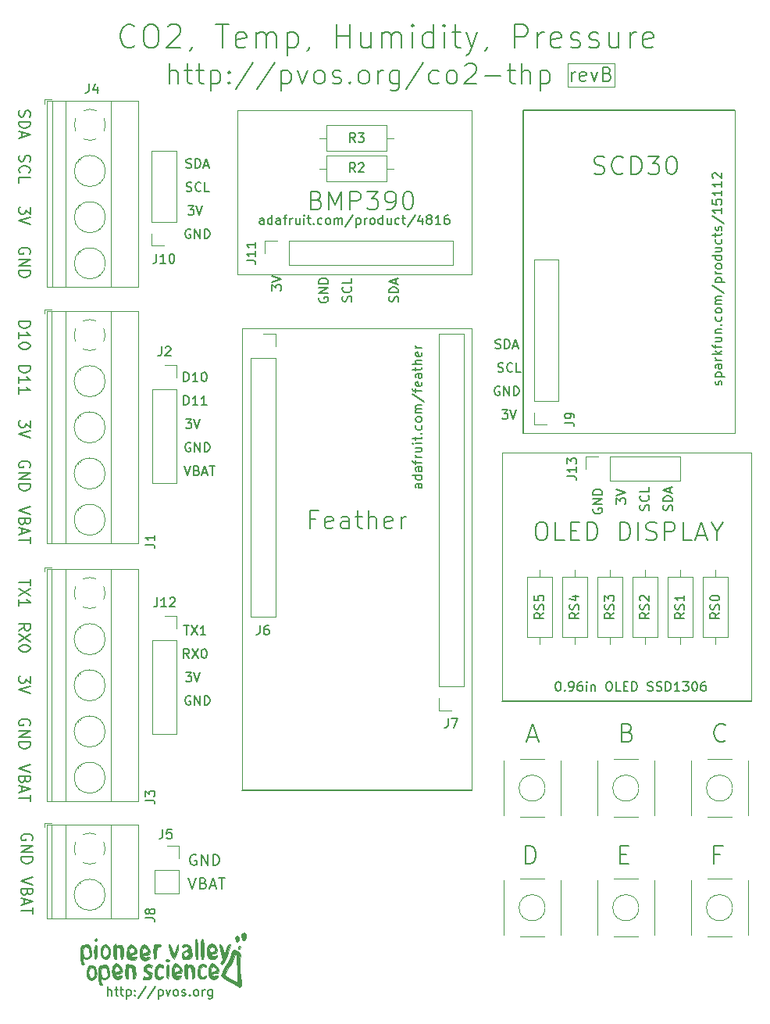
<source format=gbr>
%TF.GenerationSoftware,KiCad,Pcbnew,5.1.6-c6e7f7d~87~ubuntu18.04.1*%
%TF.CreationDate,2020-11-17T20:25:25-05:00*%
%TF.ProjectId,remote,72656d6f-7465-42e6-9b69-6361645f7063,rev?*%
%TF.SameCoordinates,Original*%
%TF.FileFunction,Legend,Top*%
%TF.FilePolarity,Positive*%
%FSLAX46Y46*%
G04 Gerber Fmt 4.6, Leading zero omitted, Abs format (unit mm)*
G04 Created by KiCad (PCBNEW 5.1.6-c6e7f7d~87~ubuntu18.04.1) date 2020-11-17 20:25:25*
%MOMM*%
%LPD*%
G01*
G04 APERTURE LIST*
%ADD10C,0.150000*%
%ADD11C,0.120000*%
%ADD12C,0.010000*%
G04 APERTURE END LIST*
D10*
X133041428Y-131532380D02*
X133136666Y-131532380D01*
X133231904Y-131580000D01*
X133279523Y-131627619D01*
X133327142Y-131722857D01*
X133374761Y-131913333D01*
X133374761Y-132151428D01*
X133327142Y-132341904D01*
X133279523Y-132437142D01*
X133231904Y-132484761D01*
X133136666Y-132532380D01*
X133041428Y-132532380D01*
X132946190Y-132484761D01*
X132898571Y-132437142D01*
X132850952Y-132341904D01*
X132803333Y-132151428D01*
X132803333Y-131913333D01*
X132850952Y-131722857D01*
X132898571Y-131627619D01*
X132946190Y-131580000D01*
X133041428Y-131532380D01*
X133803333Y-132437142D02*
X133850952Y-132484761D01*
X133803333Y-132532380D01*
X133755714Y-132484761D01*
X133803333Y-132437142D01*
X133803333Y-132532380D01*
X134327142Y-132532380D02*
X134517619Y-132532380D01*
X134612857Y-132484761D01*
X134660476Y-132437142D01*
X134755714Y-132294285D01*
X134803333Y-132103809D01*
X134803333Y-131722857D01*
X134755714Y-131627619D01*
X134708095Y-131580000D01*
X134612857Y-131532380D01*
X134422380Y-131532380D01*
X134327142Y-131580000D01*
X134279523Y-131627619D01*
X134231904Y-131722857D01*
X134231904Y-131960952D01*
X134279523Y-132056190D01*
X134327142Y-132103809D01*
X134422380Y-132151428D01*
X134612857Y-132151428D01*
X134708095Y-132103809D01*
X134755714Y-132056190D01*
X134803333Y-131960952D01*
X135660476Y-131532380D02*
X135470000Y-131532380D01*
X135374761Y-131580000D01*
X135327142Y-131627619D01*
X135231904Y-131770476D01*
X135184285Y-131960952D01*
X135184285Y-132341904D01*
X135231904Y-132437142D01*
X135279523Y-132484761D01*
X135374761Y-132532380D01*
X135565238Y-132532380D01*
X135660476Y-132484761D01*
X135708095Y-132437142D01*
X135755714Y-132341904D01*
X135755714Y-132103809D01*
X135708095Y-132008571D01*
X135660476Y-131960952D01*
X135565238Y-131913333D01*
X135374761Y-131913333D01*
X135279523Y-131960952D01*
X135231904Y-132008571D01*
X135184285Y-132103809D01*
X136184285Y-132532380D02*
X136184285Y-131865714D01*
X136184285Y-131532380D02*
X136136666Y-131580000D01*
X136184285Y-131627619D01*
X136231904Y-131580000D01*
X136184285Y-131532380D01*
X136184285Y-131627619D01*
X136660476Y-131865714D02*
X136660476Y-132532380D01*
X136660476Y-131960952D02*
X136708095Y-131913333D01*
X136803333Y-131865714D01*
X136946190Y-131865714D01*
X137041428Y-131913333D01*
X137089047Y-132008571D01*
X137089047Y-132532380D01*
X138517619Y-131532380D02*
X138708095Y-131532380D01*
X138803333Y-131580000D01*
X138898571Y-131675238D01*
X138946190Y-131865714D01*
X138946190Y-132199047D01*
X138898571Y-132389523D01*
X138803333Y-132484761D01*
X138708095Y-132532380D01*
X138517619Y-132532380D01*
X138422380Y-132484761D01*
X138327142Y-132389523D01*
X138279523Y-132199047D01*
X138279523Y-131865714D01*
X138327142Y-131675238D01*
X138422380Y-131580000D01*
X138517619Y-131532380D01*
X139850952Y-132532380D02*
X139374761Y-132532380D01*
X139374761Y-131532380D01*
X140184285Y-132008571D02*
X140517619Y-132008571D01*
X140660476Y-132532380D02*
X140184285Y-132532380D01*
X140184285Y-131532380D01*
X140660476Y-131532380D01*
X141089047Y-132532380D02*
X141089047Y-131532380D01*
X141327142Y-131532380D01*
X141470000Y-131580000D01*
X141565238Y-131675238D01*
X141612857Y-131770476D01*
X141660476Y-131960952D01*
X141660476Y-132103809D01*
X141612857Y-132294285D01*
X141565238Y-132389523D01*
X141470000Y-132484761D01*
X141327142Y-132532380D01*
X141089047Y-132532380D01*
X142803333Y-132484761D02*
X142946190Y-132532380D01*
X143184285Y-132532380D01*
X143279523Y-132484761D01*
X143327142Y-132437142D01*
X143374761Y-132341904D01*
X143374761Y-132246666D01*
X143327142Y-132151428D01*
X143279523Y-132103809D01*
X143184285Y-132056190D01*
X142993809Y-132008571D01*
X142898571Y-131960952D01*
X142850952Y-131913333D01*
X142803333Y-131818095D01*
X142803333Y-131722857D01*
X142850952Y-131627619D01*
X142898571Y-131580000D01*
X142993809Y-131532380D01*
X143231904Y-131532380D01*
X143374761Y-131580000D01*
X143755714Y-132484761D02*
X143898571Y-132532380D01*
X144136666Y-132532380D01*
X144231904Y-132484761D01*
X144279523Y-132437142D01*
X144327142Y-132341904D01*
X144327142Y-132246666D01*
X144279523Y-132151428D01*
X144231904Y-132103809D01*
X144136666Y-132056190D01*
X143946190Y-132008571D01*
X143850952Y-131960952D01*
X143803333Y-131913333D01*
X143755714Y-131818095D01*
X143755714Y-131722857D01*
X143803333Y-131627619D01*
X143850952Y-131580000D01*
X143946190Y-131532380D01*
X144184285Y-131532380D01*
X144327142Y-131580000D01*
X144755714Y-132532380D02*
X144755714Y-131532380D01*
X144993809Y-131532380D01*
X145136666Y-131580000D01*
X145231904Y-131675238D01*
X145279523Y-131770476D01*
X145327142Y-131960952D01*
X145327142Y-132103809D01*
X145279523Y-132294285D01*
X145231904Y-132389523D01*
X145136666Y-132484761D01*
X144993809Y-132532380D01*
X144755714Y-132532380D01*
X146279523Y-132532380D02*
X145708095Y-132532380D01*
X145993809Y-132532380D02*
X145993809Y-131532380D01*
X145898571Y-131675238D01*
X145803333Y-131770476D01*
X145708095Y-131818095D01*
X146612857Y-131532380D02*
X147231904Y-131532380D01*
X146898571Y-131913333D01*
X147041428Y-131913333D01*
X147136666Y-131960952D01*
X147184285Y-132008571D01*
X147231904Y-132103809D01*
X147231904Y-132341904D01*
X147184285Y-132437142D01*
X147136666Y-132484761D01*
X147041428Y-132532380D01*
X146755714Y-132532380D01*
X146660476Y-132484761D01*
X146612857Y-132437142D01*
X147850952Y-131532380D02*
X147946190Y-131532380D01*
X148041428Y-131580000D01*
X148089047Y-131627619D01*
X148136666Y-131722857D01*
X148184285Y-131913333D01*
X148184285Y-132151428D01*
X148136666Y-132341904D01*
X148089047Y-132437142D01*
X148041428Y-132484761D01*
X147946190Y-132532380D01*
X147850952Y-132532380D01*
X147755714Y-132484761D01*
X147708095Y-132437142D01*
X147660476Y-132341904D01*
X147612857Y-132151428D01*
X147612857Y-131913333D01*
X147660476Y-131722857D01*
X147708095Y-131627619D01*
X147755714Y-131580000D01*
X147850952Y-131532380D01*
X149041428Y-131532380D02*
X148850952Y-131532380D01*
X148755714Y-131580000D01*
X148708095Y-131627619D01*
X148612857Y-131770476D01*
X148565238Y-131960952D01*
X148565238Y-132341904D01*
X148612857Y-132437142D01*
X148660476Y-132484761D01*
X148755714Y-132532380D01*
X148946190Y-132532380D01*
X149041428Y-132484761D01*
X149089047Y-132437142D01*
X149136666Y-132341904D01*
X149136666Y-132103809D01*
X149089047Y-132008571D01*
X149041428Y-131960952D01*
X148946190Y-131913333D01*
X148755714Y-131913333D01*
X148660476Y-131960952D01*
X148612857Y-132008571D01*
X148565238Y-132103809D01*
X150772761Y-99360190D02*
X150820380Y-99264952D01*
X150820380Y-99074476D01*
X150772761Y-98979238D01*
X150677523Y-98931619D01*
X150629904Y-98931619D01*
X150534666Y-98979238D01*
X150487047Y-99074476D01*
X150487047Y-99217333D01*
X150439428Y-99312571D01*
X150344190Y-99360190D01*
X150296571Y-99360190D01*
X150201333Y-99312571D01*
X150153714Y-99217333D01*
X150153714Y-99074476D01*
X150201333Y-98979238D01*
X150153714Y-98503047D02*
X151153714Y-98503047D01*
X150201333Y-98503047D02*
X150153714Y-98407809D01*
X150153714Y-98217333D01*
X150201333Y-98122095D01*
X150248952Y-98074476D01*
X150344190Y-98026857D01*
X150629904Y-98026857D01*
X150725142Y-98074476D01*
X150772761Y-98122095D01*
X150820380Y-98217333D01*
X150820380Y-98407809D01*
X150772761Y-98503047D01*
X150820380Y-97169714D02*
X150296571Y-97169714D01*
X150201333Y-97217333D01*
X150153714Y-97312571D01*
X150153714Y-97503047D01*
X150201333Y-97598285D01*
X150772761Y-97169714D02*
X150820380Y-97264952D01*
X150820380Y-97503047D01*
X150772761Y-97598285D01*
X150677523Y-97645904D01*
X150582285Y-97645904D01*
X150487047Y-97598285D01*
X150439428Y-97503047D01*
X150439428Y-97264952D01*
X150391809Y-97169714D01*
X150820380Y-96693523D02*
X150153714Y-96693523D01*
X150344190Y-96693523D02*
X150248952Y-96645904D01*
X150201333Y-96598285D01*
X150153714Y-96503047D01*
X150153714Y-96407809D01*
X150820380Y-96074476D02*
X149820380Y-96074476D01*
X150439428Y-95979238D02*
X150820380Y-95693523D01*
X150153714Y-95693523D02*
X150534666Y-96074476D01*
X150153714Y-95407809D02*
X150153714Y-95026857D01*
X150820380Y-95264952D02*
X149963238Y-95264952D01*
X149868000Y-95217333D01*
X149820380Y-95122095D01*
X149820380Y-95026857D01*
X150153714Y-94264952D02*
X150820380Y-94264952D01*
X150153714Y-94693523D02*
X150677523Y-94693523D01*
X150772761Y-94645904D01*
X150820380Y-94550666D01*
X150820380Y-94407809D01*
X150772761Y-94312571D01*
X150725142Y-94264952D01*
X150153714Y-93788761D02*
X150820380Y-93788761D01*
X150248952Y-93788761D02*
X150201333Y-93741142D01*
X150153714Y-93645904D01*
X150153714Y-93503047D01*
X150201333Y-93407809D01*
X150296571Y-93360190D01*
X150820380Y-93360190D01*
X150725142Y-92884000D02*
X150772761Y-92836380D01*
X150820380Y-92884000D01*
X150772761Y-92931619D01*
X150725142Y-92884000D01*
X150820380Y-92884000D01*
X150772761Y-91979238D02*
X150820380Y-92074476D01*
X150820380Y-92264952D01*
X150772761Y-92360190D01*
X150725142Y-92407809D01*
X150629904Y-92455428D01*
X150344190Y-92455428D01*
X150248952Y-92407809D01*
X150201333Y-92360190D01*
X150153714Y-92264952D01*
X150153714Y-92074476D01*
X150201333Y-91979238D01*
X150820380Y-91407809D02*
X150772761Y-91503047D01*
X150725142Y-91550666D01*
X150629904Y-91598285D01*
X150344190Y-91598285D01*
X150248952Y-91550666D01*
X150201333Y-91503047D01*
X150153714Y-91407809D01*
X150153714Y-91264952D01*
X150201333Y-91169714D01*
X150248952Y-91122095D01*
X150344190Y-91074476D01*
X150629904Y-91074476D01*
X150725142Y-91122095D01*
X150772761Y-91169714D01*
X150820380Y-91264952D01*
X150820380Y-91407809D01*
X150820380Y-90645904D02*
X150153714Y-90645904D01*
X150248952Y-90645904D02*
X150201333Y-90598285D01*
X150153714Y-90503047D01*
X150153714Y-90360190D01*
X150201333Y-90264952D01*
X150296571Y-90217333D01*
X150820380Y-90217333D01*
X150296571Y-90217333D02*
X150201333Y-90169714D01*
X150153714Y-90074476D01*
X150153714Y-89931619D01*
X150201333Y-89836380D01*
X150296571Y-89788761D01*
X150820380Y-89788761D01*
X149772761Y-88598285D02*
X151058476Y-89455428D01*
X150153714Y-88264952D02*
X151153714Y-88264952D01*
X150201333Y-88264952D02*
X150153714Y-88169714D01*
X150153714Y-87979238D01*
X150201333Y-87884000D01*
X150248952Y-87836380D01*
X150344190Y-87788761D01*
X150629904Y-87788761D01*
X150725142Y-87836380D01*
X150772761Y-87884000D01*
X150820380Y-87979238D01*
X150820380Y-88169714D01*
X150772761Y-88264952D01*
X150820380Y-87360190D02*
X150153714Y-87360190D01*
X150344190Y-87360190D02*
X150248952Y-87312571D01*
X150201333Y-87264952D01*
X150153714Y-87169714D01*
X150153714Y-87074476D01*
X150820380Y-86598285D02*
X150772761Y-86693523D01*
X150725142Y-86741142D01*
X150629904Y-86788761D01*
X150344190Y-86788761D01*
X150248952Y-86741142D01*
X150201333Y-86693523D01*
X150153714Y-86598285D01*
X150153714Y-86455428D01*
X150201333Y-86360190D01*
X150248952Y-86312571D01*
X150344190Y-86264952D01*
X150629904Y-86264952D01*
X150725142Y-86312571D01*
X150772761Y-86360190D01*
X150820380Y-86455428D01*
X150820380Y-86598285D01*
X150820380Y-85407809D02*
X149820380Y-85407809D01*
X150772761Y-85407809D02*
X150820380Y-85503047D01*
X150820380Y-85693523D01*
X150772761Y-85788761D01*
X150725142Y-85836380D01*
X150629904Y-85884000D01*
X150344190Y-85884000D01*
X150248952Y-85836380D01*
X150201333Y-85788761D01*
X150153714Y-85693523D01*
X150153714Y-85503047D01*
X150201333Y-85407809D01*
X150153714Y-84503047D02*
X150820380Y-84503047D01*
X150153714Y-84931619D02*
X150677523Y-84931619D01*
X150772761Y-84884000D01*
X150820380Y-84788761D01*
X150820380Y-84645904D01*
X150772761Y-84550666D01*
X150725142Y-84503047D01*
X150772761Y-83598285D02*
X150820380Y-83693523D01*
X150820380Y-83884000D01*
X150772761Y-83979238D01*
X150725142Y-84026857D01*
X150629904Y-84074476D01*
X150344190Y-84074476D01*
X150248952Y-84026857D01*
X150201333Y-83979238D01*
X150153714Y-83884000D01*
X150153714Y-83693523D01*
X150201333Y-83598285D01*
X150153714Y-83312571D02*
X150153714Y-82931619D01*
X149820380Y-83169714D02*
X150677523Y-83169714D01*
X150772761Y-83122095D01*
X150820380Y-83026857D01*
X150820380Y-82931619D01*
X150772761Y-82645904D02*
X150820380Y-82550666D01*
X150820380Y-82360190D01*
X150772761Y-82264952D01*
X150677523Y-82217333D01*
X150629904Y-82217333D01*
X150534666Y-82264952D01*
X150487047Y-82360190D01*
X150487047Y-82503047D01*
X150439428Y-82598285D01*
X150344190Y-82645904D01*
X150296571Y-82645904D01*
X150201333Y-82598285D01*
X150153714Y-82503047D01*
X150153714Y-82360190D01*
X150201333Y-82264952D01*
X149772761Y-81074476D02*
X151058476Y-81931619D01*
X150820380Y-80217333D02*
X150820380Y-80788761D01*
X150820380Y-80503047D02*
X149820380Y-80503047D01*
X149963238Y-80598285D01*
X150058476Y-80693523D01*
X150106095Y-80788761D01*
X149820380Y-79312571D02*
X149820380Y-79788761D01*
X150296571Y-79836380D01*
X150248952Y-79788761D01*
X150201333Y-79693523D01*
X150201333Y-79455428D01*
X150248952Y-79360190D01*
X150296571Y-79312571D01*
X150391809Y-79264952D01*
X150629904Y-79264952D01*
X150725142Y-79312571D01*
X150772761Y-79360190D01*
X150820380Y-79455428D01*
X150820380Y-79693523D01*
X150772761Y-79788761D01*
X150725142Y-79836380D01*
X150820380Y-78312571D02*
X150820380Y-78884000D01*
X150820380Y-78598285D02*
X149820380Y-78598285D01*
X149963238Y-78693523D01*
X150058476Y-78788761D01*
X150106095Y-78884000D01*
X150820380Y-77360190D02*
X150820380Y-77931619D01*
X150820380Y-77645904D02*
X149820380Y-77645904D01*
X149963238Y-77741142D01*
X150058476Y-77836380D01*
X150106095Y-77931619D01*
X149915619Y-76979238D02*
X149868000Y-76931619D01*
X149820380Y-76836380D01*
X149820380Y-76598285D01*
X149868000Y-76503047D01*
X149915619Y-76455428D01*
X150010857Y-76407809D01*
X150106095Y-76407809D01*
X150248952Y-76455428D01*
X150820380Y-77026857D01*
X150820380Y-76407809D01*
X101164666Y-81986380D02*
X101164666Y-81462571D01*
X101117047Y-81367333D01*
X101021809Y-81319714D01*
X100831333Y-81319714D01*
X100736095Y-81367333D01*
X101164666Y-81938761D02*
X101069428Y-81986380D01*
X100831333Y-81986380D01*
X100736095Y-81938761D01*
X100688476Y-81843523D01*
X100688476Y-81748285D01*
X100736095Y-81653047D01*
X100831333Y-81605428D01*
X101069428Y-81605428D01*
X101164666Y-81557809D01*
X102069428Y-81986380D02*
X102069428Y-80986380D01*
X102069428Y-81938761D02*
X101974190Y-81986380D01*
X101783714Y-81986380D01*
X101688476Y-81938761D01*
X101640857Y-81891142D01*
X101593238Y-81795904D01*
X101593238Y-81510190D01*
X101640857Y-81414952D01*
X101688476Y-81367333D01*
X101783714Y-81319714D01*
X101974190Y-81319714D01*
X102069428Y-81367333D01*
X102974190Y-81986380D02*
X102974190Y-81462571D01*
X102926571Y-81367333D01*
X102831333Y-81319714D01*
X102640857Y-81319714D01*
X102545619Y-81367333D01*
X102974190Y-81938761D02*
X102878952Y-81986380D01*
X102640857Y-81986380D01*
X102545619Y-81938761D01*
X102498000Y-81843523D01*
X102498000Y-81748285D01*
X102545619Y-81653047D01*
X102640857Y-81605428D01*
X102878952Y-81605428D01*
X102974190Y-81557809D01*
X103307523Y-81319714D02*
X103688476Y-81319714D01*
X103450380Y-81986380D02*
X103450380Y-81129238D01*
X103498000Y-81034000D01*
X103593238Y-80986380D01*
X103688476Y-80986380D01*
X104021809Y-81986380D02*
X104021809Y-81319714D01*
X104021809Y-81510190D02*
X104069428Y-81414952D01*
X104117047Y-81367333D01*
X104212285Y-81319714D01*
X104307523Y-81319714D01*
X105069428Y-81319714D02*
X105069428Y-81986380D01*
X104640857Y-81319714D02*
X104640857Y-81843523D01*
X104688476Y-81938761D01*
X104783714Y-81986380D01*
X104926571Y-81986380D01*
X105021809Y-81938761D01*
X105069428Y-81891142D01*
X105545619Y-81986380D02*
X105545619Y-81319714D01*
X105545619Y-80986380D02*
X105498000Y-81034000D01*
X105545619Y-81081619D01*
X105593238Y-81034000D01*
X105545619Y-80986380D01*
X105545619Y-81081619D01*
X105878952Y-81319714D02*
X106259904Y-81319714D01*
X106021809Y-80986380D02*
X106021809Y-81843523D01*
X106069428Y-81938761D01*
X106164666Y-81986380D01*
X106259904Y-81986380D01*
X106593238Y-81891142D02*
X106640857Y-81938761D01*
X106593238Y-81986380D01*
X106545619Y-81938761D01*
X106593238Y-81891142D01*
X106593238Y-81986380D01*
X107498000Y-81938761D02*
X107402761Y-81986380D01*
X107212285Y-81986380D01*
X107117047Y-81938761D01*
X107069428Y-81891142D01*
X107021809Y-81795904D01*
X107021809Y-81510190D01*
X107069428Y-81414952D01*
X107117047Y-81367333D01*
X107212285Y-81319714D01*
X107402761Y-81319714D01*
X107498000Y-81367333D01*
X108069428Y-81986380D02*
X107974190Y-81938761D01*
X107926571Y-81891142D01*
X107878952Y-81795904D01*
X107878952Y-81510190D01*
X107926571Y-81414952D01*
X107974190Y-81367333D01*
X108069428Y-81319714D01*
X108212285Y-81319714D01*
X108307523Y-81367333D01*
X108355142Y-81414952D01*
X108402761Y-81510190D01*
X108402761Y-81795904D01*
X108355142Y-81891142D01*
X108307523Y-81938761D01*
X108212285Y-81986380D01*
X108069428Y-81986380D01*
X108831333Y-81986380D02*
X108831333Y-81319714D01*
X108831333Y-81414952D02*
X108878952Y-81367333D01*
X108974190Y-81319714D01*
X109117047Y-81319714D01*
X109212285Y-81367333D01*
X109259904Y-81462571D01*
X109259904Y-81986380D01*
X109259904Y-81462571D02*
X109307523Y-81367333D01*
X109402761Y-81319714D01*
X109545619Y-81319714D01*
X109640857Y-81367333D01*
X109688476Y-81462571D01*
X109688476Y-81986380D01*
X110878952Y-80938761D02*
X110021809Y-82224476D01*
X111212285Y-81319714D02*
X111212285Y-82319714D01*
X111212285Y-81367333D02*
X111307523Y-81319714D01*
X111498000Y-81319714D01*
X111593238Y-81367333D01*
X111640857Y-81414952D01*
X111688476Y-81510190D01*
X111688476Y-81795904D01*
X111640857Y-81891142D01*
X111593238Y-81938761D01*
X111498000Y-81986380D01*
X111307523Y-81986380D01*
X111212285Y-81938761D01*
X112117047Y-81986380D02*
X112117047Y-81319714D01*
X112117047Y-81510190D02*
X112164666Y-81414952D01*
X112212285Y-81367333D01*
X112307523Y-81319714D01*
X112402761Y-81319714D01*
X112878952Y-81986380D02*
X112783714Y-81938761D01*
X112736095Y-81891142D01*
X112688476Y-81795904D01*
X112688476Y-81510190D01*
X112736095Y-81414952D01*
X112783714Y-81367333D01*
X112878952Y-81319714D01*
X113021809Y-81319714D01*
X113117047Y-81367333D01*
X113164666Y-81414952D01*
X113212285Y-81510190D01*
X113212285Y-81795904D01*
X113164666Y-81891142D01*
X113117047Y-81938761D01*
X113021809Y-81986380D01*
X112878952Y-81986380D01*
X114069428Y-81986380D02*
X114069428Y-80986380D01*
X114069428Y-81938761D02*
X113974190Y-81986380D01*
X113783714Y-81986380D01*
X113688476Y-81938761D01*
X113640857Y-81891142D01*
X113593238Y-81795904D01*
X113593238Y-81510190D01*
X113640857Y-81414952D01*
X113688476Y-81367333D01*
X113783714Y-81319714D01*
X113974190Y-81319714D01*
X114069428Y-81367333D01*
X114974190Y-81319714D02*
X114974190Y-81986380D01*
X114545619Y-81319714D02*
X114545619Y-81843523D01*
X114593238Y-81938761D01*
X114688476Y-81986380D01*
X114831333Y-81986380D01*
X114926571Y-81938761D01*
X114974190Y-81891142D01*
X115878952Y-81938761D02*
X115783714Y-81986380D01*
X115593238Y-81986380D01*
X115498000Y-81938761D01*
X115450380Y-81891142D01*
X115402761Y-81795904D01*
X115402761Y-81510190D01*
X115450380Y-81414952D01*
X115498000Y-81367333D01*
X115593238Y-81319714D01*
X115783714Y-81319714D01*
X115878952Y-81367333D01*
X116164666Y-81319714D02*
X116545619Y-81319714D01*
X116307523Y-80986380D02*
X116307523Y-81843523D01*
X116355142Y-81938761D01*
X116450380Y-81986380D01*
X116545619Y-81986380D01*
X117593238Y-80938761D02*
X116736095Y-82224476D01*
X118355142Y-81319714D02*
X118355142Y-81986380D01*
X118117047Y-80938761D02*
X117878952Y-81653047D01*
X118498000Y-81653047D01*
X119021809Y-81414952D02*
X118926571Y-81367333D01*
X118878952Y-81319714D01*
X118831333Y-81224476D01*
X118831333Y-81176857D01*
X118878952Y-81081619D01*
X118926571Y-81034000D01*
X119021809Y-80986380D01*
X119212285Y-80986380D01*
X119307523Y-81034000D01*
X119355142Y-81081619D01*
X119402761Y-81176857D01*
X119402761Y-81224476D01*
X119355142Y-81319714D01*
X119307523Y-81367333D01*
X119212285Y-81414952D01*
X119021809Y-81414952D01*
X118926571Y-81462571D01*
X118878952Y-81510190D01*
X118831333Y-81605428D01*
X118831333Y-81795904D01*
X118878952Y-81891142D01*
X118926571Y-81938761D01*
X119021809Y-81986380D01*
X119212285Y-81986380D01*
X119307523Y-81938761D01*
X119355142Y-81891142D01*
X119402761Y-81795904D01*
X119402761Y-81605428D01*
X119355142Y-81510190D01*
X119307523Y-81462571D01*
X119212285Y-81414952D01*
X120355142Y-81986380D02*
X119783714Y-81986380D01*
X120069428Y-81986380D02*
X120069428Y-80986380D01*
X119974190Y-81129238D01*
X119878952Y-81224476D01*
X119783714Y-81272095D01*
X121212285Y-80986380D02*
X121021809Y-80986380D01*
X120926571Y-81034000D01*
X120878952Y-81081619D01*
X120783714Y-81224476D01*
X120736095Y-81414952D01*
X120736095Y-81795904D01*
X120783714Y-81891142D01*
X120831333Y-81938761D01*
X120926571Y-81986380D01*
X121117047Y-81986380D01*
X121212285Y-81938761D01*
X121259904Y-81891142D01*
X121307523Y-81795904D01*
X121307523Y-81557809D01*
X121259904Y-81462571D01*
X121212285Y-81414952D01*
X121117047Y-81367333D01*
X120926571Y-81367333D01*
X120831333Y-81414952D01*
X120783714Y-81462571D01*
X120736095Y-81557809D01*
X118308380Y-110084285D02*
X117784571Y-110084285D01*
X117689333Y-110131904D01*
X117641714Y-110227142D01*
X117641714Y-110417619D01*
X117689333Y-110512857D01*
X118260761Y-110084285D02*
X118308380Y-110179523D01*
X118308380Y-110417619D01*
X118260761Y-110512857D01*
X118165523Y-110560476D01*
X118070285Y-110560476D01*
X117975047Y-110512857D01*
X117927428Y-110417619D01*
X117927428Y-110179523D01*
X117879809Y-110084285D01*
X118308380Y-109179523D02*
X117308380Y-109179523D01*
X118260761Y-109179523D02*
X118308380Y-109274761D01*
X118308380Y-109465238D01*
X118260761Y-109560476D01*
X118213142Y-109608095D01*
X118117904Y-109655714D01*
X117832190Y-109655714D01*
X117736952Y-109608095D01*
X117689333Y-109560476D01*
X117641714Y-109465238D01*
X117641714Y-109274761D01*
X117689333Y-109179523D01*
X118308380Y-108274761D02*
X117784571Y-108274761D01*
X117689333Y-108322380D01*
X117641714Y-108417619D01*
X117641714Y-108608095D01*
X117689333Y-108703333D01*
X118260761Y-108274761D02*
X118308380Y-108370000D01*
X118308380Y-108608095D01*
X118260761Y-108703333D01*
X118165523Y-108750952D01*
X118070285Y-108750952D01*
X117975047Y-108703333D01*
X117927428Y-108608095D01*
X117927428Y-108370000D01*
X117879809Y-108274761D01*
X117641714Y-107941428D02*
X117641714Y-107560476D01*
X118308380Y-107798571D02*
X117451238Y-107798571D01*
X117356000Y-107750952D01*
X117308380Y-107655714D01*
X117308380Y-107560476D01*
X118308380Y-107227142D02*
X117641714Y-107227142D01*
X117832190Y-107227142D02*
X117736952Y-107179523D01*
X117689333Y-107131904D01*
X117641714Y-107036666D01*
X117641714Y-106941428D01*
X117641714Y-106179523D02*
X118308380Y-106179523D01*
X117641714Y-106608095D02*
X118165523Y-106608095D01*
X118260761Y-106560476D01*
X118308380Y-106465238D01*
X118308380Y-106322380D01*
X118260761Y-106227142D01*
X118213142Y-106179523D01*
X118308380Y-105703333D02*
X117641714Y-105703333D01*
X117308380Y-105703333D02*
X117356000Y-105750952D01*
X117403619Y-105703333D01*
X117356000Y-105655714D01*
X117308380Y-105703333D01*
X117403619Y-105703333D01*
X117641714Y-105370000D02*
X117641714Y-104989047D01*
X117308380Y-105227142D02*
X118165523Y-105227142D01*
X118260761Y-105179523D01*
X118308380Y-105084285D01*
X118308380Y-104989047D01*
X118213142Y-104655714D02*
X118260761Y-104608095D01*
X118308380Y-104655714D01*
X118260761Y-104703333D01*
X118213142Y-104655714D01*
X118308380Y-104655714D01*
X118260761Y-103750952D02*
X118308380Y-103846190D01*
X118308380Y-104036666D01*
X118260761Y-104131904D01*
X118213142Y-104179523D01*
X118117904Y-104227142D01*
X117832190Y-104227142D01*
X117736952Y-104179523D01*
X117689333Y-104131904D01*
X117641714Y-104036666D01*
X117641714Y-103846190D01*
X117689333Y-103750952D01*
X118308380Y-103179523D02*
X118260761Y-103274761D01*
X118213142Y-103322380D01*
X118117904Y-103370000D01*
X117832190Y-103370000D01*
X117736952Y-103322380D01*
X117689333Y-103274761D01*
X117641714Y-103179523D01*
X117641714Y-103036666D01*
X117689333Y-102941428D01*
X117736952Y-102893809D01*
X117832190Y-102846190D01*
X118117904Y-102846190D01*
X118213142Y-102893809D01*
X118260761Y-102941428D01*
X118308380Y-103036666D01*
X118308380Y-103179523D01*
X118308380Y-102417619D02*
X117641714Y-102417619D01*
X117736952Y-102417619D02*
X117689333Y-102370000D01*
X117641714Y-102274761D01*
X117641714Y-102131904D01*
X117689333Y-102036666D01*
X117784571Y-101989047D01*
X118308380Y-101989047D01*
X117784571Y-101989047D02*
X117689333Y-101941428D01*
X117641714Y-101846190D01*
X117641714Y-101703333D01*
X117689333Y-101608095D01*
X117784571Y-101560476D01*
X118308380Y-101560476D01*
X117260761Y-100370000D02*
X118546476Y-101227142D01*
X117641714Y-100179523D02*
X117641714Y-99798571D01*
X118308380Y-100036666D02*
X117451238Y-100036666D01*
X117356000Y-99989047D01*
X117308380Y-99893809D01*
X117308380Y-99798571D01*
X118260761Y-99084285D02*
X118308380Y-99179523D01*
X118308380Y-99370000D01*
X118260761Y-99465238D01*
X118165523Y-99512857D01*
X117784571Y-99512857D01*
X117689333Y-99465238D01*
X117641714Y-99370000D01*
X117641714Y-99179523D01*
X117689333Y-99084285D01*
X117784571Y-99036666D01*
X117879809Y-99036666D01*
X117975047Y-99512857D01*
X118308380Y-98179523D02*
X117784571Y-98179523D01*
X117689333Y-98227142D01*
X117641714Y-98322380D01*
X117641714Y-98512857D01*
X117689333Y-98608095D01*
X118260761Y-98179523D02*
X118308380Y-98274761D01*
X118308380Y-98512857D01*
X118260761Y-98608095D01*
X118165523Y-98655714D01*
X118070285Y-98655714D01*
X117975047Y-98608095D01*
X117927428Y-98512857D01*
X117927428Y-98274761D01*
X117879809Y-98179523D01*
X117641714Y-97846190D02*
X117641714Y-97465238D01*
X117308380Y-97703333D02*
X118165523Y-97703333D01*
X118260761Y-97655714D01*
X118308380Y-97560476D01*
X118308380Y-97465238D01*
X118308380Y-97131904D02*
X117308380Y-97131904D01*
X118308380Y-96703333D02*
X117784571Y-96703333D01*
X117689333Y-96750952D01*
X117641714Y-96846190D01*
X117641714Y-96989047D01*
X117689333Y-97084285D01*
X117736952Y-97131904D01*
X118260761Y-95846190D02*
X118308380Y-95941428D01*
X118308380Y-96131904D01*
X118260761Y-96227142D01*
X118165523Y-96274761D01*
X117784571Y-96274761D01*
X117689333Y-96227142D01*
X117641714Y-96131904D01*
X117641714Y-95941428D01*
X117689333Y-95846190D01*
X117784571Y-95798571D01*
X117879809Y-95798571D01*
X117975047Y-96274761D01*
X118308380Y-95370000D02*
X117641714Y-95370000D01*
X117832190Y-95370000D02*
X117736952Y-95322380D01*
X117689333Y-95274761D01*
X117641714Y-95179523D01*
X117641714Y-95084285D01*
X93827714Y-150276000D02*
X93713428Y-150218857D01*
X93542000Y-150218857D01*
X93370571Y-150276000D01*
X93256285Y-150390285D01*
X93199142Y-150504571D01*
X93142000Y-150733142D01*
X93142000Y-150904571D01*
X93199142Y-151133142D01*
X93256285Y-151247428D01*
X93370571Y-151361714D01*
X93542000Y-151418857D01*
X93656285Y-151418857D01*
X93827714Y-151361714D01*
X93884857Y-151304571D01*
X93884857Y-150904571D01*
X93656285Y-150904571D01*
X94399142Y-151418857D02*
X94399142Y-150218857D01*
X95084857Y-151418857D01*
X95084857Y-150218857D01*
X95656285Y-151418857D02*
X95656285Y-150218857D01*
X95942000Y-150218857D01*
X96113428Y-150276000D01*
X96227714Y-150390285D01*
X96284857Y-150504571D01*
X96342000Y-150733142D01*
X96342000Y-150904571D01*
X96284857Y-151133142D01*
X96227714Y-151247428D01*
X96113428Y-151361714D01*
X95942000Y-151418857D01*
X95656285Y-151418857D01*
X93024571Y-152758857D02*
X93424571Y-153958857D01*
X93824571Y-152758857D01*
X94624571Y-153330285D02*
X94796000Y-153387428D01*
X94853142Y-153444571D01*
X94910285Y-153558857D01*
X94910285Y-153730285D01*
X94853142Y-153844571D01*
X94796000Y-153901714D01*
X94681714Y-153958857D01*
X94224571Y-153958857D01*
X94224571Y-152758857D01*
X94624571Y-152758857D01*
X94738857Y-152816000D01*
X94796000Y-152873142D01*
X94853142Y-152987428D01*
X94853142Y-153101714D01*
X94796000Y-153216000D01*
X94738857Y-153273142D01*
X94624571Y-153330285D01*
X94224571Y-153330285D01*
X95367428Y-153616000D02*
X95938857Y-153616000D01*
X95253142Y-153958857D02*
X95653142Y-152758857D01*
X96053142Y-153958857D01*
X96281714Y-152758857D02*
X96967428Y-152758857D01*
X96624571Y-153958857D02*
X96624571Y-152758857D01*
D11*
X139192000Y-64516000D02*
X139192000Y-67056000D01*
X134112000Y-64516000D02*
X139192000Y-64516000D01*
X134112000Y-67056000D02*
X134112000Y-64516000D01*
X139192000Y-67056000D02*
X134112000Y-67056000D01*
D10*
X154000000Y-133604000D02*
X127000000Y-133604000D01*
X136914000Y-112775904D02*
X136866380Y-112871142D01*
X136866380Y-113014000D01*
X136914000Y-113156857D01*
X137009238Y-113252095D01*
X137104476Y-113299714D01*
X137294952Y-113347333D01*
X137437809Y-113347333D01*
X137628285Y-113299714D01*
X137723523Y-113252095D01*
X137818761Y-113156857D01*
X137866380Y-113014000D01*
X137866380Y-112918761D01*
X137818761Y-112775904D01*
X137771142Y-112728285D01*
X137437809Y-112728285D01*
X137437809Y-112918761D01*
X137866380Y-112299714D02*
X136866380Y-112299714D01*
X137866380Y-111728285D01*
X136866380Y-111728285D01*
X137866380Y-111252095D02*
X136866380Y-111252095D01*
X136866380Y-111014000D01*
X136914000Y-110871142D01*
X137009238Y-110775904D01*
X137104476Y-110728285D01*
X137294952Y-110680666D01*
X137437809Y-110680666D01*
X137628285Y-110728285D01*
X137723523Y-110775904D01*
X137818761Y-110871142D01*
X137866380Y-111014000D01*
X137866380Y-111252095D01*
D11*
X127000000Y-106680000D02*
X127000000Y-133604000D01*
D10*
X126293714Y-95400761D02*
X126436571Y-95448380D01*
X126674666Y-95448380D01*
X126769904Y-95400761D01*
X126817523Y-95353142D01*
X126865142Y-95257904D01*
X126865142Y-95162666D01*
X126817523Y-95067428D01*
X126769904Y-95019809D01*
X126674666Y-94972190D01*
X126484190Y-94924571D01*
X126388952Y-94876952D01*
X126341333Y-94829333D01*
X126293714Y-94734095D01*
X126293714Y-94638857D01*
X126341333Y-94543619D01*
X126388952Y-94496000D01*
X126484190Y-94448380D01*
X126722285Y-94448380D01*
X126865142Y-94496000D01*
X127293714Y-95448380D02*
X127293714Y-94448380D01*
X127531809Y-94448380D01*
X127674666Y-94496000D01*
X127769904Y-94591238D01*
X127817523Y-94686476D01*
X127865142Y-94876952D01*
X127865142Y-95019809D01*
X127817523Y-95210285D01*
X127769904Y-95305523D01*
X127674666Y-95400761D01*
X127531809Y-95448380D01*
X127293714Y-95448380D01*
X128246095Y-95162666D02*
X128722285Y-95162666D01*
X128150857Y-95448380D02*
X128484190Y-94448380D01*
X128817523Y-95448380D01*
X127000095Y-102068380D02*
X127619142Y-102068380D01*
X127285809Y-102449333D01*
X127428666Y-102449333D01*
X127523904Y-102496952D01*
X127571523Y-102544571D01*
X127619142Y-102639809D01*
X127619142Y-102877904D01*
X127571523Y-102973142D01*
X127523904Y-103020761D01*
X127428666Y-103068380D01*
X127142952Y-103068380D01*
X127047714Y-103020761D01*
X127000095Y-102973142D01*
X127904857Y-102068380D02*
X128238190Y-103068380D01*
X128571523Y-102068380D01*
X150653714Y-150225142D02*
X149987047Y-150225142D01*
X149987047Y-151272761D02*
X149987047Y-149272761D01*
X150939428Y-149272761D01*
X139779428Y-150225142D02*
X140446095Y-150225142D01*
X140731809Y-151272761D02*
X139779428Y-151272761D01*
X139779428Y-149272761D01*
X140731809Y-149272761D01*
X129524190Y-151272761D02*
X129524190Y-149272761D01*
X130000380Y-149272761D01*
X130286095Y-149368000D01*
X130476571Y-149558476D01*
X130571809Y-149748952D01*
X130667047Y-150129904D01*
X130667047Y-150415619D01*
X130571809Y-150796571D01*
X130476571Y-150987047D01*
X130286095Y-151177523D01*
X130000380Y-151272761D01*
X129524190Y-151272761D01*
X151241047Y-137874285D02*
X151145809Y-137969523D01*
X150860095Y-138064761D01*
X150669619Y-138064761D01*
X150383904Y-137969523D01*
X150193428Y-137779047D01*
X150098190Y-137588571D01*
X150002952Y-137207619D01*
X150002952Y-136921904D01*
X150098190Y-136540952D01*
X150193428Y-136350476D01*
X150383904Y-136160000D01*
X150669619Y-136064761D01*
X150860095Y-136064761D01*
X151145809Y-136160000D01*
X151241047Y-136255238D01*
X140604857Y-137017142D02*
X140890571Y-137112380D01*
X140985809Y-137207619D01*
X141081047Y-137398095D01*
X141081047Y-137683809D01*
X140985809Y-137874285D01*
X140890571Y-137969523D01*
X140700095Y-138064761D01*
X139938190Y-138064761D01*
X139938190Y-136064761D01*
X140604857Y-136064761D01*
X140795333Y-136160000D01*
X140890571Y-136255238D01*
X140985809Y-136445714D01*
X140985809Y-136636190D01*
X140890571Y-136826666D01*
X140795333Y-136921904D01*
X140604857Y-137017142D01*
X139938190Y-137017142D01*
X129825809Y-137493333D02*
X130778190Y-137493333D01*
X129635333Y-138064761D02*
X130302000Y-136064761D01*
X130968666Y-138064761D01*
X92710095Y-103084380D02*
X93329142Y-103084380D01*
X92995809Y-103465333D01*
X93138666Y-103465333D01*
X93233904Y-103512952D01*
X93281523Y-103560571D01*
X93329142Y-103655809D01*
X93329142Y-103893904D01*
X93281523Y-103989142D01*
X93233904Y-104036761D01*
X93138666Y-104084380D01*
X92852952Y-104084380D01*
X92757714Y-104036761D01*
X92710095Y-103989142D01*
X93614857Y-103084380D02*
X93948190Y-104084380D01*
X94281523Y-103084380D01*
X84249333Y-165552380D02*
X84249333Y-164552380D01*
X84677904Y-165552380D02*
X84677904Y-165028571D01*
X84630285Y-164933333D01*
X84535047Y-164885714D01*
X84392190Y-164885714D01*
X84296952Y-164933333D01*
X84249333Y-164980952D01*
X85011238Y-164885714D02*
X85392190Y-164885714D01*
X85154095Y-164552380D02*
X85154095Y-165409523D01*
X85201714Y-165504761D01*
X85296952Y-165552380D01*
X85392190Y-165552380D01*
X85582666Y-164885714D02*
X85963619Y-164885714D01*
X85725523Y-164552380D02*
X85725523Y-165409523D01*
X85773142Y-165504761D01*
X85868380Y-165552380D01*
X85963619Y-165552380D01*
X86296952Y-164885714D02*
X86296952Y-165885714D01*
X86296952Y-164933333D02*
X86392190Y-164885714D01*
X86582666Y-164885714D01*
X86677904Y-164933333D01*
X86725523Y-164980952D01*
X86773142Y-165076190D01*
X86773142Y-165361904D01*
X86725523Y-165457142D01*
X86677904Y-165504761D01*
X86582666Y-165552380D01*
X86392190Y-165552380D01*
X86296952Y-165504761D01*
X87201714Y-165457142D02*
X87249333Y-165504761D01*
X87201714Y-165552380D01*
X87154095Y-165504761D01*
X87201714Y-165457142D01*
X87201714Y-165552380D01*
X87201714Y-164933333D02*
X87249333Y-164980952D01*
X87201714Y-165028571D01*
X87154095Y-164980952D01*
X87201714Y-164933333D01*
X87201714Y-165028571D01*
X88392190Y-164504761D02*
X87535047Y-165790476D01*
X89439809Y-164504761D02*
X88582666Y-165790476D01*
X89773142Y-164885714D02*
X89773142Y-165885714D01*
X89773142Y-164933333D02*
X89868380Y-164885714D01*
X90058857Y-164885714D01*
X90154095Y-164933333D01*
X90201714Y-164980952D01*
X90249333Y-165076190D01*
X90249333Y-165361904D01*
X90201714Y-165457142D01*
X90154095Y-165504761D01*
X90058857Y-165552380D01*
X89868380Y-165552380D01*
X89773142Y-165504761D01*
X90582666Y-164885714D02*
X90820761Y-165552380D01*
X91058857Y-164885714D01*
X91582666Y-165552380D02*
X91487428Y-165504761D01*
X91439809Y-165457142D01*
X91392190Y-165361904D01*
X91392190Y-165076190D01*
X91439809Y-164980952D01*
X91487428Y-164933333D01*
X91582666Y-164885714D01*
X91725523Y-164885714D01*
X91820761Y-164933333D01*
X91868380Y-164980952D01*
X91916000Y-165076190D01*
X91916000Y-165361904D01*
X91868380Y-165457142D01*
X91820761Y-165504761D01*
X91725523Y-165552380D01*
X91582666Y-165552380D01*
X92296952Y-165504761D02*
X92392190Y-165552380D01*
X92582666Y-165552380D01*
X92677904Y-165504761D01*
X92725523Y-165409523D01*
X92725523Y-165361904D01*
X92677904Y-165266666D01*
X92582666Y-165219047D01*
X92439809Y-165219047D01*
X92344571Y-165171428D01*
X92296952Y-165076190D01*
X92296952Y-165028571D01*
X92344571Y-164933333D01*
X92439809Y-164885714D01*
X92582666Y-164885714D01*
X92677904Y-164933333D01*
X93154095Y-165457142D02*
X93201714Y-165504761D01*
X93154095Y-165552380D01*
X93106476Y-165504761D01*
X93154095Y-165457142D01*
X93154095Y-165552380D01*
X93773142Y-165552380D02*
X93677904Y-165504761D01*
X93630285Y-165457142D01*
X93582666Y-165361904D01*
X93582666Y-165076190D01*
X93630285Y-164980952D01*
X93677904Y-164933333D01*
X93773142Y-164885714D01*
X93916000Y-164885714D01*
X94011238Y-164933333D01*
X94058857Y-164980952D01*
X94106476Y-165076190D01*
X94106476Y-165361904D01*
X94058857Y-165457142D01*
X94011238Y-165504761D01*
X93916000Y-165552380D01*
X93773142Y-165552380D01*
X94535047Y-165552380D02*
X94535047Y-164885714D01*
X94535047Y-165076190D02*
X94582666Y-164980952D01*
X94630285Y-164933333D01*
X94725523Y-164885714D01*
X94820761Y-164885714D01*
X95582666Y-164885714D02*
X95582666Y-165695238D01*
X95535047Y-165790476D01*
X95487428Y-165838095D01*
X95392190Y-165885714D01*
X95249333Y-165885714D01*
X95154095Y-165838095D01*
X95582666Y-165504761D02*
X95487428Y-165552380D01*
X95296952Y-165552380D01*
X95201714Y-165504761D01*
X95154095Y-165457142D01*
X95106476Y-165361904D01*
X95106476Y-165076190D01*
X95154095Y-164980952D01*
X95201714Y-164933333D01*
X95296952Y-164885714D01*
X95487428Y-164885714D01*
X95582666Y-164933333D01*
X134580571Y-66464571D02*
X134580571Y-65464571D01*
X134580571Y-65750285D02*
X134652000Y-65607428D01*
X134723428Y-65536000D01*
X134866285Y-65464571D01*
X135009142Y-65464571D01*
X136080571Y-66393142D02*
X135937714Y-66464571D01*
X135652000Y-66464571D01*
X135509142Y-66393142D01*
X135437714Y-66250285D01*
X135437714Y-65678857D01*
X135509142Y-65536000D01*
X135652000Y-65464571D01*
X135937714Y-65464571D01*
X136080571Y-65536000D01*
X136152000Y-65678857D01*
X136152000Y-65821714D01*
X135437714Y-65964571D01*
X136652000Y-65464571D02*
X137009142Y-66464571D01*
X137366285Y-65464571D01*
X138437714Y-65678857D02*
X138652000Y-65750285D01*
X138723428Y-65821714D01*
X138794857Y-65964571D01*
X138794857Y-66178857D01*
X138723428Y-66321714D01*
X138652000Y-66393142D01*
X138509142Y-66464571D01*
X137937714Y-66464571D01*
X137937714Y-64964571D01*
X138437714Y-64964571D01*
X138580571Y-65036000D01*
X138652000Y-65107428D01*
X138723428Y-65250285D01*
X138723428Y-65393142D01*
X138652000Y-65536000D01*
X138580571Y-65607428D01*
X138437714Y-65678857D01*
X137937714Y-65678857D01*
X126746095Y-99576000D02*
X126650857Y-99528380D01*
X126508000Y-99528380D01*
X126365142Y-99576000D01*
X126269904Y-99671238D01*
X126222285Y-99766476D01*
X126174666Y-99956952D01*
X126174666Y-100099809D01*
X126222285Y-100290285D01*
X126269904Y-100385523D01*
X126365142Y-100480761D01*
X126508000Y-100528380D01*
X126603238Y-100528380D01*
X126746095Y-100480761D01*
X126793714Y-100433142D01*
X126793714Y-100099809D01*
X126603238Y-100099809D01*
X127222285Y-100528380D02*
X127222285Y-99528380D01*
X127793714Y-100528380D01*
X127793714Y-99528380D01*
X128269904Y-100528380D02*
X128269904Y-99528380D01*
X128508000Y-99528380D01*
X128650857Y-99576000D01*
X128746095Y-99671238D01*
X128793714Y-99766476D01*
X128841333Y-99956952D01*
X128841333Y-100099809D01*
X128793714Y-100290285D01*
X128746095Y-100385523D01*
X128650857Y-100480761D01*
X128508000Y-100528380D01*
X128269904Y-100528380D01*
X126571523Y-97940761D02*
X126714380Y-97988380D01*
X126952476Y-97988380D01*
X127047714Y-97940761D01*
X127095333Y-97893142D01*
X127142952Y-97797904D01*
X127142952Y-97702666D01*
X127095333Y-97607428D01*
X127047714Y-97559809D01*
X126952476Y-97512190D01*
X126762000Y-97464571D01*
X126666761Y-97416952D01*
X126619142Y-97369333D01*
X126571523Y-97274095D01*
X126571523Y-97178857D01*
X126619142Y-97083619D01*
X126666761Y-97036000D01*
X126762000Y-96988380D01*
X127000095Y-96988380D01*
X127142952Y-97036000D01*
X128142952Y-97893142D02*
X128095333Y-97940761D01*
X127952476Y-97988380D01*
X127857238Y-97988380D01*
X127714380Y-97940761D01*
X127619142Y-97845523D01*
X127571523Y-97750285D01*
X127523904Y-97559809D01*
X127523904Y-97416952D01*
X127571523Y-97226476D01*
X127619142Y-97131238D01*
X127714380Y-97036000D01*
X127857238Y-96988380D01*
X127952476Y-96988380D01*
X128095333Y-97036000D01*
X128142952Y-97083619D01*
X129047714Y-97988380D02*
X128571523Y-97988380D01*
X128571523Y-96988380D01*
X139406380Y-112267904D02*
X139406380Y-111648857D01*
X139787333Y-111982190D01*
X139787333Y-111839333D01*
X139834952Y-111744095D01*
X139882571Y-111696476D01*
X139977809Y-111648857D01*
X140215904Y-111648857D01*
X140311142Y-111696476D01*
X140358761Y-111744095D01*
X140406380Y-111839333D01*
X140406380Y-112125047D01*
X140358761Y-112220285D01*
X140311142Y-112267904D01*
X139406380Y-111363142D02*
X140406380Y-111029809D01*
X139406380Y-110696476D01*
X145438761Y-112974285D02*
X145486380Y-112831428D01*
X145486380Y-112593333D01*
X145438761Y-112498095D01*
X145391142Y-112450476D01*
X145295904Y-112402857D01*
X145200666Y-112402857D01*
X145105428Y-112450476D01*
X145057809Y-112498095D01*
X145010190Y-112593333D01*
X144962571Y-112783809D01*
X144914952Y-112879047D01*
X144867333Y-112926666D01*
X144772095Y-112974285D01*
X144676857Y-112974285D01*
X144581619Y-112926666D01*
X144534000Y-112879047D01*
X144486380Y-112783809D01*
X144486380Y-112545714D01*
X144534000Y-112402857D01*
X145486380Y-111974285D02*
X144486380Y-111974285D01*
X144486380Y-111736190D01*
X144534000Y-111593333D01*
X144629238Y-111498095D01*
X144724476Y-111450476D01*
X144914952Y-111402857D01*
X145057809Y-111402857D01*
X145248285Y-111450476D01*
X145343523Y-111498095D01*
X145438761Y-111593333D01*
X145486380Y-111736190D01*
X145486380Y-111974285D01*
X145200666Y-111021904D02*
X145200666Y-110545714D01*
X145486380Y-111117142D02*
X144486380Y-110783809D01*
X145486380Y-110450476D01*
X142898761Y-112950476D02*
X142946380Y-112807619D01*
X142946380Y-112569523D01*
X142898761Y-112474285D01*
X142851142Y-112426666D01*
X142755904Y-112379047D01*
X142660666Y-112379047D01*
X142565428Y-112426666D01*
X142517809Y-112474285D01*
X142470190Y-112569523D01*
X142422571Y-112760000D01*
X142374952Y-112855238D01*
X142327333Y-112902857D01*
X142232095Y-112950476D01*
X142136857Y-112950476D01*
X142041619Y-112902857D01*
X141994000Y-112855238D01*
X141946380Y-112760000D01*
X141946380Y-112521904D01*
X141994000Y-112379047D01*
X142851142Y-111379047D02*
X142898761Y-111426666D01*
X142946380Y-111569523D01*
X142946380Y-111664761D01*
X142898761Y-111807619D01*
X142803523Y-111902857D01*
X142708285Y-111950476D01*
X142517809Y-111998095D01*
X142374952Y-111998095D01*
X142184476Y-111950476D01*
X142089238Y-111902857D01*
X141994000Y-111807619D01*
X141946380Y-111664761D01*
X141946380Y-111569523D01*
X141994000Y-111426666D01*
X142041619Y-111379047D01*
X142946380Y-110474285D02*
X142946380Y-110950476D01*
X141946380Y-110950476D01*
X115720761Y-90368285D02*
X115768380Y-90225428D01*
X115768380Y-89987333D01*
X115720761Y-89892095D01*
X115673142Y-89844476D01*
X115577904Y-89796857D01*
X115482666Y-89796857D01*
X115387428Y-89844476D01*
X115339809Y-89892095D01*
X115292190Y-89987333D01*
X115244571Y-90177809D01*
X115196952Y-90273047D01*
X115149333Y-90320666D01*
X115054095Y-90368285D01*
X114958857Y-90368285D01*
X114863619Y-90320666D01*
X114816000Y-90273047D01*
X114768380Y-90177809D01*
X114768380Y-89939714D01*
X114816000Y-89796857D01*
X115768380Y-89368285D02*
X114768380Y-89368285D01*
X114768380Y-89130190D01*
X114816000Y-88987333D01*
X114911238Y-88892095D01*
X115006476Y-88844476D01*
X115196952Y-88796857D01*
X115339809Y-88796857D01*
X115530285Y-88844476D01*
X115625523Y-88892095D01*
X115720761Y-88987333D01*
X115768380Y-89130190D01*
X115768380Y-89368285D01*
X115482666Y-88415904D02*
X115482666Y-87939714D01*
X115768380Y-88511142D02*
X114768380Y-88177809D01*
X115768380Y-87844476D01*
X102068380Y-89153904D02*
X102068380Y-88534857D01*
X102449333Y-88868190D01*
X102449333Y-88725333D01*
X102496952Y-88630095D01*
X102544571Y-88582476D01*
X102639809Y-88534857D01*
X102877904Y-88534857D01*
X102973142Y-88582476D01*
X103020761Y-88630095D01*
X103068380Y-88725333D01*
X103068380Y-89011047D01*
X103020761Y-89106285D01*
X102973142Y-89153904D01*
X102068380Y-88249142D02*
X103068380Y-87915809D01*
X102068380Y-87582476D01*
X107196000Y-89915904D02*
X107148380Y-90011142D01*
X107148380Y-90154000D01*
X107196000Y-90296857D01*
X107291238Y-90392095D01*
X107386476Y-90439714D01*
X107576952Y-90487333D01*
X107719809Y-90487333D01*
X107910285Y-90439714D01*
X108005523Y-90392095D01*
X108100761Y-90296857D01*
X108148380Y-90154000D01*
X108148380Y-90058761D01*
X108100761Y-89915904D01*
X108053142Y-89868285D01*
X107719809Y-89868285D01*
X107719809Y-90058761D01*
X108148380Y-89439714D02*
X107148380Y-89439714D01*
X108148380Y-88868285D01*
X107148380Y-88868285D01*
X108148380Y-88392095D02*
X107148380Y-88392095D01*
X107148380Y-88154000D01*
X107196000Y-88011142D01*
X107291238Y-87915904D01*
X107386476Y-87868285D01*
X107576952Y-87820666D01*
X107719809Y-87820666D01*
X107910285Y-87868285D01*
X108005523Y-87915904D01*
X108100761Y-88011142D01*
X108148380Y-88154000D01*
X108148380Y-88392095D01*
X110640761Y-90344476D02*
X110688380Y-90201619D01*
X110688380Y-89963523D01*
X110640761Y-89868285D01*
X110593142Y-89820666D01*
X110497904Y-89773047D01*
X110402666Y-89773047D01*
X110307428Y-89820666D01*
X110259809Y-89868285D01*
X110212190Y-89963523D01*
X110164571Y-90154000D01*
X110116952Y-90249238D01*
X110069333Y-90296857D01*
X109974095Y-90344476D01*
X109878857Y-90344476D01*
X109783619Y-90296857D01*
X109736000Y-90249238D01*
X109688380Y-90154000D01*
X109688380Y-89915904D01*
X109736000Y-89773047D01*
X110593142Y-88773047D02*
X110640761Y-88820666D01*
X110688380Y-88963523D01*
X110688380Y-89058761D01*
X110640761Y-89201619D01*
X110545523Y-89296857D01*
X110450285Y-89344476D01*
X110259809Y-89392095D01*
X110116952Y-89392095D01*
X109926476Y-89344476D01*
X109831238Y-89296857D01*
X109736000Y-89201619D01*
X109688380Y-89058761D01*
X109688380Y-88963523D01*
X109736000Y-88820666D01*
X109783619Y-88773047D01*
X110688380Y-87868285D02*
X110688380Y-88344476D01*
X109688380Y-88344476D01*
X75841142Y-130911714D02*
X75841142Y-131654571D01*
X75384000Y-131254571D01*
X75384000Y-131426000D01*
X75326857Y-131540285D01*
X75269714Y-131597428D01*
X75155428Y-131654571D01*
X74869714Y-131654571D01*
X74755428Y-131597428D01*
X74698285Y-131540285D01*
X74641142Y-131426000D01*
X74641142Y-131083142D01*
X74698285Y-130968857D01*
X74755428Y-130911714D01*
X75841142Y-131997428D02*
X74641142Y-132397428D01*
X75841142Y-132797428D01*
X75841142Y-140522571D02*
X74641142Y-140922571D01*
X75841142Y-141322571D01*
X75269714Y-142122571D02*
X75212571Y-142294000D01*
X75155428Y-142351142D01*
X75041142Y-142408285D01*
X74869714Y-142408285D01*
X74755428Y-142351142D01*
X74698285Y-142294000D01*
X74641142Y-142179714D01*
X74641142Y-141722571D01*
X75841142Y-141722571D01*
X75841142Y-142122571D01*
X75784000Y-142236857D01*
X75726857Y-142294000D01*
X75612571Y-142351142D01*
X75498285Y-142351142D01*
X75384000Y-142294000D01*
X75326857Y-142236857D01*
X75269714Y-142122571D01*
X75269714Y-141722571D01*
X74984000Y-142865428D02*
X74984000Y-143436857D01*
X74641142Y-142751142D02*
X75841142Y-143151142D01*
X74641142Y-143551142D01*
X75841142Y-143779714D02*
X75841142Y-144465428D01*
X74641142Y-144122571D02*
X75841142Y-144122571D01*
X75784000Y-136245714D02*
X75841142Y-136131428D01*
X75841142Y-135960000D01*
X75784000Y-135788571D01*
X75669714Y-135674285D01*
X75555428Y-135617142D01*
X75326857Y-135560000D01*
X75155428Y-135560000D01*
X74926857Y-135617142D01*
X74812571Y-135674285D01*
X74698285Y-135788571D01*
X74641142Y-135960000D01*
X74641142Y-136074285D01*
X74698285Y-136245714D01*
X74755428Y-136302857D01*
X75155428Y-136302857D01*
X75155428Y-136074285D01*
X74641142Y-136817142D02*
X75841142Y-136817142D01*
X74641142Y-137502857D01*
X75841142Y-137502857D01*
X74641142Y-138074285D02*
X75841142Y-138074285D01*
X75841142Y-138360000D01*
X75784000Y-138531428D01*
X75669714Y-138645714D01*
X75555428Y-138702857D01*
X75326857Y-138760000D01*
X75155428Y-138760000D01*
X74926857Y-138702857D01*
X74812571Y-138645714D01*
X74698285Y-138531428D01*
X74641142Y-138360000D01*
X74641142Y-138074285D01*
X74641142Y-125974571D02*
X75212571Y-125574571D01*
X74641142Y-125288857D02*
X75841142Y-125288857D01*
X75841142Y-125746000D01*
X75784000Y-125860285D01*
X75726857Y-125917428D01*
X75612571Y-125974571D01*
X75441142Y-125974571D01*
X75326857Y-125917428D01*
X75269714Y-125860285D01*
X75212571Y-125746000D01*
X75212571Y-125288857D01*
X75841142Y-126374571D02*
X74641142Y-127174571D01*
X75841142Y-127174571D02*
X74641142Y-126374571D01*
X75841142Y-127860285D02*
X75841142Y-127974571D01*
X75784000Y-128088857D01*
X75726857Y-128146000D01*
X75612571Y-128203142D01*
X75384000Y-128260285D01*
X75098285Y-128260285D01*
X74869714Y-128203142D01*
X74755428Y-128146000D01*
X74698285Y-128088857D01*
X74641142Y-127974571D01*
X74641142Y-127860285D01*
X74698285Y-127746000D01*
X74755428Y-127688857D01*
X74869714Y-127631714D01*
X75098285Y-127574571D01*
X75384000Y-127574571D01*
X75612571Y-127631714D01*
X75726857Y-127688857D01*
X75784000Y-127746000D01*
X75841142Y-127860285D01*
X75841142Y-120434285D02*
X75841142Y-121120000D01*
X74641142Y-120777142D02*
X75841142Y-120777142D01*
X75841142Y-121405714D02*
X74641142Y-122205714D01*
X75841142Y-122205714D02*
X74641142Y-121405714D01*
X74641142Y-123291428D02*
X74641142Y-122605714D01*
X74641142Y-122948571D02*
X75841142Y-122948571D01*
X75669714Y-122834285D01*
X75555428Y-122720000D01*
X75498285Y-122605714D01*
X93083142Y-128976380D02*
X92749809Y-128500190D01*
X92511714Y-128976380D02*
X92511714Y-127976380D01*
X92892666Y-127976380D01*
X92987904Y-128024000D01*
X93035523Y-128071619D01*
X93083142Y-128166857D01*
X93083142Y-128309714D01*
X93035523Y-128404952D01*
X92987904Y-128452571D01*
X92892666Y-128500190D01*
X92511714Y-128500190D01*
X93416476Y-127976380D02*
X94083142Y-128976380D01*
X94083142Y-127976380D02*
X93416476Y-128976380D01*
X94654571Y-127976380D02*
X94749809Y-127976380D01*
X94845047Y-128024000D01*
X94892666Y-128071619D01*
X94940285Y-128166857D01*
X94987904Y-128357333D01*
X94987904Y-128595428D01*
X94940285Y-128785904D01*
X94892666Y-128881142D01*
X94845047Y-128928761D01*
X94749809Y-128976380D01*
X94654571Y-128976380D01*
X94559333Y-128928761D01*
X94511714Y-128881142D01*
X94464095Y-128785904D01*
X94416476Y-128595428D01*
X94416476Y-128357333D01*
X94464095Y-128166857D01*
X94511714Y-128071619D01*
X94559333Y-128024000D01*
X94654571Y-127976380D01*
X92487904Y-125436380D02*
X93059333Y-125436380D01*
X92773619Y-126436380D02*
X92773619Y-125436380D01*
X93297428Y-125436380D02*
X93964095Y-126436380D01*
X93964095Y-125436380D02*
X93297428Y-126436380D01*
X94868857Y-126436380D02*
X94297428Y-126436380D01*
X94583142Y-126436380D02*
X94583142Y-125436380D01*
X94487904Y-125579238D01*
X94392666Y-125674476D01*
X94297428Y-125722095D01*
X93218095Y-133104000D02*
X93122857Y-133056380D01*
X92980000Y-133056380D01*
X92837142Y-133104000D01*
X92741904Y-133199238D01*
X92694285Y-133294476D01*
X92646666Y-133484952D01*
X92646666Y-133627809D01*
X92694285Y-133818285D01*
X92741904Y-133913523D01*
X92837142Y-134008761D01*
X92980000Y-134056380D01*
X93075238Y-134056380D01*
X93218095Y-134008761D01*
X93265714Y-133961142D01*
X93265714Y-133627809D01*
X93075238Y-133627809D01*
X93694285Y-134056380D02*
X93694285Y-133056380D01*
X94265714Y-134056380D01*
X94265714Y-133056380D01*
X94741904Y-134056380D02*
X94741904Y-133056380D01*
X94980000Y-133056380D01*
X95122857Y-133104000D01*
X95218095Y-133199238D01*
X95265714Y-133294476D01*
X95313333Y-133484952D01*
X95313333Y-133627809D01*
X95265714Y-133818285D01*
X95218095Y-133913523D01*
X95122857Y-134008761D01*
X94980000Y-134056380D01*
X94741904Y-134056380D01*
X92710095Y-130516380D02*
X93329142Y-130516380D01*
X92995809Y-130897333D01*
X93138666Y-130897333D01*
X93233904Y-130944952D01*
X93281523Y-130992571D01*
X93329142Y-131087809D01*
X93329142Y-131325904D01*
X93281523Y-131421142D01*
X93233904Y-131468761D01*
X93138666Y-131516380D01*
X92852952Y-131516380D01*
X92757714Y-131468761D01*
X92710095Y-131421142D01*
X93614857Y-130516380D02*
X93948190Y-131516380D01*
X94281523Y-130516380D01*
X92511714Y-99004380D02*
X92511714Y-98004380D01*
X92749809Y-98004380D01*
X92892666Y-98052000D01*
X92987904Y-98147238D01*
X93035523Y-98242476D01*
X93083142Y-98432952D01*
X93083142Y-98575809D01*
X93035523Y-98766285D01*
X92987904Y-98861523D01*
X92892666Y-98956761D01*
X92749809Y-99004380D01*
X92511714Y-99004380D01*
X94035523Y-99004380D02*
X93464095Y-99004380D01*
X93749809Y-99004380D02*
X93749809Y-98004380D01*
X93654571Y-98147238D01*
X93559333Y-98242476D01*
X93464095Y-98290095D01*
X94654571Y-98004380D02*
X94749809Y-98004380D01*
X94845047Y-98052000D01*
X94892666Y-98099619D01*
X94940285Y-98194857D01*
X94987904Y-98385333D01*
X94987904Y-98623428D01*
X94940285Y-98813904D01*
X94892666Y-98909142D01*
X94845047Y-98956761D01*
X94749809Y-99004380D01*
X94654571Y-99004380D01*
X94559333Y-98956761D01*
X94511714Y-98909142D01*
X94464095Y-98813904D01*
X94416476Y-98623428D01*
X94416476Y-98385333D01*
X94464095Y-98194857D01*
X94511714Y-98099619D01*
X94559333Y-98052000D01*
X94654571Y-98004380D01*
X92511714Y-101544380D02*
X92511714Y-100544380D01*
X92749809Y-100544380D01*
X92892666Y-100592000D01*
X92987904Y-100687238D01*
X93035523Y-100782476D01*
X93083142Y-100972952D01*
X93083142Y-101115809D01*
X93035523Y-101306285D01*
X92987904Y-101401523D01*
X92892666Y-101496761D01*
X92749809Y-101544380D01*
X92511714Y-101544380D01*
X94035523Y-101544380D02*
X93464095Y-101544380D01*
X93749809Y-101544380D02*
X93749809Y-100544380D01*
X93654571Y-100687238D01*
X93559333Y-100782476D01*
X93464095Y-100830095D01*
X94987904Y-101544380D02*
X94416476Y-101544380D01*
X94702190Y-101544380D02*
X94702190Y-100544380D01*
X94606952Y-100687238D01*
X94511714Y-100782476D01*
X94416476Y-100830095D01*
X92591142Y-108164380D02*
X92924476Y-109164380D01*
X93257809Y-108164380D01*
X93924476Y-108640571D02*
X94067333Y-108688190D01*
X94114952Y-108735809D01*
X94162571Y-108831047D01*
X94162571Y-108973904D01*
X94114952Y-109069142D01*
X94067333Y-109116761D01*
X93972095Y-109164380D01*
X93591142Y-109164380D01*
X93591142Y-108164380D01*
X93924476Y-108164380D01*
X94019714Y-108212000D01*
X94067333Y-108259619D01*
X94114952Y-108354857D01*
X94114952Y-108450095D01*
X94067333Y-108545333D01*
X94019714Y-108592952D01*
X93924476Y-108640571D01*
X93591142Y-108640571D01*
X94543523Y-108878666D02*
X95019714Y-108878666D01*
X94448285Y-109164380D02*
X94781619Y-108164380D01*
X95114952Y-109164380D01*
X95305428Y-108164380D02*
X95876857Y-108164380D01*
X95591142Y-109164380D02*
X95591142Y-108164380D01*
X87173047Y-62614857D02*
X87054000Y-62733904D01*
X86696857Y-62852952D01*
X86458761Y-62852952D01*
X86101619Y-62733904D01*
X85863523Y-62495809D01*
X85744476Y-62257714D01*
X85625428Y-61781523D01*
X85625428Y-61424380D01*
X85744476Y-60948190D01*
X85863523Y-60710095D01*
X86101619Y-60472000D01*
X86458761Y-60352952D01*
X86696857Y-60352952D01*
X87054000Y-60472000D01*
X87173047Y-60591047D01*
X88720666Y-60352952D02*
X89196857Y-60352952D01*
X89434952Y-60472000D01*
X89673047Y-60710095D01*
X89792095Y-61186285D01*
X89792095Y-62019619D01*
X89673047Y-62495809D01*
X89434952Y-62733904D01*
X89196857Y-62852952D01*
X88720666Y-62852952D01*
X88482571Y-62733904D01*
X88244476Y-62495809D01*
X88125428Y-62019619D01*
X88125428Y-61186285D01*
X88244476Y-60710095D01*
X88482571Y-60472000D01*
X88720666Y-60352952D01*
X90744476Y-60591047D02*
X90863523Y-60472000D01*
X91101619Y-60352952D01*
X91696857Y-60352952D01*
X91934952Y-60472000D01*
X92054000Y-60591047D01*
X92173047Y-60829142D01*
X92173047Y-61067238D01*
X92054000Y-61424380D01*
X90625428Y-62852952D01*
X92173047Y-62852952D01*
X93363523Y-62733904D02*
X93363523Y-62852952D01*
X93244476Y-63091047D01*
X93125428Y-63210095D01*
X95982571Y-60352952D02*
X97411142Y-60352952D01*
X96696857Y-62852952D02*
X96696857Y-60352952D01*
X99196857Y-62733904D02*
X98958761Y-62852952D01*
X98482571Y-62852952D01*
X98244476Y-62733904D01*
X98125428Y-62495809D01*
X98125428Y-61543428D01*
X98244476Y-61305333D01*
X98482571Y-61186285D01*
X98958761Y-61186285D01*
X99196857Y-61305333D01*
X99315904Y-61543428D01*
X99315904Y-61781523D01*
X98125428Y-62019619D01*
X100387333Y-62852952D02*
X100387333Y-61186285D01*
X100387333Y-61424380D02*
X100506380Y-61305333D01*
X100744476Y-61186285D01*
X101101619Y-61186285D01*
X101339714Y-61305333D01*
X101458761Y-61543428D01*
X101458761Y-62852952D01*
X101458761Y-61543428D02*
X101577809Y-61305333D01*
X101815904Y-61186285D01*
X102173047Y-61186285D01*
X102411142Y-61305333D01*
X102530190Y-61543428D01*
X102530190Y-62852952D01*
X103720666Y-61186285D02*
X103720666Y-63686285D01*
X103720666Y-61305333D02*
X103958761Y-61186285D01*
X104434952Y-61186285D01*
X104673047Y-61305333D01*
X104792095Y-61424380D01*
X104911142Y-61662476D01*
X104911142Y-62376761D01*
X104792095Y-62614857D01*
X104673047Y-62733904D01*
X104434952Y-62852952D01*
X103958761Y-62852952D01*
X103720666Y-62733904D01*
X106101619Y-62733904D02*
X106101619Y-62852952D01*
X105982571Y-63091047D01*
X105863523Y-63210095D01*
X109077809Y-62852952D02*
X109077809Y-60352952D01*
X109077809Y-61543428D02*
X110506380Y-61543428D01*
X110506380Y-62852952D02*
X110506380Y-60352952D01*
X112768285Y-61186285D02*
X112768285Y-62852952D01*
X111696857Y-61186285D02*
X111696857Y-62495809D01*
X111815904Y-62733904D01*
X112053999Y-62852952D01*
X112411142Y-62852952D01*
X112649238Y-62733904D01*
X112768285Y-62614857D01*
X113958761Y-62852952D02*
X113958761Y-61186285D01*
X113958761Y-61424380D02*
X114077809Y-61305333D01*
X114315904Y-61186285D01*
X114673047Y-61186285D01*
X114911142Y-61305333D01*
X115030190Y-61543428D01*
X115030190Y-62852952D01*
X115030190Y-61543428D02*
X115149238Y-61305333D01*
X115387333Y-61186285D01*
X115744476Y-61186285D01*
X115982571Y-61305333D01*
X116101619Y-61543428D01*
X116101619Y-62852952D01*
X117292095Y-62852952D02*
X117292095Y-61186285D01*
X117292095Y-60352952D02*
X117173047Y-60472000D01*
X117292095Y-60591047D01*
X117411142Y-60472000D01*
X117292095Y-60352952D01*
X117292095Y-60591047D01*
X119553999Y-62852952D02*
X119553999Y-60352952D01*
X119553999Y-62733904D02*
X119315904Y-62852952D01*
X118839714Y-62852952D01*
X118601619Y-62733904D01*
X118482571Y-62614857D01*
X118363523Y-62376761D01*
X118363523Y-61662476D01*
X118482571Y-61424380D01*
X118601619Y-61305333D01*
X118839714Y-61186285D01*
X119315904Y-61186285D01*
X119553999Y-61305333D01*
X120744476Y-62852952D02*
X120744476Y-61186285D01*
X120744476Y-60352952D02*
X120625428Y-60472000D01*
X120744476Y-60591047D01*
X120863523Y-60472000D01*
X120744476Y-60352952D01*
X120744476Y-60591047D01*
X121577809Y-61186285D02*
X122530190Y-61186285D01*
X121934952Y-60352952D02*
X121934952Y-62495809D01*
X122053999Y-62733904D01*
X122292095Y-62852952D01*
X122530190Y-62852952D01*
X123125428Y-61186285D02*
X123720666Y-62852952D01*
X124315904Y-61186285D02*
X123720666Y-62852952D01*
X123482571Y-63448190D01*
X123363523Y-63567238D01*
X123125428Y-63686285D01*
X125387333Y-62733904D02*
X125387333Y-62852952D01*
X125268285Y-63091047D01*
X125149238Y-63210095D01*
X128363523Y-62852952D02*
X128363523Y-60352952D01*
X129315904Y-60352952D01*
X129553999Y-60472000D01*
X129673047Y-60591047D01*
X129792095Y-60829142D01*
X129792095Y-61186285D01*
X129673047Y-61424380D01*
X129553999Y-61543428D01*
X129315904Y-61662476D01*
X128363523Y-61662476D01*
X130863523Y-62852952D02*
X130863523Y-61186285D01*
X130863523Y-61662476D02*
X130982571Y-61424380D01*
X131101619Y-61305333D01*
X131339714Y-61186285D01*
X131577809Y-61186285D01*
X133363523Y-62733904D02*
X133125428Y-62852952D01*
X132649238Y-62852952D01*
X132411142Y-62733904D01*
X132292095Y-62495809D01*
X132292095Y-61543428D01*
X132411142Y-61305333D01*
X132649238Y-61186285D01*
X133125428Y-61186285D01*
X133363523Y-61305333D01*
X133482571Y-61543428D01*
X133482571Y-61781523D01*
X132292095Y-62019619D01*
X134434952Y-62733904D02*
X134673047Y-62852952D01*
X135149238Y-62852952D01*
X135387333Y-62733904D01*
X135506380Y-62495809D01*
X135506380Y-62376761D01*
X135387333Y-62138666D01*
X135149238Y-62019619D01*
X134792095Y-62019619D01*
X134553999Y-61900571D01*
X134434952Y-61662476D01*
X134434952Y-61543428D01*
X134553999Y-61305333D01*
X134792095Y-61186285D01*
X135149238Y-61186285D01*
X135387333Y-61305333D01*
X136458761Y-62733904D02*
X136696857Y-62852952D01*
X137173047Y-62852952D01*
X137411142Y-62733904D01*
X137530190Y-62495809D01*
X137530190Y-62376761D01*
X137411142Y-62138666D01*
X137173047Y-62019619D01*
X136815904Y-62019619D01*
X136577809Y-61900571D01*
X136458761Y-61662476D01*
X136458761Y-61543428D01*
X136577809Y-61305333D01*
X136815904Y-61186285D01*
X137173047Y-61186285D01*
X137411142Y-61305333D01*
X139673047Y-61186285D02*
X139673047Y-62852952D01*
X138601619Y-61186285D02*
X138601619Y-62495809D01*
X138720666Y-62733904D01*
X138958761Y-62852952D01*
X139315904Y-62852952D01*
X139553999Y-62733904D01*
X139673047Y-62614857D01*
X140863523Y-62852952D02*
X140863523Y-61186285D01*
X140863523Y-61662476D02*
X140982571Y-61424380D01*
X141101619Y-61305333D01*
X141339714Y-61186285D01*
X141577809Y-61186285D01*
X143363523Y-62733904D02*
X143125428Y-62852952D01*
X142649238Y-62852952D01*
X142411142Y-62733904D01*
X142292095Y-62495809D01*
X142292095Y-61543428D01*
X142411142Y-61305333D01*
X142649238Y-61186285D01*
X143125428Y-61186285D01*
X143363523Y-61305333D01*
X143482571Y-61543428D01*
X143482571Y-61781523D01*
X142292095Y-62019619D01*
X74641142Y-92522857D02*
X75841142Y-92522857D01*
X75841142Y-92808571D01*
X75784000Y-92980000D01*
X75669714Y-93094285D01*
X75555428Y-93151428D01*
X75326857Y-93208571D01*
X75155428Y-93208571D01*
X74926857Y-93151428D01*
X74812571Y-93094285D01*
X74698285Y-92980000D01*
X74641142Y-92808571D01*
X74641142Y-92522857D01*
X74641142Y-94351428D02*
X74641142Y-93665714D01*
X74641142Y-94008571D02*
X75841142Y-94008571D01*
X75669714Y-93894285D01*
X75555428Y-93780000D01*
X75498285Y-93665714D01*
X75841142Y-95094285D02*
X75841142Y-95208571D01*
X75784000Y-95322857D01*
X75726857Y-95380000D01*
X75612571Y-95437142D01*
X75384000Y-95494285D01*
X75098285Y-95494285D01*
X74869714Y-95437142D01*
X74755428Y-95380000D01*
X74698285Y-95322857D01*
X74641142Y-95208571D01*
X74641142Y-95094285D01*
X74698285Y-94980000D01*
X74755428Y-94922857D01*
X74869714Y-94865714D01*
X75098285Y-94808571D01*
X75384000Y-94808571D01*
X75612571Y-94865714D01*
X75726857Y-94922857D01*
X75784000Y-94980000D01*
X75841142Y-95094285D01*
X74641142Y-97348857D02*
X75841142Y-97348857D01*
X75841142Y-97634571D01*
X75784000Y-97806000D01*
X75669714Y-97920285D01*
X75555428Y-97977428D01*
X75326857Y-98034571D01*
X75155428Y-98034571D01*
X74926857Y-97977428D01*
X74812571Y-97920285D01*
X74698285Y-97806000D01*
X74641142Y-97634571D01*
X74641142Y-97348857D01*
X74641142Y-99177428D02*
X74641142Y-98491714D01*
X74641142Y-98834571D02*
X75841142Y-98834571D01*
X75669714Y-98720285D01*
X75555428Y-98606000D01*
X75498285Y-98491714D01*
X74641142Y-100320285D02*
X74641142Y-99634571D01*
X74641142Y-99977428D02*
X75841142Y-99977428D01*
X75669714Y-99863142D01*
X75555428Y-99748857D01*
X75498285Y-99634571D01*
X75841142Y-103225714D02*
X75841142Y-103968571D01*
X75384000Y-103568571D01*
X75384000Y-103740000D01*
X75326857Y-103854285D01*
X75269714Y-103911428D01*
X75155428Y-103968571D01*
X74869714Y-103968571D01*
X74755428Y-103911428D01*
X74698285Y-103854285D01*
X74641142Y-103740000D01*
X74641142Y-103397142D01*
X74698285Y-103282857D01*
X74755428Y-103225714D01*
X75841142Y-104311428D02*
X74641142Y-104711428D01*
X75841142Y-105111428D01*
X75841142Y-112582571D02*
X74641142Y-112982571D01*
X75841142Y-113382571D01*
X75269714Y-114182571D02*
X75212571Y-114354000D01*
X75155428Y-114411142D01*
X75041142Y-114468285D01*
X74869714Y-114468285D01*
X74755428Y-114411142D01*
X74698285Y-114354000D01*
X74641142Y-114239714D01*
X74641142Y-113782571D01*
X75841142Y-113782571D01*
X75841142Y-114182571D01*
X75784000Y-114296857D01*
X75726857Y-114354000D01*
X75612571Y-114411142D01*
X75498285Y-114411142D01*
X75384000Y-114354000D01*
X75326857Y-114296857D01*
X75269714Y-114182571D01*
X75269714Y-113782571D01*
X74984000Y-114925428D02*
X74984000Y-115496857D01*
X74641142Y-114811142D02*
X75841142Y-115211142D01*
X74641142Y-115611142D01*
X75841142Y-115839714D02*
X75841142Y-116525428D01*
X74641142Y-116182571D02*
X75841142Y-116182571D01*
X75784000Y-108305714D02*
X75841142Y-108191428D01*
X75841142Y-108020000D01*
X75784000Y-107848571D01*
X75669714Y-107734285D01*
X75555428Y-107677142D01*
X75326857Y-107620000D01*
X75155428Y-107620000D01*
X74926857Y-107677142D01*
X74812571Y-107734285D01*
X74698285Y-107848571D01*
X74641142Y-108020000D01*
X74641142Y-108134285D01*
X74698285Y-108305714D01*
X74755428Y-108362857D01*
X75155428Y-108362857D01*
X75155428Y-108134285D01*
X74641142Y-108877142D02*
X75841142Y-108877142D01*
X74641142Y-109562857D01*
X75841142Y-109562857D01*
X74641142Y-110134285D02*
X75841142Y-110134285D01*
X75841142Y-110420000D01*
X75784000Y-110591428D01*
X75669714Y-110705714D01*
X75555428Y-110762857D01*
X75326857Y-110820000D01*
X75155428Y-110820000D01*
X74926857Y-110762857D01*
X74812571Y-110705714D01*
X74698285Y-110591428D01*
X74641142Y-110420000D01*
X74641142Y-110134285D01*
X123698000Y-143256000D02*
X98806000Y-143256000D01*
D11*
X98806000Y-143256000D02*
X98806000Y-93218000D01*
X123698000Y-93218000D02*
X123698000Y-143256000D01*
X98806000Y-93218000D02*
X123698000Y-93218000D01*
X154000000Y-106680000D02*
X154000000Y-133604000D01*
X127000000Y-106680000D02*
X154000000Y-106680000D01*
D10*
X106823428Y-113903142D02*
X106156761Y-113903142D01*
X106156761Y-114950761D02*
X106156761Y-112950761D01*
X107109142Y-112950761D01*
X108632952Y-114855523D02*
X108442476Y-114950761D01*
X108061523Y-114950761D01*
X107871047Y-114855523D01*
X107775809Y-114665047D01*
X107775809Y-113903142D01*
X107871047Y-113712666D01*
X108061523Y-113617428D01*
X108442476Y-113617428D01*
X108632952Y-113712666D01*
X108728190Y-113903142D01*
X108728190Y-114093619D01*
X107775809Y-114284095D01*
X110442476Y-114950761D02*
X110442476Y-113903142D01*
X110347238Y-113712666D01*
X110156761Y-113617428D01*
X109775809Y-113617428D01*
X109585333Y-113712666D01*
X110442476Y-114855523D02*
X110252000Y-114950761D01*
X109775809Y-114950761D01*
X109585333Y-114855523D01*
X109490095Y-114665047D01*
X109490095Y-114474571D01*
X109585333Y-114284095D01*
X109775809Y-114188857D01*
X110252000Y-114188857D01*
X110442476Y-114093619D01*
X111109142Y-113617428D02*
X111871047Y-113617428D01*
X111394857Y-112950761D02*
X111394857Y-114665047D01*
X111490095Y-114855523D01*
X111680571Y-114950761D01*
X111871047Y-114950761D01*
X112537714Y-114950761D02*
X112537714Y-112950761D01*
X113394857Y-114950761D02*
X113394857Y-113903142D01*
X113299619Y-113712666D01*
X113109142Y-113617428D01*
X112823428Y-113617428D01*
X112632952Y-113712666D01*
X112537714Y-113807904D01*
X115109142Y-114855523D02*
X114918666Y-114950761D01*
X114537714Y-114950761D01*
X114347238Y-114855523D01*
X114252000Y-114665047D01*
X114252000Y-113903142D01*
X114347238Y-113712666D01*
X114537714Y-113617428D01*
X114918666Y-113617428D01*
X115109142Y-113712666D01*
X115204380Y-113903142D01*
X115204380Y-114093619D01*
X114252000Y-114284095D01*
X116061523Y-114950761D02*
X116061523Y-113617428D01*
X116061523Y-113998380D02*
X116156761Y-113807904D01*
X116252000Y-113712666D01*
X116442476Y-113617428D01*
X116632952Y-113617428D01*
X106902857Y-79359142D02*
X107188571Y-79454380D01*
X107283809Y-79549619D01*
X107379047Y-79740095D01*
X107379047Y-80025809D01*
X107283809Y-80216285D01*
X107188571Y-80311523D01*
X106998095Y-80406761D01*
X106236190Y-80406761D01*
X106236190Y-78406761D01*
X106902857Y-78406761D01*
X107093333Y-78502000D01*
X107188571Y-78597238D01*
X107283809Y-78787714D01*
X107283809Y-78978190D01*
X107188571Y-79168666D01*
X107093333Y-79263904D01*
X106902857Y-79359142D01*
X106236190Y-79359142D01*
X108236190Y-80406761D02*
X108236190Y-78406761D01*
X108902857Y-79835333D01*
X109569523Y-78406761D01*
X109569523Y-80406761D01*
X110521904Y-80406761D02*
X110521904Y-78406761D01*
X111283809Y-78406761D01*
X111474285Y-78502000D01*
X111569523Y-78597238D01*
X111664761Y-78787714D01*
X111664761Y-79073428D01*
X111569523Y-79263904D01*
X111474285Y-79359142D01*
X111283809Y-79454380D01*
X110521904Y-79454380D01*
X112331428Y-78406761D02*
X113569523Y-78406761D01*
X112902857Y-79168666D01*
X113188571Y-79168666D01*
X113379047Y-79263904D01*
X113474285Y-79359142D01*
X113569523Y-79549619D01*
X113569523Y-80025809D01*
X113474285Y-80216285D01*
X113379047Y-80311523D01*
X113188571Y-80406761D01*
X112617142Y-80406761D01*
X112426666Y-80311523D01*
X112331428Y-80216285D01*
X114521904Y-80406761D02*
X114902857Y-80406761D01*
X115093333Y-80311523D01*
X115188571Y-80216285D01*
X115379047Y-79930571D01*
X115474285Y-79549619D01*
X115474285Y-78787714D01*
X115379047Y-78597238D01*
X115283809Y-78502000D01*
X115093333Y-78406761D01*
X114712380Y-78406761D01*
X114521904Y-78502000D01*
X114426666Y-78597238D01*
X114331428Y-78787714D01*
X114331428Y-79263904D01*
X114426666Y-79454380D01*
X114521904Y-79549619D01*
X114712380Y-79644857D01*
X115093333Y-79644857D01*
X115283809Y-79549619D01*
X115379047Y-79454380D01*
X115474285Y-79263904D01*
X116712380Y-78406761D02*
X116902857Y-78406761D01*
X117093333Y-78502000D01*
X117188571Y-78597238D01*
X117283809Y-78787714D01*
X117379047Y-79168666D01*
X117379047Y-79644857D01*
X117283809Y-80025809D01*
X117188571Y-80216285D01*
X117093333Y-80311523D01*
X116902857Y-80406761D01*
X116712380Y-80406761D01*
X116521904Y-80311523D01*
X116426666Y-80216285D01*
X116331428Y-80025809D01*
X116236190Y-79644857D01*
X116236190Y-79168666D01*
X116331428Y-78787714D01*
X116426666Y-78597238D01*
X116521904Y-78502000D01*
X116712380Y-78406761D01*
X131096952Y-114220761D02*
X131477904Y-114220761D01*
X131668380Y-114316000D01*
X131858857Y-114506476D01*
X131954095Y-114887428D01*
X131954095Y-115554095D01*
X131858857Y-115935047D01*
X131668380Y-116125523D01*
X131477904Y-116220761D01*
X131096952Y-116220761D01*
X130906476Y-116125523D01*
X130716000Y-115935047D01*
X130620761Y-115554095D01*
X130620761Y-114887428D01*
X130716000Y-114506476D01*
X130906476Y-114316000D01*
X131096952Y-114220761D01*
X133763619Y-116220761D02*
X132811238Y-116220761D01*
X132811238Y-114220761D01*
X134430285Y-115173142D02*
X135096952Y-115173142D01*
X135382666Y-116220761D02*
X134430285Y-116220761D01*
X134430285Y-114220761D01*
X135382666Y-114220761D01*
X136239809Y-116220761D02*
X136239809Y-114220761D01*
X136716000Y-114220761D01*
X137001714Y-114316000D01*
X137192190Y-114506476D01*
X137287428Y-114696952D01*
X137382666Y-115077904D01*
X137382666Y-115363619D01*
X137287428Y-115744571D01*
X137192190Y-115935047D01*
X137001714Y-116125523D01*
X136716000Y-116220761D01*
X136239809Y-116220761D01*
X139763619Y-116220761D02*
X139763619Y-114220761D01*
X140239809Y-114220761D01*
X140525523Y-114316000D01*
X140716000Y-114506476D01*
X140811238Y-114696952D01*
X140906476Y-115077904D01*
X140906476Y-115363619D01*
X140811238Y-115744571D01*
X140716000Y-115935047D01*
X140525523Y-116125523D01*
X140239809Y-116220761D01*
X139763619Y-116220761D01*
X141763619Y-116220761D02*
X141763619Y-114220761D01*
X142620761Y-116125523D02*
X142906476Y-116220761D01*
X143382666Y-116220761D01*
X143573142Y-116125523D01*
X143668380Y-116030285D01*
X143763619Y-115839809D01*
X143763619Y-115649333D01*
X143668380Y-115458857D01*
X143573142Y-115363619D01*
X143382666Y-115268380D01*
X143001714Y-115173142D01*
X142811238Y-115077904D01*
X142716000Y-114982666D01*
X142620761Y-114792190D01*
X142620761Y-114601714D01*
X142716000Y-114411238D01*
X142811238Y-114316000D01*
X143001714Y-114220761D01*
X143477904Y-114220761D01*
X143763619Y-114316000D01*
X144620761Y-116220761D02*
X144620761Y-114220761D01*
X145382666Y-114220761D01*
X145573142Y-114316000D01*
X145668380Y-114411238D01*
X145763619Y-114601714D01*
X145763619Y-114887428D01*
X145668380Y-115077904D01*
X145573142Y-115173142D01*
X145382666Y-115268380D01*
X144620761Y-115268380D01*
X147573142Y-116220761D02*
X146620761Y-116220761D01*
X146620761Y-114220761D01*
X148144571Y-115649333D02*
X149096952Y-115649333D01*
X147954095Y-116220761D02*
X148620761Y-114220761D01*
X149287428Y-116220761D01*
X150335047Y-115268380D02*
X150335047Y-116220761D01*
X149668380Y-114220761D02*
X150335047Y-115268380D01*
X151001714Y-114220761D01*
D11*
X98298000Y-87376000D02*
X98298000Y-69596000D01*
X123698000Y-69596000D02*
X98298000Y-69596000D01*
X123698000Y-87376000D02*
X98298000Y-87376000D01*
X123698000Y-87376000D02*
X123698000Y-69596000D01*
X152286000Y-69596000D02*
X152286000Y-104590000D01*
X129286000Y-104596000D02*
X152280000Y-104596000D01*
D10*
X137001809Y-76501523D02*
X137287523Y-76596761D01*
X137763714Y-76596761D01*
X137954190Y-76501523D01*
X138049428Y-76406285D01*
X138144666Y-76215809D01*
X138144666Y-76025333D01*
X138049428Y-75834857D01*
X137954190Y-75739619D01*
X137763714Y-75644380D01*
X137382761Y-75549142D01*
X137192285Y-75453904D01*
X137097047Y-75358666D01*
X137001809Y-75168190D01*
X137001809Y-74977714D01*
X137097047Y-74787238D01*
X137192285Y-74692000D01*
X137382761Y-74596761D01*
X137858952Y-74596761D01*
X138144666Y-74692000D01*
X140144666Y-76406285D02*
X140049428Y-76501523D01*
X139763714Y-76596761D01*
X139573238Y-76596761D01*
X139287523Y-76501523D01*
X139097047Y-76311047D01*
X139001809Y-76120571D01*
X138906571Y-75739619D01*
X138906571Y-75453904D01*
X139001809Y-75072952D01*
X139097047Y-74882476D01*
X139287523Y-74692000D01*
X139573238Y-74596761D01*
X139763714Y-74596761D01*
X140049428Y-74692000D01*
X140144666Y-74787238D01*
X141001809Y-76596761D02*
X141001809Y-74596761D01*
X141478000Y-74596761D01*
X141763714Y-74692000D01*
X141954190Y-74882476D01*
X142049428Y-75072952D01*
X142144666Y-75453904D01*
X142144666Y-75739619D01*
X142049428Y-76120571D01*
X141954190Y-76311047D01*
X141763714Y-76501523D01*
X141478000Y-76596761D01*
X141001809Y-76596761D01*
X142811333Y-74596761D02*
X144049428Y-74596761D01*
X143382761Y-75358666D01*
X143668476Y-75358666D01*
X143858952Y-75453904D01*
X143954190Y-75549142D01*
X144049428Y-75739619D01*
X144049428Y-76215809D01*
X143954190Y-76406285D01*
X143858952Y-76501523D01*
X143668476Y-76596761D01*
X143097047Y-76596761D01*
X142906571Y-76501523D01*
X142811333Y-76406285D01*
X145287523Y-74596761D02*
X145478000Y-74596761D01*
X145668476Y-74692000D01*
X145763714Y-74787238D01*
X145858952Y-74977714D01*
X145954190Y-75358666D01*
X145954190Y-75834857D01*
X145858952Y-76215809D01*
X145763714Y-76406285D01*
X145668476Y-76501523D01*
X145478000Y-76596761D01*
X145287523Y-76596761D01*
X145097047Y-76501523D01*
X145001809Y-76406285D01*
X144906571Y-76215809D01*
X144811333Y-75834857D01*
X144811333Y-75358666D01*
X144906571Y-74977714D01*
X145001809Y-74787238D01*
X145097047Y-74692000D01*
X145287523Y-74596761D01*
X129286000Y-69596000D02*
X152286000Y-69596000D01*
X129286000Y-69596000D02*
X129286000Y-104596000D01*
X76095142Y-152714571D02*
X74895142Y-153114571D01*
X76095142Y-153514571D01*
X75523714Y-154314571D02*
X75466571Y-154486000D01*
X75409428Y-154543142D01*
X75295142Y-154600285D01*
X75123714Y-154600285D01*
X75009428Y-154543142D01*
X74952285Y-154486000D01*
X74895142Y-154371714D01*
X74895142Y-153914571D01*
X76095142Y-153914571D01*
X76095142Y-154314571D01*
X76038000Y-154428857D01*
X75980857Y-154486000D01*
X75866571Y-154543142D01*
X75752285Y-154543142D01*
X75638000Y-154486000D01*
X75580857Y-154428857D01*
X75523714Y-154314571D01*
X75523714Y-153914571D01*
X75238000Y-155057428D02*
X75238000Y-155628857D01*
X74895142Y-154943142D02*
X76095142Y-155343142D01*
X74895142Y-155743142D01*
X76095142Y-155971714D02*
X76095142Y-156657428D01*
X74895142Y-156314571D02*
X76095142Y-156314571D01*
X76038000Y-148691714D02*
X76095142Y-148577428D01*
X76095142Y-148406000D01*
X76038000Y-148234571D01*
X75923714Y-148120285D01*
X75809428Y-148063142D01*
X75580857Y-148006000D01*
X75409428Y-148006000D01*
X75180857Y-148063142D01*
X75066571Y-148120285D01*
X74952285Y-148234571D01*
X74895142Y-148406000D01*
X74895142Y-148520285D01*
X74952285Y-148691714D01*
X75009428Y-148748857D01*
X75409428Y-148748857D01*
X75409428Y-148520285D01*
X74895142Y-149263142D02*
X76095142Y-149263142D01*
X74895142Y-149948857D01*
X76095142Y-149948857D01*
X74895142Y-150520285D02*
X76095142Y-150520285D01*
X76095142Y-150806000D01*
X76038000Y-150977428D01*
X75923714Y-151091714D01*
X75809428Y-151148857D01*
X75580857Y-151206000D01*
X75409428Y-151206000D01*
X75180857Y-151148857D01*
X75066571Y-151091714D01*
X74952285Y-150977428D01*
X74895142Y-150806000D01*
X74895142Y-150520285D01*
X75784000Y-85191714D02*
X75841142Y-85077428D01*
X75841142Y-84906000D01*
X75784000Y-84734571D01*
X75669714Y-84620285D01*
X75555428Y-84563142D01*
X75326857Y-84506000D01*
X75155428Y-84506000D01*
X74926857Y-84563142D01*
X74812571Y-84620285D01*
X74698285Y-84734571D01*
X74641142Y-84906000D01*
X74641142Y-85020285D01*
X74698285Y-85191714D01*
X74755428Y-85248857D01*
X75155428Y-85248857D01*
X75155428Y-85020285D01*
X74641142Y-85763142D02*
X75841142Y-85763142D01*
X74641142Y-86448857D01*
X75841142Y-86448857D01*
X74641142Y-87020285D02*
X75841142Y-87020285D01*
X75841142Y-87306000D01*
X75784000Y-87477428D01*
X75669714Y-87591714D01*
X75555428Y-87648857D01*
X75326857Y-87706000D01*
X75155428Y-87706000D01*
X74926857Y-87648857D01*
X74812571Y-87591714D01*
X74698285Y-87477428D01*
X74641142Y-87306000D01*
X74641142Y-87020285D01*
X75841142Y-80111714D02*
X75841142Y-80854571D01*
X75384000Y-80454571D01*
X75384000Y-80626000D01*
X75326857Y-80740285D01*
X75269714Y-80797428D01*
X75155428Y-80854571D01*
X74869714Y-80854571D01*
X74755428Y-80797428D01*
X74698285Y-80740285D01*
X74641142Y-80626000D01*
X74641142Y-80283142D01*
X74698285Y-80168857D01*
X74755428Y-80111714D01*
X75841142Y-81197428D02*
X74641142Y-81597428D01*
X75841142Y-81997428D01*
X74698285Y-74517428D02*
X74641142Y-74688857D01*
X74641142Y-74974571D01*
X74698285Y-75088857D01*
X74755428Y-75146000D01*
X74869714Y-75203142D01*
X74984000Y-75203142D01*
X75098285Y-75146000D01*
X75155428Y-75088857D01*
X75212571Y-74974571D01*
X75269714Y-74746000D01*
X75326857Y-74631714D01*
X75384000Y-74574571D01*
X75498285Y-74517428D01*
X75612571Y-74517428D01*
X75726857Y-74574571D01*
X75784000Y-74631714D01*
X75841142Y-74746000D01*
X75841142Y-75031714D01*
X75784000Y-75203142D01*
X74755428Y-76403142D02*
X74698285Y-76346000D01*
X74641142Y-76174571D01*
X74641142Y-76060285D01*
X74698285Y-75888857D01*
X74812571Y-75774571D01*
X74926857Y-75717428D01*
X75155428Y-75660285D01*
X75326857Y-75660285D01*
X75555428Y-75717428D01*
X75669714Y-75774571D01*
X75784000Y-75888857D01*
X75841142Y-76060285D01*
X75841142Y-76174571D01*
X75784000Y-76346000D01*
X75726857Y-76403142D01*
X74641142Y-77488857D02*
X74641142Y-76917428D01*
X75841142Y-76917428D01*
X74698285Y-69662857D02*
X74641142Y-69834285D01*
X74641142Y-70120000D01*
X74698285Y-70234285D01*
X74755428Y-70291428D01*
X74869714Y-70348571D01*
X74984000Y-70348571D01*
X75098285Y-70291428D01*
X75155428Y-70234285D01*
X75212571Y-70120000D01*
X75269714Y-69891428D01*
X75326857Y-69777142D01*
X75384000Y-69720000D01*
X75498285Y-69662857D01*
X75612571Y-69662857D01*
X75726857Y-69720000D01*
X75784000Y-69777142D01*
X75841142Y-69891428D01*
X75841142Y-70177142D01*
X75784000Y-70348571D01*
X74641142Y-70862857D02*
X75841142Y-70862857D01*
X75841142Y-71148571D01*
X75784000Y-71320000D01*
X75669714Y-71434285D01*
X75555428Y-71491428D01*
X75326857Y-71548571D01*
X75155428Y-71548571D01*
X74926857Y-71491428D01*
X74812571Y-71434285D01*
X74698285Y-71320000D01*
X74641142Y-71148571D01*
X74641142Y-70862857D01*
X74984000Y-72005714D02*
X74984000Y-72577142D01*
X74641142Y-71891428D02*
X75841142Y-72291428D01*
X74641142Y-72691428D01*
X93218095Y-105672000D02*
X93122857Y-105624380D01*
X92980000Y-105624380D01*
X92837142Y-105672000D01*
X92741904Y-105767238D01*
X92694285Y-105862476D01*
X92646666Y-106052952D01*
X92646666Y-106195809D01*
X92694285Y-106386285D01*
X92741904Y-106481523D01*
X92837142Y-106576761D01*
X92980000Y-106624380D01*
X93075238Y-106624380D01*
X93218095Y-106576761D01*
X93265714Y-106529142D01*
X93265714Y-106195809D01*
X93075238Y-106195809D01*
X93694285Y-106624380D02*
X93694285Y-105624380D01*
X94265714Y-106624380D01*
X94265714Y-105624380D01*
X94741904Y-106624380D02*
X94741904Y-105624380D01*
X94980000Y-105624380D01*
X95122857Y-105672000D01*
X95218095Y-105767238D01*
X95265714Y-105862476D01*
X95313333Y-106052952D01*
X95313333Y-106195809D01*
X95265714Y-106386285D01*
X95218095Y-106481523D01*
X95122857Y-106576761D01*
X94980000Y-106624380D01*
X94741904Y-106624380D01*
X92765714Y-75842761D02*
X92908571Y-75890380D01*
X93146666Y-75890380D01*
X93241904Y-75842761D01*
X93289523Y-75795142D01*
X93337142Y-75699904D01*
X93337142Y-75604666D01*
X93289523Y-75509428D01*
X93241904Y-75461809D01*
X93146666Y-75414190D01*
X92956190Y-75366571D01*
X92860952Y-75318952D01*
X92813333Y-75271333D01*
X92765714Y-75176095D01*
X92765714Y-75080857D01*
X92813333Y-74985619D01*
X92860952Y-74938000D01*
X92956190Y-74890380D01*
X93194285Y-74890380D01*
X93337142Y-74938000D01*
X93765714Y-75890380D02*
X93765714Y-74890380D01*
X94003809Y-74890380D01*
X94146666Y-74938000D01*
X94241904Y-75033238D01*
X94289523Y-75128476D01*
X94337142Y-75318952D01*
X94337142Y-75461809D01*
X94289523Y-75652285D01*
X94241904Y-75747523D01*
X94146666Y-75842761D01*
X94003809Y-75890380D01*
X93765714Y-75890380D01*
X94718095Y-75604666D02*
X95194285Y-75604666D01*
X94622857Y-75890380D02*
X94956190Y-74890380D01*
X95289523Y-75890380D01*
X92789523Y-78382761D02*
X92932380Y-78430380D01*
X93170476Y-78430380D01*
X93265714Y-78382761D01*
X93313333Y-78335142D01*
X93360952Y-78239904D01*
X93360952Y-78144666D01*
X93313333Y-78049428D01*
X93265714Y-78001809D01*
X93170476Y-77954190D01*
X92980000Y-77906571D01*
X92884761Y-77858952D01*
X92837142Y-77811333D01*
X92789523Y-77716095D01*
X92789523Y-77620857D01*
X92837142Y-77525619D01*
X92884761Y-77478000D01*
X92980000Y-77430380D01*
X93218095Y-77430380D01*
X93360952Y-77478000D01*
X94360952Y-78335142D02*
X94313333Y-78382761D01*
X94170476Y-78430380D01*
X94075238Y-78430380D01*
X93932380Y-78382761D01*
X93837142Y-78287523D01*
X93789523Y-78192285D01*
X93741904Y-78001809D01*
X93741904Y-77858952D01*
X93789523Y-77668476D01*
X93837142Y-77573238D01*
X93932380Y-77478000D01*
X94075238Y-77430380D01*
X94170476Y-77430380D01*
X94313333Y-77478000D01*
X94360952Y-77525619D01*
X95265714Y-78430380D02*
X94789523Y-78430380D01*
X94789523Y-77430380D01*
X92964095Y-79970380D02*
X93583142Y-79970380D01*
X93249809Y-80351333D01*
X93392666Y-80351333D01*
X93487904Y-80398952D01*
X93535523Y-80446571D01*
X93583142Y-80541809D01*
X93583142Y-80779904D01*
X93535523Y-80875142D01*
X93487904Y-80922761D01*
X93392666Y-80970380D01*
X93106952Y-80970380D01*
X93011714Y-80922761D01*
X92964095Y-80875142D01*
X93868857Y-79970380D02*
X94202190Y-80970380D01*
X94535523Y-79970380D01*
X93218095Y-82558000D02*
X93122857Y-82510380D01*
X92980000Y-82510380D01*
X92837142Y-82558000D01*
X92741904Y-82653238D01*
X92694285Y-82748476D01*
X92646666Y-82938952D01*
X92646666Y-83081809D01*
X92694285Y-83272285D01*
X92741904Y-83367523D01*
X92837142Y-83462761D01*
X92980000Y-83510380D01*
X93075238Y-83510380D01*
X93218095Y-83462761D01*
X93265714Y-83415142D01*
X93265714Y-83081809D01*
X93075238Y-83081809D01*
X93694285Y-83510380D02*
X93694285Y-82510380D01*
X94265714Y-83510380D01*
X94265714Y-82510380D01*
X94741904Y-83510380D02*
X94741904Y-82510380D01*
X94980000Y-82510380D01*
X95122857Y-82558000D01*
X95218095Y-82653238D01*
X95265714Y-82748476D01*
X95313333Y-82938952D01*
X95313333Y-83081809D01*
X95265714Y-83272285D01*
X95218095Y-83367523D01*
X95122857Y-83462761D01*
X94980000Y-83510380D01*
X94741904Y-83510380D01*
X90920285Y-66781238D02*
X90920285Y-64581238D01*
X91863142Y-66781238D02*
X91863142Y-65628857D01*
X91758380Y-65419333D01*
X91548857Y-65314571D01*
X91234571Y-65314571D01*
X91025047Y-65419333D01*
X90920285Y-65524095D01*
X92596476Y-65314571D02*
X93434571Y-65314571D01*
X92910761Y-64581238D02*
X92910761Y-66466952D01*
X93015523Y-66676476D01*
X93225047Y-66781238D01*
X93434571Y-66781238D01*
X93853619Y-65314571D02*
X94691714Y-65314571D01*
X94167904Y-64581238D02*
X94167904Y-66466952D01*
X94272666Y-66676476D01*
X94482190Y-66781238D01*
X94691714Y-66781238D01*
X95425047Y-65314571D02*
X95425047Y-67514571D01*
X95425047Y-65419333D02*
X95634571Y-65314571D01*
X96053619Y-65314571D01*
X96263142Y-65419333D01*
X96367904Y-65524095D01*
X96472666Y-65733619D01*
X96472666Y-66362190D01*
X96367904Y-66571714D01*
X96263142Y-66676476D01*
X96053619Y-66781238D01*
X95634571Y-66781238D01*
X95425047Y-66676476D01*
X97415523Y-66571714D02*
X97520285Y-66676476D01*
X97415523Y-66781238D01*
X97310761Y-66676476D01*
X97415523Y-66571714D01*
X97415523Y-66781238D01*
X97415523Y-65419333D02*
X97520285Y-65524095D01*
X97415523Y-65628857D01*
X97310761Y-65524095D01*
X97415523Y-65419333D01*
X97415523Y-65628857D01*
X100034571Y-64476476D02*
X98148857Y-67305047D01*
X102339333Y-64476476D02*
X100453619Y-67305047D01*
X103072666Y-65314571D02*
X103072666Y-67514571D01*
X103072666Y-65419333D02*
X103282190Y-65314571D01*
X103701238Y-65314571D01*
X103910761Y-65419333D01*
X104015523Y-65524095D01*
X104120285Y-65733619D01*
X104120285Y-66362190D01*
X104015523Y-66571714D01*
X103910761Y-66676476D01*
X103701238Y-66781238D01*
X103282190Y-66781238D01*
X103072666Y-66676476D01*
X104853619Y-65314571D02*
X105377428Y-66781238D01*
X105901238Y-65314571D01*
X107053619Y-66781238D02*
X106844095Y-66676476D01*
X106739333Y-66571714D01*
X106634571Y-66362190D01*
X106634571Y-65733619D01*
X106739333Y-65524095D01*
X106844095Y-65419333D01*
X107053619Y-65314571D01*
X107367904Y-65314571D01*
X107577428Y-65419333D01*
X107682190Y-65524095D01*
X107786952Y-65733619D01*
X107786952Y-66362190D01*
X107682190Y-66571714D01*
X107577428Y-66676476D01*
X107367904Y-66781238D01*
X107053619Y-66781238D01*
X108625047Y-66676476D02*
X108834571Y-66781238D01*
X109253619Y-66781238D01*
X109463142Y-66676476D01*
X109567904Y-66466952D01*
X109567904Y-66362190D01*
X109463142Y-66152666D01*
X109253619Y-66047904D01*
X108939333Y-66047904D01*
X108729809Y-65943142D01*
X108625047Y-65733619D01*
X108625047Y-65628857D01*
X108729809Y-65419333D01*
X108939333Y-65314571D01*
X109253619Y-65314571D01*
X109463142Y-65419333D01*
X110510761Y-66571714D02*
X110615523Y-66676476D01*
X110510761Y-66781238D01*
X110405999Y-66676476D01*
X110510761Y-66571714D01*
X110510761Y-66781238D01*
X111872666Y-66781238D02*
X111663142Y-66676476D01*
X111558380Y-66571714D01*
X111453619Y-66362190D01*
X111453619Y-65733619D01*
X111558380Y-65524095D01*
X111663142Y-65419333D01*
X111872666Y-65314571D01*
X112186952Y-65314571D01*
X112396476Y-65419333D01*
X112501238Y-65524095D01*
X112605999Y-65733619D01*
X112605999Y-66362190D01*
X112501238Y-66571714D01*
X112396476Y-66676476D01*
X112186952Y-66781238D01*
X111872666Y-66781238D01*
X113548857Y-66781238D02*
X113548857Y-65314571D01*
X113548857Y-65733619D02*
X113653619Y-65524095D01*
X113758380Y-65419333D01*
X113967904Y-65314571D01*
X114177428Y-65314571D01*
X115853619Y-65314571D02*
X115853619Y-67095523D01*
X115748857Y-67305047D01*
X115644095Y-67409809D01*
X115434571Y-67514571D01*
X115120285Y-67514571D01*
X114910761Y-67409809D01*
X115853619Y-66676476D02*
X115644095Y-66781238D01*
X115225047Y-66781238D01*
X115015523Y-66676476D01*
X114910761Y-66571714D01*
X114805999Y-66362190D01*
X114805999Y-65733619D01*
X114910761Y-65524095D01*
X115015523Y-65419333D01*
X115225047Y-65314571D01*
X115644095Y-65314571D01*
X115853619Y-65419333D01*
X118472666Y-64476476D02*
X116586952Y-67305047D01*
X120148857Y-66676476D02*
X119939333Y-66781238D01*
X119520285Y-66781238D01*
X119310761Y-66676476D01*
X119205999Y-66571714D01*
X119101238Y-66362190D01*
X119101238Y-65733619D01*
X119205999Y-65524095D01*
X119310761Y-65419333D01*
X119520285Y-65314571D01*
X119939333Y-65314571D01*
X120148857Y-65419333D01*
X121405999Y-66781238D02*
X121196476Y-66676476D01*
X121091714Y-66571714D01*
X120986952Y-66362190D01*
X120986952Y-65733619D01*
X121091714Y-65524095D01*
X121196476Y-65419333D01*
X121405999Y-65314571D01*
X121720285Y-65314571D01*
X121929809Y-65419333D01*
X122034571Y-65524095D01*
X122139333Y-65733619D01*
X122139333Y-66362190D01*
X122034571Y-66571714D01*
X121929809Y-66676476D01*
X121720285Y-66781238D01*
X121405999Y-66781238D01*
X122977428Y-64790761D02*
X123082190Y-64686000D01*
X123291714Y-64581238D01*
X123815523Y-64581238D01*
X124025047Y-64686000D01*
X124129809Y-64790761D01*
X124234571Y-65000285D01*
X124234571Y-65209809D01*
X124129809Y-65524095D01*
X122872666Y-66781238D01*
X124234571Y-66781238D01*
X125177428Y-65943142D02*
X126853619Y-65943142D01*
X127586952Y-65314571D02*
X128425047Y-65314571D01*
X127901238Y-64581238D02*
X127901238Y-66466952D01*
X128005999Y-66676476D01*
X128215523Y-66781238D01*
X128425047Y-66781238D01*
X129158380Y-66781238D02*
X129158380Y-64581238D01*
X130101238Y-66781238D02*
X130101238Y-65628857D01*
X129996476Y-65419333D01*
X129786952Y-65314571D01*
X129472666Y-65314571D01*
X129263142Y-65419333D01*
X129158380Y-65524095D01*
X131148857Y-65314571D02*
X131148857Y-67514571D01*
X131148857Y-65419333D02*
X131358380Y-65314571D01*
X131777428Y-65314571D01*
X131986952Y-65419333D01*
X132091714Y-65524095D01*
X132196476Y-65733619D01*
X132196476Y-66362190D01*
X132091714Y-66571714D01*
X131986952Y-66676476D01*
X131777428Y-66781238D01*
X131358380Y-66781238D01*
X131148857Y-66676476D01*
D12*
%TO.C,G\u002A\u002A\u002A*%
G36*
X82868411Y-162431886D02*
G01*
X83024841Y-162845509D01*
X83043417Y-163084611D01*
X82949653Y-163550262D01*
X82712169Y-163819091D01*
X82396681Y-163845744D01*
X82161723Y-163693138D01*
X81978044Y-163323343D01*
X81968870Y-162989893D01*
X82176378Y-162989893D01*
X82209856Y-163351912D01*
X82367463Y-163599070D01*
X82591517Y-163588981D01*
X82782781Y-163339940D01*
X82814350Y-163240479D01*
X82838612Y-162790145D01*
X82654123Y-162542588D01*
X82483059Y-162507924D01*
X82270986Y-162645775D01*
X82176378Y-162989893D01*
X81968870Y-162989893D01*
X81965258Y-162858642D01*
X82112271Y-162447584D01*
X82266334Y-162292320D01*
X82597482Y-162229042D01*
X82868411Y-162431886D01*
G37*
X82868411Y-162431886D02*
X83024841Y-162845509D01*
X83043417Y-163084611D01*
X82949653Y-163550262D01*
X82712169Y-163819091D01*
X82396681Y-163845744D01*
X82161723Y-163693138D01*
X81978044Y-163323343D01*
X81968870Y-162989893D01*
X82176378Y-162989893D01*
X82209856Y-163351912D01*
X82367463Y-163599070D01*
X82591517Y-163588981D01*
X82782781Y-163339940D01*
X82814350Y-163240479D01*
X82838612Y-162790145D01*
X82654123Y-162542588D01*
X82483059Y-162507924D01*
X82270986Y-162645775D01*
X82176378Y-162989893D01*
X81968870Y-162989893D01*
X81965258Y-162858642D01*
X82112271Y-162447584D01*
X82266334Y-162292320D01*
X82597482Y-162229042D01*
X82868411Y-162431886D01*
G36*
X90844944Y-162236494D02*
G01*
X90899178Y-162594765D01*
X90906582Y-162870715D01*
X90877984Y-163332337D01*
X90804780Y-163627027D01*
X90745822Y-163684000D01*
X90649419Y-163540432D01*
X90592037Y-163177685D01*
X90585063Y-162970070D01*
X90618358Y-162515727D01*
X90702203Y-162210617D01*
X90745822Y-162156785D01*
X90844944Y-162236494D01*
G37*
X90844944Y-162236494D02*
X90899178Y-162594765D01*
X90906582Y-162870715D01*
X90877984Y-163332337D01*
X90804780Y-163627027D01*
X90745822Y-163684000D01*
X90649419Y-163540432D01*
X90592037Y-163177685D01*
X90585063Y-162970070D01*
X90618358Y-162515727D01*
X90702203Y-162210617D01*
X90745822Y-162156785D01*
X90844944Y-162236494D01*
G36*
X93480000Y-162234000D02*
G01*
X93530000Y-162324000D01*
X93640000Y-162504000D01*
X93674975Y-162777515D01*
X93677949Y-163203823D01*
X93629646Y-163548162D01*
X93529446Y-163694514D01*
X93525949Y-163694633D01*
X93400000Y-163694000D01*
X93366325Y-163207151D01*
X93365190Y-163141463D01*
X93327193Y-162744458D01*
X93270000Y-162494000D01*
X93185638Y-162446674D01*
X93014363Y-162421326D01*
X92890000Y-162564000D01*
X92883020Y-163282335D01*
X92882911Y-163305883D01*
X92900000Y-163694000D01*
X92722152Y-163694633D01*
X92629524Y-163550247D01*
X92571426Y-163181918D01*
X92561392Y-162909577D01*
X92578736Y-162432320D01*
X92658638Y-162184547D01*
X92842899Y-162074894D01*
X92950000Y-162274000D01*
X93160000Y-162184000D01*
X93480000Y-162234000D01*
G37*
X93480000Y-162234000D02*
X93530000Y-162324000D01*
X93640000Y-162504000D01*
X93674975Y-162777515D01*
X93677949Y-163203823D01*
X93629646Y-163548162D01*
X93529446Y-163694514D01*
X93525949Y-163694633D01*
X93400000Y-163694000D01*
X93366325Y-163207151D01*
X93365190Y-163141463D01*
X93327193Y-162744458D01*
X93270000Y-162494000D01*
X93185638Y-162446674D01*
X93014363Y-162421326D01*
X92890000Y-162564000D01*
X92883020Y-163282335D01*
X92882911Y-163305883D01*
X92900000Y-163694000D01*
X92722152Y-163694633D01*
X92629524Y-163550247D01*
X92571426Y-163181918D01*
X92561392Y-162909577D01*
X92578736Y-162432320D01*
X92658638Y-162184547D01*
X92842899Y-162074894D01*
X92950000Y-162274000D01*
X93160000Y-162184000D01*
X93480000Y-162234000D01*
G36*
X87072051Y-162254177D02*
G01*
X87122051Y-162344177D01*
X87232051Y-162524177D01*
X87267026Y-162797692D01*
X87270000Y-163224000D01*
X87221697Y-163568339D01*
X87121497Y-163714691D01*
X87118000Y-163714810D01*
X86992051Y-163714177D01*
X86958376Y-163227328D01*
X86957241Y-163161640D01*
X86919244Y-162764635D01*
X86862051Y-162514177D01*
X86777689Y-162466851D01*
X86606414Y-162441503D01*
X86482051Y-162584177D01*
X86475071Y-163302512D01*
X86474962Y-163326060D01*
X86492051Y-163714177D01*
X86314203Y-163714810D01*
X86221575Y-163570424D01*
X86163477Y-163202095D01*
X86153443Y-162929754D01*
X86170787Y-162452497D01*
X86250689Y-162204724D01*
X86434950Y-162095071D01*
X86542051Y-162294177D01*
X86752051Y-162204177D01*
X87072051Y-162254177D01*
G37*
X87072051Y-162254177D02*
X87122051Y-162344177D01*
X87232051Y-162524177D01*
X87267026Y-162797692D01*
X87270000Y-163224000D01*
X87221697Y-163568339D01*
X87121497Y-163714691D01*
X87118000Y-163714810D01*
X86992051Y-163714177D01*
X86958376Y-163227328D01*
X86957241Y-163161640D01*
X86919244Y-162764635D01*
X86862051Y-162514177D01*
X86777689Y-162466851D01*
X86606414Y-162441503D01*
X86482051Y-162584177D01*
X86475071Y-163302512D01*
X86474962Y-163326060D01*
X86492051Y-163714177D01*
X86314203Y-163714810D01*
X86221575Y-163570424D01*
X86163477Y-163202095D01*
X86153443Y-162929754D01*
X86170787Y-162452497D01*
X86250689Y-162204724D01*
X86434950Y-162095071D01*
X86542051Y-162294177D01*
X86752051Y-162204177D01*
X87072051Y-162254177D01*
G36*
X85760000Y-160084000D02*
G01*
X85810000Y-160174000D01*
X85920000Y-160354000D01*
X85954975Y-160627515D01*
X85957949Y-161053823D01*
X85909646Y-161398162D01*
X85809446Y-161544514D01*
X85805949Y-161544633D01*
X85680000Y-161544000D01*
X85646325Y-161057151D01*
X85645190Y-160991463D01*
X85607193Y-160594458D01*
X85550000Y-160344000D01*
X85465638Y-160296674D01*
X85294363Y-160271326D01*
X85170000Y-160414000D01*
X85163020Y-161132335D01*
X85162911Y-161155883D01*
X85180000Y-161544000D01*
X85002152Y-161544633D01*
X84909524Y-161400247D01*
X84851426Y-161031918D01*
X84841392Y-160759577D01*
X84858736Y-160282320D01*
X84938638Y-160034547D01*
X85122899Y-159924894D01*
X85230000Y-160124000D01*
X85440000Y-160034000D01*
X85760000Y-160084000D01*
G37*
X85760000Y-160084000D02*
X85810000Y-160174000D01*
X85920000Y-160354000D01*
X85954975Y-160627515D01*
X85957949Y-161053823D01*
X85909646Y-161398162D01*
X85809446Y-161544514D01*
X85805949Y-161544633D01*
X85680000Y-161544000D01*
X85646325Y-161057151D01*
X85645190Y-160991463D01*
X85607193Y-160594458D01*
X85550000Y-160344000D01*
X85465638Y-160296674D01*
X85294363Y-160271326D01*
X85170000Y-160414000D01*
X85163020Y-161132335D01*
X85162911Y-161155883D01*
X85180000Y-161544000D01*
X85002152Y-161544633D01*
X84909524Y-161400247D01*
X84851426Y-161031918D01*
X84841392Y-160759577D01*
X84858736Y-160282320D01*
X84938638Y-160034547D01*
X85122899Y-159924894D01*
X85230000Y-160124000D01*
X85440000Y-160034000D01*
X85760000Y-160084000D01*
G36*
X99071768Y-158697122D02*
G01*
X99213091Y-158885355D01*
X99252911Y-159132608D01*
X99176710Y-159453633D01*
X99006462Y-159576351D01*
X98829696Y-159453319D01*
X98795485Y-159380542D01*
X98759165Y-159049502D01*
X98861837Y-158778456D01*
X99053133Y-158691998D01*
X99071768Y-158697122D01*
G37*
X99071768Y-158697122D02*
X99213091Y-158885355D01*
X99252911Y-159132608D01*
X99176710Y-159453633D01*
X99006462Y-159576351D01*
X98829696Y-159453319D01*
X98795485Y-159380542D01*
X98759165Y-159049502D01*
X98861837Y-158778456D01*
X99053133Y-158691998D01*
X99071768Y-158697122D01*
G36*
X83094739Y-159417746D02*
G01*
X83096582Y-159454127D01*
X82972998Y-159608709D01*
X82926335Y-159614886D01*
X82830324Y-159516399D01*
X82855443Y-159454127D01*
X82999902Y-159300765D01*
X83025690Y-159293367D01*
X83094739Y-159417746D01*
G37*
X83094739Y-159417746D02*
X83096582Y-159454127D01*
X82972998Y-159608709D01*
X82926335Y-159614886D01*
X82830324Y-159516399D01*
X82855443Y-159454127D01*
X82999902Y-159300765D01*
X83025690Y-159293367D01*
X83094739Y-159417746D01*
G36*
X98465190Y-159196912D02*
G01*
X98472034Y-159518303D01*
X98395350Y-159652574D01*
X98220126Y-159719229D01*
X98111519Y-159550583D01*
X98104674Y-159229192D01*
X98181358Y-159094920D01*
X98356582Y-159028265D01*
X98465190Y-159196912D01*
G37*
X98465190Y-159196912D02*
X98472034Y-159518303D01*
X98395350Y-159652574D01*
X98220126Y-159719229D01*
X98111519Y-159550583D01*
X98104674Y-159229192D01*
X98181358Y-159094920D01*
X98356582Y-159028265D01*
X98465190Y-159196912D01*
G36*
X98685651Y-160212546D02*
G01*
X98690253Y-160248437D01*
X98573397Y-160466159D01*
X98529493Y-160499064D01*
X98391867Y-160462620D01*
X98368734Y-160347792D01*
X98452666Y-160127838D01*
X98529493Y-160097165D01*
X98685651Y-160212546D01*
G37*
X98685651Y-160212546D02*
X98690253Y-160248437D01*
X98573397Y-160466159D01*
X98529493Y-160499064D01*
X98391867Y-160462620D01*
X98368734Y-160347792D01*
X98452666Y-160127838D01*
X98529493Y-160097165D01*
X98685651Y-160212546D01*
G36*
X94593478Y-159574602D02*
G01*
X94651536Y-160000869D01*
X94671265Y-160508551D01*
X94648364Y-161050842D01*
X94610000Y-161544000D01*
X94510506Y-161544000D01*
X94420000Y-161544000D01*
X94371296Y-160995871D01*
X94349750Y-160416654D01*
X94349746Y-160409196D01*
X94370376Y-159790413D01*
X94429377Y-159439045D01*
X94510506Y-159373747D01*
X94593478Y-159574602D01*
G37*
X94593478Y-159574602D02*
X94651536Y-160000869D01*
X94671265Y-160508551D01*
X94648364Y-161050842D01*
X94610000Y-161544000D01*
X94510506Y-161544000D01*
X94420000Y-161544000D01*
X94371296Y-160995871D01*
X94349750Y-160416654D01*
X94349746Y-160409196D01*
X94370376Y-159790413D01*
X94429377Y-159439045D01*
X94510506Y-159373747D01*
X94593478Y-159574602D01*
G36*
X93950440Y-159574602D02*
G01*
X94008498Y-160000869D01*
X94028227Y-160508551D01*
X94005326Y-161050842D01*
X93970000Y-161554000D01*
X93867468Y-161544000D01*
X93790000Y-161554000D01*
X93728258Y-160995871D01*
X93706712Y-160416654D01*
X93706708Y-160409196D01*
X93727338Y-159790413D01*
X93786339Y-159439045D01*
X93867468Y-159373747D01*
X93950440Y-159574602D01*
G37*
X93950440Y-159574602D02*
X94008498Y-160000869D01*
X94028227Y-160508551D01*
X94005326Y-161050842D01*
X93970000Y-161554000D01*
X93867468Y-161544000D01*
X93790000Y-161554000D01*
X93728258Y-160995871D01*
X93706712Y-160416654D01*
X93706708Y-160409196D01*
X93727338Y-159790413D01*
X93786339Y-159439045D01*
X93867468Y-159373747D01*
X93950440Y-159574602D01*
G36*
X91881274Y-159986498D02*
G01*
X91905985Y-160190695D01*
X91841588Y-160564600D01*
X91721764Y-160991660D01*
X91580192Y-161355323D01*
X91450552Y-161539037D01*
X91431204Y-161544000D01*
X91274834Y-161411171D01*
X91131861Y-161135012D01*
X90932691Y-160549219D01*
X90845608Y-160150279D01*
X90877953Y-159981377D01*
X90937983Y-159994651D01*
X91092551Y-160215708D01*
X91215649Y-160582690D01*
X91338137Y-160920865D01*
X91475987Y-160945990D01*
X91612243Y-160664904D01*
X91677567Y-160396352D01*
X91772877Y-160079012D01*
X91870751Y-159978969D01*
X91881274Y-159986498D01*
G37*
X91881274Y-159986498D02*
X91905985Y-160190695D01*
X91841588Y-160564600D01*
X91721764Y-160991660D01*
X91580192Y-161355323D01*
X91450552Y-161539037D01*
X91431204Y-161544000D01*
X91274834Y-161411171D01*
X91131861Y-161135012D01*
X90932691Y-160549219D01*
X90845608Y-160150279D01*
X90877953Y-159981377D01*
X90937983Y-159994651D01*
X91092551Y-160215708D01*
X91215649Y-160582690D01*
X91338137Y-160920865D01*
X91475987Y-160945990D01*
X91612243Y-160664904D01*
X91677567Y-160396352D01*
X91772877Y-160079012D01*
X91870751Y-159978969D01*
X91881274Y-159986498D01*
G36*
X89909458Y-159991435D02*
G01*
X90009240Y-160097165D01*
X89879032Y-160239787D01*
X89768101Y-160257924D01*
X89600429Y-160364107D01*
X89531338Y-160716094D01*
X89526962Y-160900962D01*
X89491307Y-161303634D01*
X89402238Y-161527603D01*
X89366202Y-161544000D01*
X89274498Y-161399418D01*
X89216291Y-161029743D01*
X89205443Y-160740203D01*
X89218473Y-160263157D01*
X89284972Y-160025170D01*
X89446050Y-159944020D01*
X89607341Y-159936405D01*
X89909458Y-159991435D01*
G37*
X89909458Y-159991435D02*
X90009240Y-160097165D01*
X89879032Y-160239787D01*
X89768101Y-160257924D01*
X89600429Y-160364107D01*
X89531338Y-160716094D01*
X89526962Y-160900962D01*
X89491307Y-161303634D01*
X89402238Y-161527603D01*
X89366202Y-161544000D01*
X89274498Y-161399418D01*
X89216291Y-161029743D01*
X89205443Y-160740203D01*
X89218473Y-160263157D01*
X89284972Y-160025170D01*
X89446050Y-159944020D01*
X89607341Y-159936405D01*
X89909458Y-159991435D01*
G36*
X83034944Y-160096494D02*
G01*
X83089178Y-160454765D01*
X83096582Y-160730715D01*
X83067984Y-161192337D01*
X82994780Y-161487027D01*
X82935822Y-161544000D01*
X82839419Y-161400432D01*
X82782037Y-161037685D01*
X82775063Y-160830070D01*
X82808358Y-160375727D01*
X82892203Y-160070617D01*
X82935822Y-160016785D01*
X83034944Y-160096494D01*
G37*
X83034944Y-160096494D02*
X83089178Y-160454765D01*
X83096582Y-160730715D01*
X83067984Y-161192337D01*
X82994780Y-161487027D01*
X82935822Y-161544000D01*
X82839419Y-161400432D01*
X82782037Y-161037685D01*
X82775063Y-160830070D01*
X82808358Y-160375727D01*
X82892203Y-160070617D01*
X82935822Y-160016785D01*
X83034944Y-160096494D01*
G36*
X92927308Y-159991962D02*
G01*
X93199922Y-160215134D01*
X93218774Y-160247356D01*
X93343510Y-160641543D01*
X93385190Y-161032412D01*
X93324038Y-161395608D01*
X93089857Y-161558934D01*
X92993683Y-161581360D01*
X92618790Y-161596707D01*
X92416960Y-161541730D01*
X92264956Y-161293110D01*
X92290867Y-161101943D01*
X92459475Y-161101943D01*
X92506257Y-161230967D01*
X92712320Y-161349531D01*
X92933034Y-161229368D01*
X93035268Y-161008210D01*
X92968220Y-160779286D01*
X92843806Y-160740203D01*
X92551639Y-160850571D01*
X92459475Y-161101943D01*
X92290867Y-161101943D01*
X92309515Y-160964365D01*
X92509118Y-160691452D01*
X92701962Y-160608452D01*
X93009008Y-160499332D01*
X93029147Y-160310334D01*
X92750853Y-160157665D01*
X92590000Y-160214000D01*
X92400000Y-160344000D01*
X92340253Y-160097165D01*
X92592112Y-159944324D01*
X92927308Y-159991962D01*
G37*
X92927308Y-159991962D02*
X93199922Y-160215134D01*
X93218774Y-160247356D01*
X93343510Y-160641543D01*
X93385190Y-161032412D01*
X93324038Y-161395608D01*
X93089857Y-161558934D01*
X92993683Y-161581360D01*
X92618790Y-161596707D01*
X92416960Y-161541730D01*
X92264956Y-161293110D01*
X92290867Y-161101943D01*
X92459475Y-161101943D01*
X92506257Y-161230967D01*
X92712320Y-161349531D01*
X92933034Y-161229368D01*
X93035268Y-161008210D01*
X92968220Y-160779286D01*
X92843806Y-160740203D01*
X92551639Y-160850571D01*
X92459475Y-161101943D01*
X92290867Y-161101943D01*
X92309515Y-160964365D01*
X92509118Y-160691452D01*
X92701962Y-160608452D01*
X93009008Y-160499332D01*
X93029147Y-160310334D01*
X92750853Y-160157665D01*
X92590000Y-160214000D01*
X92400000Y-160344000D01*
X92340253Y-160097165D01*
X92592112Y-159944324D01*
X92927308Y-159991962D01*
G36*
X84368411Y-160181886D02*
G01*
X84524841Y-160595509D01*
X84543417Y-160834611D01*
X84449653Y-161300262D01*
X84212169Y-161569091D01*
X83896681Y-161595744D01*
X83661723Y-161443138D01*
X83478044Y-161073343D01*
X83468870Y-160739893D01*
X83676378Y-160739893D01*
X83709856Y-161101912D01*
X83867463Y-161349070D01*
X84091517Y-161338981D01*
X84282781Y-161089940D01*
X84314350Y-160990479D01*
X84338612Y-160540145D01*
X84154123Y-160292588D01*
X83983059Y-160257924D01*
X83770986Y-160395775D01*
X83676378Y-160739893D01*
X83468870Y-160739893D01*
X83465258Y-160608642D01*
X83612271Y-160197584D01*
X83766334Y-160042320D01*
X84097482Y-159979042D01*
X84368411Y-160181886D01*
G37*
X84368411Y-160181886D02*
X84524841Y-160595509D01*
X84543417Y-160834611D01*
X84449653Y-161300262D01*
X84212169Y-161569091D01*
X83896681Y-161595744D01*
X83661723Y-161443138D01*
X83478044Y-161073343D01*
X83468870Y-160739893D01*
X83676378Y-160739893D01*
X83709856Y-161101912D01*
X83867463Y-161349070D01*
X84091517Y-161338981D01*
X84282781Y-161089940D01*
X84314350Y-160990479D01*
X84338612Y-160540145D01*
X84154123Y-160292588D01*
X83983059Y-160257924D01*
X83770986Y-160395775D01*
X83676378Y-160739893D01*
X83468870Y-160739893D01*
X83465258Y-160608642D01*
X83612271Y-160197584D01*
X83766334Y-160042320D01*
X84097482Y-159979042D01*
X84368411Y-160181886D01*
G36*
X90946592Y-161630806D02*
G01*
X90973797Y-161704760D01*
X90843589Y-161847382D01*
X90732658Y-161865519D01*
X90518724Y-161778714D01*
X90491519Y-161704760D01*
X90621727Y-161562137D01*
X90732658Y-161544000D01*
X90946592Y-161630806D01*
G37*
X90946592Y-161630806D02*
X90973797Y-161704760D01*
X90843589Y-161847382D01*
X90732658Y-161865519D01*
X90518724Y-161778714D01*
X90491519Y-161704760D01*
X90621727Y-161562137D01*
X90732658Y-161544000D01*
X90946592Y-161630806D01*
G36*
X97516773Y-159960692D02*
G01*
X97539996Y-160073938D01*
X97475288Y-160336719D01*
X97311318Y-160809612D01*
X97193671Y-161129978D01*
X96973378Y-161640299D01*
X96752380Y-162015503D01*
X96600379Y-162160868D01*
X96550000Y-162104000D01*
X96460000Y-162014000D01*
X96540000Y-161944000D01*
X96699572Y-161671626D01*
X96664160Y-161212731D01*
X96471493Y-160544829D01*
X96330574Y-160160812D01*
X96340674Y-159964470D01*
X96409647Y-159936405D01*
X96555766Y-160075138D01*
X96678770Y-160409754D01*
X96680759Y-160418684D01*
X96793683Y-160756066D01*
X96919150Y-160900865D01*
X96921898Y-160900962D01*
X97046901Y-160762490D01*
X97160874Y-160428409D01*
X97163038Y-160418684D01*
X97279690Y-160081186D01*
X97414053Y-159936496D01*
X97416950Y-159936405D01*
X97516773Y-159960692D01*
G37*
X97516773Y-159960692D02*
X97539996Y-160073938D01*
X97475288Y-160336719D01*
X97311318Y-160809612D01*
X97193671Y-161129978D01*
X96973378Y-161640299D01*
X96752380Y-162015503D01*
X96600379Y-162160868D01*
X96550000Y-162104000D01*
X96460000Y-162014000D01*
X96540000Y-161944000D01*
X96699572Y-161671626D01*
X96664160Y-161212731D01*
X96471493Y-160544829D01*
X96330574Y-160160812D01*
X96340674Y-159964470D01*
X96409647Y-159936405D01*
X96555766Y-160075138D01*
X96678770Y-160409754D01*
X96680759Y-160418684D01*
X96793683Y-160756066D01*
X96919150Y-160900865D01*
X96921898Y-160900962D01*
X97046901Y-160762490D01*
X97160874Y-160428409D01*
X97163038Y-160418684D01*
X97279690Y-160081186D01*
X97414053Y-159936496D01*
X97416950Y-159936405D01*
X97516773Y-159960692D01*
G36*
X94940000Y-162234000D02*
G01*
X94910000Y-162454000D01*
X94560000Y-162374000D01*
X94340000Y-162504000D01*
X94240000Y-162784000D01*
X94210429Y-163199625D01*
X94307033Y-163438684D01*
X94570000Y-163524000D01*
X94710000Y-163424000D01*
X94909670Y-163379156D01*
X94932670Y-163503304D01*
X94719945Y-163714466D01*
X94374053Y-163723482D01*
X94182384Y-163637816D01*
X94009075Y-163361754D01*
X93963016Y-162934301D01*
X94043009Y-162498808D01*
X94194032Y-162243856D01*
X94509124Y-162090443D01*
X94703104Y-162107951D01*
X94940000Y-162234000D01*
G37*
X94940000Y-162234000D02*
X94910000Y-162454000D01*
X94560000Y-162374000D01*
X94340000Y-162504000D01*
X94240000Y-162784000D01*
X94210429Y-163199625D01*
X94307033Y-163438684D01*
X94570000Y-163524000D01*
X94710000Y-163424000D01*
X94909670Y-163379156D01*
X94932670Y-163503304D01*
X94719945Y-163714466D01*
X94374053Y-163723482D01*
X94182384Y-163637816D01*
X94009075Y-163361754D01*
X93963016Y-162934301D01*
X94043009Y-162498808D01*
X94194032Y-162243856D01*
X94509124Y-162090443D01*
X94703104Y-162107951D01*
X94940000Y-162234000D01*
G36*
X89050000Y-162294000D02*
G01*
X88980000Y-162544000D01*
X88740000Y-162394000D01*
X88520000Y-162434000D01*
X88430000Y-162594000D01*
X88510000Y-162784000D01*
X88880000Y-162974000D01*
X89050000Y-163134000D01*
X89030000Y-163354000D01*
X88920000Y-163704000D01*
X88660000Y-163774000D01*
X88320000Y-163754000D01*
X88110000Y-163744000D01*
X88180000Y-163464000D01*
X88410000Y-163524000D01*
X88680000Y-163504000D01*
X88760000Y-163334000D01*
X88620000Y-163154000D01*
X88390000Y-163054000D01*
X88190000Y-162874000D01*
X88120000Y-162634000D01*
X88140000Y-162434000D01*
X88438557Y-162169729D01*
X88750314Y-162116326D01*
X88979178Y-162252531D01*
X89050000Y-162294000D01*
G37*
X89050000Y-162294000D02*
X88980000Y-162544000D01*
X88740000Y-162394000D01*
X88520000Y-162434000D01*
X88430000Y-162594000D01*
X88510000Y-162784000D01*
X88880000Y-162974000D01*
X89050000Y-163134000D01*
X89030000Y-163354000D01*
X88920000Y-163704000D01*
X88660000Y-163774000D01*
X88320000Y-163754000D01*
X88110000Y-163744000D01*
X88180000Y-163464000D01*
X88410000Y-163524000D01*
X88680000Y-163504000D01*
X88760000Y-163334000D01*
X88620000Y-163154000D01*
X88390000Y-163054000D01*
X88190000Y-162874000D01*
X88120000Y-162634000D01*
X88140000Y-162434000D01*
X88438557Y-162169729D01*
X88750314Y-162116326D01*
X88979178Y-162252531D01*
X89050000Y-162294000D01*
G36*
X85457316Y-162157047D02*
G01*
X85698533Y-162458284D01*
X85826496Y-162793388D01*
X85829493Y-162841559D01*
X85731562Y-163084360D01*
X85418107Y-163151595D01*
X85139616Y-163203861D01*
X85110117Y-163318894D01*
X85325751Y-163411113D01*
X85540523Y-163382404D01*
X85781311Y-163356804D01*
X85795731Y-163496434D01*
X85583686Y-163707006D01*
X85239632Y-163755950D01*
X84919977Y-163623733D01*
X84903249Y-163607882D01*
X84735890Y-163274543D01*
X84711056Y-162839831D01*
X84749706Y-162669317D01*
X84957848Y-162701659D01*
X85022152Y-163006342D01*
X85260000Y-162954000D01*
X85580000Y-162874000D01*
X85550000Y-162564000D01*
X85270000Y-162364000D01*
X85060000Y-162444000D01*
X84960000Y-162724000D01*
X84930000Y-162714000D01*
X84749706Y-162669317D01*
X84807455Y-162414552D01*
X85003800Y-162109513D01*
X85207124Y-162026279D01*
X85457316Y-162157047D01*
G37*
X85457316Y-162157047D02*
X85698533Y-162458284D01*
X85826496Y-162793388D01*
X85829493Y-162841559D01*
X85731562Y-163084360D01*
X85418107Y-163151595D01*
X85139616Y-163203861D01*
X85110117Y-163318894D01*
X85325751Y-163411113D01*
X85540523Y-163382404D01*
X85781311Y-163356804D01*
X85795731Y-163496434D01*
X85583686Y-163707006D01*
X85239632Y-163755950D01*
X84919977Y-163623733D01*
X84903249Y-163607882D01*
X84735890Y-163274543D01*
X84711056Y-162839831D01*
X84749706Y-162669317D01*
X84957848Y-162701659D01*
X85022152Y-163006342D01*
X85260000Y-162954000D01*
X85580000Y-162874000D01*
X85550000Y-162564000D01*
X85270000Y-162364000D01*
X85060000Y-162444000D01*
X84960000Y-162724000D01*
X84930000Y-162714000D01*
X84749706Y-162669317D01*
X84807455Y-162414552D01*
X85003800Y-162109513D01*
X85207124Y-162026279D01*
X85457316Y-162157047D01*
G36*
X84174835Y-162291669D02*
G01*
X84351249Y-162577224D01*
X84462056Y-163020525D01*
X84406808Y-163432881D01*
X84219095Y-163721325D01*
X83932505Y-163792891D01*
X83913632Y-163788450D01*
X83513632Y-163708450D01*
X83533632Y-164038450D01*
X83677119Y-164332793D01*
X83479487Y-164361823D01*
X83385030Y-164384714D01*
X83322180Y-164170526D01*
X83278563Y-163734681D01*
X83264460Y-163243975D01*
X83269569Y-162974220D01*
X83483632Y-162958450D01*
X83573632Y-163498450D01*
X83721132Y-163583450D01*
X84066132Y-163613450D01*
X84273632Y-163328450D01*
X84213632Y-162688450D01*
X84017785Y-162497357D01*
X83823632Y-162468450D01*
X83560000Y-162504000D01*
X83483632Y-162958450D01*
X83269569Y-162974220D01*
X83275005Y-162687294D01*
X83321765Y-162379997D01*
X83427431Y-162250231D01*
X83585979Y-162225831D01*
X83910197Y-162209586D01*
X84028068Y-162190161D01*
X84174835Y-162291669D01*
G37*
X84174835Y-162291669D02*
X84351249Y-162577224D01*
X84462056Y-163020525D01*
X84406808Y-163432881D01*
X84219095Y-163721325D01*
X83932505Y-163792891D01*
X83913632Y-163788450D01*
X83513632Y-163708450D01*
X83533632Y-164038450D01*
X83677119Y-164332793D01*
X83479487Y-164361823D01*
X83385030Y-164384714D01*
X83322180Y-164170526D01*
X83278563Y-163734681D01*
X83264460Y-163243975D01*
X83269569Y-162974220D01*
X83483632Y-162958450D01*
X83573632Y-163498450D01*
X83721132Y-163583450D01*
X84066132Y-163613450D01*
X84273632Y-163328450D01*
X84213632Y-162688450D01*
X84017785Y-162497357D01*
X83823632Y-162468450D01*
X83560000Y-162504000D01*
X83483632Y-162958450D01*
X83269569Y-162974220D01*
X83275005Y-162687294D01*
X83321765Y-162379997D01*
X83427431Y-162250231D01*
X83585979Y-162225831D01*
X83910197Y-162209586D01*
X84028068Y-162190161D01*
X84174835Y-162291669D01*
G36*
X98322827Y-160716370D02*
G01*
X98383772Y-160748251D01*
X98573537Y-160901514D01*
X98641266Y-161152325D01*
X98611106Y-161602786D01*
X98602375Y-161672618D01*
X98573043Y-162291552D01*
X98608803Y-163001828D01*
X98648876Y-163320202D01*
X98732857Y-164027055D01*
X98709012Y-164445891D01*
X98576229Y-164591989D01*
X98556287Y-164592150D01*
X98370915Y-164515743D01*
X97991056Y-164322141D01*
X97528578Y-164069682D01*
X97045009Y-163778464D01*
X96686194Y-163524874D01*
X96536996Y-163373704D01*
X96559684Y-163269458D01*
X96921898Y-163269458D01*
X97050312Y-163401787D01*
X97370868Y-163616335D01*
X97786536Y-163854771D01*
X98200286Y-164058764D01*
X98313729Y-164106180D01*
X98320266Y-163961594D01*
X98317147Y-163564696D01*
X98305247Y-162984523D01*
X98294426Y-162583032D01*
X98256204Y-161723817D01*
X98200494Y-161183198D01*
X98126616Y-160958689D01*
X98033893Y-161047808D01*
X97950324Y-161324082D01*
X97790841Y-161735505D01*
X97518145Y-162241307D01*
X97379842Y-162457142D01*
X97116232Y-162869724D01*
X96950699Y-163178341D01*
X96921898Y-163269458D01*
X96559684Y-163269458D01*
X96584784Y-163154137D01*
X96782325Y-162774696D01*
X96998350Y-162445081D01*
X97320655Y-161917929D01*
X97561555Y-161390311D01*
X97635508Y-161137845D01*
X97759683Y-160724444D01*
X97965557Y-160596048D01*
X98322827Y-160716370D01*
G37*
X98322827Y-160716370D02*
X98383772Y-160748251D01*
X98573537Y-160901514D01*
X98641266Y-161152325D01*
X98611106Y-161602786D01*
X98602375Y-161672618D01*
X98573043Y-162291552D01*
X98608803Y-163001828D01*
X98648876Y-163320202D01*
X98732857Y-164027055D01*
X98709012Y-164445891D01*
X98576229Y-164591989D01*
X98556287Y-164592150D01*
X98370915Y-164515743D01*
X97991056Y-164322141D01*
X97528578Y-164069682D01*
X97045009Y-163778464D01*
X96686194Y-163524874D01*
X96536996Y-163373704D01*
X96559684Y-163269458D01*
X96921898Y-163269458D01*
X97050312Y-163401787D01*
X97370868Y-163616335D01*
X97786536Y-163854771D01*
X98200286Y-164058764D01*
X98313729Y-164106180D01*
X98320266Y-163961594D01*
X98317147Y-163564696D01*
X98305247Y-162984523D01*
X98294426Y-162583032D01*
X98256204Y-161723817D01*
X98200494Y-161183198D01*
X98126616Y-160958689D01*
X98033893Y-161047808D01*
X97950324Y-161324082D01*
X97790841Y-161735505D01*
X97518145Y-162241307D01*
X97379842Y-162457142D01*
X97116232Y-162869724D01*
X96950699Y-163178341D01*
X96921898Y-163269458D01*
X96559684Y-163269458D01*
X96584784Y-163154137D01*
X96782325Y-162774696D01*
X96998350Y-162445081D01*
X97320655Y-161917929D01*
X97561555Y-161390311D01*
X97635508Y-161137845D01*
X97759683Y-160724444D01*
X97965557Y-160596048D01*
X98322827Y-160716370D01*
G36*
X82224835Y-160081669D02*
G01*
X82401249Y-160367224D01*
X82512056Y-160810525D01*
X82456808Y-161222881D01*
X82269095Y-161511325D01*
X81982505Y-161582891D01*
X81963632Y-161578450D01*
X81563632Y-161498450D01*
X81583632Y-161828450D01*
X81727119Y-162122793D01*
X81529487Y-162151823D01*
X81435030Y-162174714D01*
X81372180Y-161960526D01*
X81328563Y-161524681D01*
X81314460Y-161033975D01*
X81319569Y-160764220D01*
X81533632Y-160748450D01*
X81623632Y-161288450D01*
X81771132Y-161373450D01*
X82116132Y-161403450D01*
X82323632Y-161118450D01*
X82263632Y-160478450D01*
X82067785Y-160287357D01*
X81873632Y-160258450D01*
X81610000Y-160294000D01*
X81533632Y-160748450D01*
X81319569Y-160764220D01*
X81325005Y-160477294D01*
X81371765Y-160169997D01*
X81477431Y-160040231D01*
X81635979Y-160015831D01*
X81960197Y-159999586D01*
X82078068Y-159980161D01*
X82224835Y-160081669D01*
G37*
X82224835Y-160081669D02*
X82401249Y-160367224D01*
X82512056Y-160810525D01*
X82456808Y-161222881D01*
X82269095Y-161511325D01*
X81982505Y-161582891D01*
X81963632Y-161578450D01*
X81563632Y-161498450D01*
X81583632Y-161828450D01*
X81727119Y-162122793D01*
X81529487Y-162151823D01*
X81435030Y-162174714D01*
X81372180Y-161960526D01*
X81328563Y-161524681D01*
X81314460Y-161033975D01*
X81319569Y-160764220D01*
X81533632Y-160748450D01*
X81623632Y-161288450D01*
X81771132Y-161373450D01*
X82116132Y-161403450D01*
X82323632Y-161118450D01*
X82263632Y-160478450D01*
X82067785Y-160287357D01*
X81873632Y-160258450D01*
X81610000Y-160294000D01*
X81533632Y-160748450D01*
X81319569Y-160764220D01*
X81325005Y-160477294D01*
X81371765Y-160169997D01*
X81477431Y-160040231D01*
X81635979Y-160015831D01*
X81960197Y-159999586D01*
X82078068Y-159980161D01*
X82224835Y-160081669D01*
G36*
X87057316Y-160097047D02*
G01*
X87298533Y-160398284D01*
X87426496Y-160733388D01*
X87429493Y-160781559D01*
X87331562Y-161024360D01*
X87018107Y-161091595D01*
X86739616Y-161143861D01*
X86710117Y-161258894D01*
X86925751Y-161351113D01*
X87140523Y-161322404D01*
X87381311Y-161296804D01*
X87395731Y-161436434D01*
X87183686Y-161647006D01*
X86839632Y-161695950D01*
X86519977Y-161563733D01*
X86503249Y-161547882D01*
X86335890Y-161214543D01*
X86311056Y-160779831D01*
X86349706Y-160609317D01*
X86557848Y-160641659D01*
X86622152Y-160946342D01*
X86860000Y-160894000D01*
X87180000Y-160814000D01*
X87150000Y-160504000D01*
X86870000Y-160304000D01*
X86660000Y-160384000D01*
X86560000Y-160664000D01*
X86530000Y-160654000D01*
X86349706Y-160609317D01*
X86407455Y-160354552D01*
X86603800Y-160049513D01*
X86807124Y-159966279D01*
X87057316Y-160097047D01*
G37*
X87057316Y-160097047D02*
X87298533Y-160398284D01*
X87426496Y-160733388D01*
X87429493Y-160781559D01*
X87331562Y-161024360D01*
X87018107Y-161091595D01*
X86739616Y-161143861D01*
X86710117Y-161258894D01*
X86925751Y-161351113D01*
X87140523Y-161322404D01*
X87381311Y-161296804D01*
X87395731Y-161436434D01*
X87183686Y-161647006D01*
X86839632Y-161695950D01*
X86519977Y-161563733D01*
X86503249Y-161547882D01*
X86335890Y-161214543D01*
X86311056Y-160779831D01*
X86349706Y-160609317D01*
X86557848Y-160641659D01*
X86622152Y-160946342D01*
X86860000Y-160894000D01*
X87180000Y-160814000D01*
X87150000Y-160504000D01*
X86870000Y-160304000D01*
X86660000Y-160384000D01*
X86560000Y-160664000D01*
X86530000Y-160654000D01*
X86349706Y-160609317D01*
X86407455Y-160354552D01*
X86603800Y-160049513D01*
X86807124Y-159966279D01*
X87057316Y-160097047D01*
G36*
X88457316Y-160117047D02*
G01*
X88698533Y-160418284D01*
X88826496Y-160753388D01*
X88829493Y-160801559D01*
X88731562Y-161044360D01*
X88418107Y-161111595D01*
X88139616Y-161163861D01*
X88110117Y-161278894D01*
X88325751Y-161371113D01*
X88540523Y-161342404D01*
X88781311Y-161316804D01*
X88795731Y-161456434D01*
X88583686Y-161667006D01*
X88239632Y-161715950D01*
X87919977Y-161583733D01*
X87903249Y-161567882D01*
X87735890Y-161234543D01*
X87711056Y-160799831D01*
X87749706Y-160629317D01*
X87957848Y-160661659D01*
X88022152Y-160966342D01*
X88260000Y-160914000D01*
X88580000Y-160834000D01*
X88550000Y-160524000D01*
X88270000Y-160324000D01*
X88060000Y-160404000D01*
X87960000Y-160684000D01*
X87930000Y-160674000D01*
X87749706Y-160629317D01*
X87807455Y-160374552D01*
X88003800Y-160069513D01*
X88207124Y-159986279D01*
X88457316Y-160117047D01*
G37*
X88457316Y-160117047D02*
X88698533Y-160418284D01*
X88826496Y-160753388D01*
X88829493Y-160801559D01*
X88731562Y-161044360D01*
X88418107Y-161111595D01*
X88139616Y-161163861D01*
X88110117Y-161278894D01*
X88325751Y-161371113D01*
X88540523Y-161342404D01*
X88781311Y-161316804D01*
X88795731Y-161456434D01*
X88583686Y-161667006D01*
X88239632Y-161715950D01*
X87919977Y-161583733D01*
X87903249Y-161567882D01*
X87735890Y-161234543D01*
X87711056Y-160799831D01*
X87749706Y-160629317D01*
X87957848Y-160661659D01*
X88022152Y-160966342D01*
X88260000Y-160914000D01*
X88580000Y-160834000D01*
X88550000Y-160524000D01*
X88270000Y-160324000D01*
X88060000Y-160404000D01*
X87960000Y-160684000D01*
X87930000Y-160674000D01*
X87749706Y-160629317D01*
X87807455Y-160374552D01*
X88003800Y-160069513D01*
X88207124Y-159986279D01*
X88457316Y-160117047D01*
G36*
X91917316Y-162137047D02*
G01*
X92158533Y-162438284D01*
X92286496Y-162773388D01*
X92289493Y-162821559D01*
X92191562Y-163064360D01*
X91878107Y-163131595D01*
X91599616Y-163183861D01*
X91570117Y-163298894D01*
X91785751Y-163391113D01*
X92000523Y-163362404D01*
X92241311Y-163336804D01*
X92255731Y-163476434D01*
X92043686Y-163687006D01*
X91699632Y-163735950D01*
X91379977Y-163603733D01*
X91363249Y-163587882D01*
X91195890Y-163254543D01*
X91171056Y-162819831D01*
X91209706Y-162649317D01*
X91417848Y-162681659D01*
X91482152Y-162986342D01*
X91720000Y-162934000D01*
X92040000Y-162854000D01*
X92010000Y-162544000D01*
X91730000Y-162344000D01*
X91520000Y-162424000D01*
X91420000Y-162704000D01*
X91390000Y-162694000D01*
X91209706Y-162649317D01*
X91267455Y-162394552D01*
X91463800Y-162089513D01*
X91667124Y-162006279D01*
X91917316Y-162137047D01*
G37*
X91917316Y-162137047D02*
X92158533Y-162438284D01*
X92286496Y-162773388D01*
X92289493Y-162821559D01*
X92191562Y-163064360D01*
X91878107Y-163131595D01*
X91599616Y-163183861D01*
X91570117Y-163298894D01*
X91785751Y-163391113D01*
X92000523Y-163362404D01*
X92241311Y-163336804D01*
X92255731Y-163476434D01*
X92043686Y-163687006D01*
X91699632Y-163735950D01*
X91379977Y-163603733D01*
X91363249Y-163587882D01*
X91195890Y-163254543D01*
X91171056Y-162819831D01*
X91209706Y-162649317D01*
X91417848Y-162681659D01*
X91482152Y-162986342D01*
X91720000Y-162934000D01*
X92040000Y-162854000D01*
X92010000Y-162544000D01*
X91730000Y-162344000D01*
X91520000Y-162424000D01*
X91420000Y-162704000D01*
X91390000Y-162694000D01*
X91209706Y-162649317D01*
X91267455Y-162394552D01*
X91463800Y-162089513D01*
X91667124Y-162006279D01*
X91917316Y-162137047D01*
G36*
X95897316Y-162147047D02*
G01*
X96138533Y-162448284D01*
X96266496Y-162783388D01*
X96269493Y-162831559D01*
X96171562Y-163074360D01*
X95858107Y-163141595D01*
X95579616Y-163193861D01*
X95550117Y-163308894D01*
X95765751Y-163401113D01*
X95980523Y-163372404D01*
X96221311Y-163346804D01*
X96235731Y-163486434D01*
X96023686Y-163697006D01*
X95679632Y-163745950D01*
X95359977Y-163613733D01*
X95343249Y-163597882D01*
X95175890Y-163264543D01*
X95151056Y-162829831D01*
X95189706Y-162659317D01*
X95397848Y-162691659D01*
X95462152Y-162996342D01*
X95700000Y-162944000D01*
X96020000Y-162864000D01*
X95990000Y-162554000D01*
X95710000Y-162354000D01*
X95500000Y-162434000D01*
X95400000Y-162714000D01*
X95370000Y-162704000D01*
X95189706Y-162659317D01*
X95247455Y-162404552D01*
X95443800Y-162099513D01*
X95647124Y-162016279D01*
X95897316Y-162147047D01*
G37*
X95897316Y-162147047D02*
X96138533Y-162448284D01*
X96266496Y-162783388D01*
X96269493Y-162831559D01*
X96171562Y-163074360D01*
X95858107Y-163141595D01*
X95579616Y-163193861D01*
X95550117Y-163308894D01*
X95765751Y-163401113D01*
X95980523Y-163372404D01*
X96221311Y-163346804D01*
X96235731Y-163486434D01*
X96023686Y-163697006D01*
X95679632Y-163745950D01*
X95359977Y-163613733D01*
X95343249Y-163597882D01*
X95175890Y-163264543D01*
X95151056Y-162829831D01*
X95189706Y-162659317D01*
X95397848Y-162691659D01*
X95462152Y-162996342D01*
X95700000Y-162944000D01*
X96020000Y-162864000D01*
X95990000Y-162554000D01*
X95710000Y-162354000D01*
X95500000Y-162434000D01*
X95400000Y-162714000D01*
X95370000Y-162704000D01*
X95189706Y-162659317D01*
X95247455Y-162404552D01*
X95443800Y-162099513D01*
X95647124Y-162016279D01*
X95897316Y-162147047D01*
G36*
X95757316Y-159987047D02*
G01*
X95998533Y-160288284D01*
X96126496Y-160623388D01*
X96129493Y-160671559D01*
X96031562Y-160914360D01*
X95718107Y-160981595D01*
X95439616Y-161033861D01*
X95410117Y-161148894D01*
X95625751Y-161241113D01*
X95840523Y-161212404D01*
X96081311Y-161186804D01*
X96095731Y-161326434D01*
X95883686Y-161537006D01*
X95539632Y-161585950D01*
X95219977Y-161453733D01*
X95203249Y-161437882D01*
X95035890Y-161104543D01*
X95011056Y-160669831D01*
X95049706Y-160499317D01*
X95257848Y-160531659D01*
X95322152Y-160836342D01*
X95560000Y-160784000D01*
X95880000Y-160704000D01*
X95850000Y-160394000D01*
X95570000Y-160194000D01*
X95360000Y-160274000D01*
X95260000Y-160554000D01*
X95230000Y-160544000D01*
X95049706Y-160499317D01*
X95107455Y-160244552D01*
X95303800Y-159939513D01*
X95507124Y-159856279D01*
X95757316Y-159987047D01*
G37*
X95757316Y-159987047D02*
X95998533Y-160288284D01*
X96126496Y-160623388D01*
X96129493Y-160671559D01*
X96031562Y-160914360D01*
X95718107Y-160981595D01*
X95439616Y-161033861D01*
X95410117Y-161148894D01*
X95625751Y-161241113D01*
X95840523Y-161212404D01*
X96081311Y-161186804D01*
X96095731Y-161326434D01*
X95883686Y-161537006D01*
X95539632Y-161585950D01*
X95219977Y-161453733D01*
X95203249Y-161437882D01*
X95035890Y-161104543D01*
X95011056Y-160669831D01*
X95049706Y-160499317D01*
X95257848Y-160531659D01*
X95322152Y-160836342D01*
X95560000Y-160784000D01*
X95880000Y-160704000D01*
X95850000Y-160394000D01*
X95570000Y-160194000D01*
X95360000Y-160274000D01*
X95260000Y-160554000D01*
X95230000Y-160544000D01*
X95049706Y-160499317D01*
X95107455Y-160244552D01*
X95303800Y-159939513D01*
X95507124Y-159856279D01*
X95757316Y-159987047D01*
G36*
X90310000Y-162254000D02*
G01*
X90280000Y-162474000D01*
X89930000Y-162394000D01*
X89710000Y-162524000D01*
X89610000Y-162804000D01*
X89580429Y-163219625D01*
X89677033Y-163458684D01*
X89940000Y-163544000D01*
X90080000Y-163444000D01*
X90279670Y-163399156D01*
X90302670Y-163523304D01*
X90089945Y-163734466D01*
X89744053Y-163743482D01*
X89552384Y-163657816D01*
X89379075Y-163381754D01*
X89333016Y-162954301D01*
X89413009Y-162518808D01*
X89564032Y-162263856D01*
X89879124Y-162110443D01*
X90073104Y-162127951D01*
X90310000Y-162254000D01*
G37*
X90310000Y-162254000D02*
X90280000Y-162474000D01*
X89930000Y-162394000D01*
X89710000Y-162524000D01*
X89610000Y-162804000D01*
X89580429Y-163219625D01*
X89677033Y-163458684D01*
X89940000Y-163544000D01*
X90080000Y-163444000D01*
X90279670Y-163399156D01*
X90302670Y-163523304D01*
X90089945Y-163734466D01*
X89744053Y-163743482D01*
X89552384Y-163657816D01*
X89379075Y-163381754D01*
X89333016Y-162954301D01*
X89413009Y-162518808D01*
X89564032Y-162263856D01*
X89879124Y-162110443D01*
X90073104Y-162127951D01*
X90310000Y-162254000D01*
D11*
%TO.C,RS3*%
X137314000Y-126714000D02*
X140054000Y-126714000D01*
X140054000Y-126714000D02*
X140054000Y-120174000D01*
X140054000Y-120174000D02*
X137314000Y-120174000D01*
X137314000Y-120174000D02*
X137314000Y-126714000D01*
X138684000Y-127484000D02*
X138684000Y-126714000D01*
X138684000Y-119404000D02*
X138684000Y-120174000D01*
%TO.C,J5*%
X89348000Y-151892000D02*
X92008000Y-151892000D01*
X89348000Y-151892000D02*
X89348000Y-154492000D01*
X89348000Y-154492000D02*
X92008000Y-154492000D01*
X92008000Y-151892000D02*
X92008000Y-154492000D01*
X92008000Y-149292000D02*
X92008000Y-150622000D01*
X90678000Y-149292000D02*
X92008000Y-149292000D01*
%TO.C,SW0*%
X131680214Y-143054000D02*
G75*
G03*
X131680214Y-143054000I-1414214J0D01*
G01*
X133386000Y-146024000D02*
X133386000Y-140084000D01*
X127146000Y-146024000D02*
X127146000Y-140084000D01*
X131606000Y-146174000D02*
X128926000Y-146174000D01*
X128926000Y-139934000D02*
X131606000Y-139934000D01*
%TO.C,SW1*%
X141840214Y-143054000D02*
G75*
G03*
X141840214Y-143054000I-1414214J0D01*
G01*
X143546000Y-146024000D02*
X143546000Y-140084000D01*
X137306000Y-146024000D02*
X137306000Y-140084000D01*
X141766000Y-146174000D02*
X139086000Y-146174000D01*
X139086000Y-139934000D02*
X141766000Y-139934000D01*
%TO.C,SW3*%
X131680214Y-156008000D02*
G75*
G03*
X131680214Y-156008000I-1414214J0D01*
G01*
X133386000Y-158978000D02*
X133386000Y-153038000D01*
X127146000Y-158978000D02*
X127146000Y-153038000D01*
X131606000Y-159128000D02*
X128926000Y-159128000D01*
X128926000Y-152888000D02*
X131606000Y-152888000D01*
%TO.C,SW2*%
X152000214Y-143054000D02*
G75*
G03*
X152000214Y-143054000I-1414214J0D01*
G01*
X153706000Y-146024000D02*
X153706000Y-140084000D01*
X147466000Y-146024000D02*
X147466000Y-140084000D01*
X151926000Y-146174000D02*
X149246000Y-146174000D01*
X149246000Y-139934000D02*
X151926000Y-139934000D01*
%TO.C,SW5*%
X152000214Y-156008000D02*
G75*
G03*
X152000214Y-156008000I-1414214J0D01*
G01*
X153706000Y-158978000D02*
X153706000Y-153038000D01*
X147466000Y-158978000D02*
X147466000Y-153038000D01*
X151926000Y-159128000D02*
X149246000Y-159128000D01*
X149246000Y-152888000D02*
X151926000Y-152888000D01*
%TO.C,SW4*%
X141840214Y-156008000D02*
G75*
G03*
X141840214Y-156008000I-1414214J0D01*
G01*
X143546000Y-158978000D02*
X143546000Y-153038000D01*
X137306000Y-158978000D02*
X137306000Y-153038000D01*
X141766000Y-159128000D02*
X139086000Y-159128000D01*
X139086000Y-152888000D02*
X141766000Y-152888000D01*
%TO.C,RS0*%
X148744000Y-126714000D02*
X151484000Y-126714000D01*
X151484000Y-126714000D02*
X151484000Y-120174000D01*
X151484000Y-120174000D02*
X148744000Y-120174000D01*
X148744000Y-120174000D02*
X148744000Y-126714000D01*
X150114000Y-127484000D02*
X150114000Y-126714000D01*
X150114000Y-119404000D02*
X150114000Y-120174000D01*
%TO.C,RS1*%
X144934000Y-126714000D02*
X147674000Y-126714000D01*
X147674000Y-126714000D02*
X147674000Y-120174000D01*
X147674000Y-120174000D02*
X144934000Y-120174000D01*
X144934000Y-120174000D02*
X144934000Y-126714000D01*
X146304000Y-127484000D02*
X146304000Y-126714000D01*
X146304000Y-119404000D02*
X146304000Y-120174000D01*
%TO.C,RS2*%
X141124000Y-126714000D02*
X143864000Y-126714000D01*
X143864000Y-126714000D02*
X143864000Y-120174000D01*
X143864000Y-120174000D02*
X141124000Y-120174000D01*
X141124000Y-120174000D02*
X141124000Y-126714000D01*
X142494000Y-127484000D02*
X142494000Y-126714000D01*
X142494000Y-119404000D02*
X142494000Y-120174000D01*
%TO.C,RS5*%
X129694000Y-126714000D02*
X132434000Y-126714000D01*
X132434000Y-126714000D02*
X132434000Y-120174000D01*
X132434000Y-120174000D02*
X129694000Y-120174000D01*
X129694000Y-120174000D02*
X129694000Y-126714000D01*
X131064000Y-127484000D02*
X131064000Y-126714000D01*
X131064000Y-119404000D02*
X131064000Y-120174000D01*
%TO.C,RS4*%
X133504000Y-126714000D02*
X136244000Y-126714000D01*
X136244000Y-126714000D02*
X136244000Y-120174000D01*
X136244000Y-120174000D02*
X133504000Y-120174000D01*
X133504000Y-120174000D02*
X133504000Y-126714000D01*
X134874000Y-127484000D02*
X134874000Y-126714000D01*
X134874000Y-119404000D02*
X134874000Y-120174000D01*
%TO.C,J3*%
X77396000Y-119120000D02*
X77396000Y-119620000D01*
X78136000Y-119120000D02*
X77396000Y-119120000D01*
X81273000Y-140693000D02*
X81227000Y-140646000D01*
X83571000Y-142990000D02*
X83535000Y-142955000D01*
X81057000Y-140886000D02*
X81022000Y-140851000D01*
X83365000Y-143195000D02*
X83319000Y-143148000D01*
X81273000Y-135693000D02*
X81227000Y-135646000D01*
X83571000Y-137990000D02*
X83535000Y-137955000D01*
X81057000Y-135886000D02*
X81022000Y-135851000D01*
X83365000Y-138195000D02*
X83319000Y-138148000D01*
X81273000Y-130693000D02*
X81227000Y-130646000D01*
X83571000Y-132990000D02*
X83535000Y-132955000D01*
X81057000Y-130886000D02*
X81022000Y-130851000D01*
X83365000Y-133195000D02*
X83319000Y-133148000D01*
X81273000Y-125693000D02*
X81227000Y-125646000D01*
X83571000Y-127990000D02*
X83535000Y-127955000D01*
X81057000Y-125886000D02*
X81022000Y-125851000D01*
X83365000Y-128195000D02*
X83319000Y-128148000D01*
X87557000Y-144480000D02*
X77636000Y-144480000D01*
X87557000Y-119360000D02*
X77636000Y-119360000D01*
X77636000Y-119360000D02*
X77636000Y-144480000D01*
X87557000Y-119360000D02*
X87557000Y-144480000D01*
X84597000Y-119360000D02*
X84597000Y-144480000D01*
X79696000Y-119360000D02*
X79696000Y-144480000D01*
X78196000Y-119360000D02*
X78196000Y-144480000D01*
X83976000Y-141920000D02*
G75*
G03*
X83976000Y-141920000I-1680000J0D01*
G01*
X83976000Y-136920000D02*
G75*
G03*
X83976000Y-136920000I-1680000J0D01*
G01*
X83976000Y-131920000D02*
G75*
G03*
X83976000Y-131920000I-1680000J0D01*
G01*
X83976000Y-126920000D02*
G75*
G03*
X83976000Y-126920000I-1680000J0D01*
G01*
X80615747Y-121948805D02*
G75*
G02*
X80761000Y-121236000I1680253J28805D01*
G01*
X81612958Y-120384574D02*
G75*
G02*
X82980000Y-120385000I683042J-1535426D01*
G01*
X83831426Y-121236958D02*
G75*
G02*
X83831000Y-122604000I-1535426J-683042D01*
G01*
X82979042Y-123455426D02*
G75*
G02*
X81612000Y-123455000I-683042J1535426D01*
G01*
X80761244Y-122603318D02*
G75*
G02*
X80616000Y-121920000I1534756J683318D01*
G01*
%TO.C,J4*%
X84001000Y-76209000D02*
G75*
G03*
X84001000Y-76209000I-1680000J0D01*
G01*
X84001000Y-81209000D02*
G75*
G03*
X84001000Y-81209000I-1680000J0D01*
G01*
X84001000Y-86209000D02*
G75*
G03*
X84001000Y-86209000I-1680000J0D01*
G01*
X78221000Y-68649000D02*
X78221000Y-88770000D01*
X79721000Y-68649000D02*
X79721000Y-88770000D01*
X84622000Y-68649000D02*
X84622000Y-88770000D01*
X87582000Y-68649000D02*
X87582000Y-88770000D01*
X77661000Y-68649000D02*
X77661000Y-88770000D01*
X87582000Y-68649000D02*
X77661000Y-68649000D01*
X87582000Y-88770000D02*
X77661000Y-88770000D01*
X83390000Y-77484000D02*
X83344000Y-77437000D01*
X81082000Y-75175000D02*
X81047000Y-75140000D01*
X83596000Y-77279000D02*
X83560000Y-77244000D01*
X81298000Y-74982000D02*
X81252000Y-74935000D01*
X83390000Y-82484000D02*
X83344000Y-82437000D01*
X81082000Y-80175000D02*
X81047000Y-80140000D01*
X83596000Y-82279000D02*
X83560000Y-82244000D01*
X81298000Y-79982000D02*
X81252000Y-79935000D01*
X83390000Y-87484000D02*
X83344000Y-87437000D01*
X81082000Y-85175000D02*
X81047000Y-85140000D01*
X83596000Y-87279000D02*
X83560000Y-87244000D01*
X81298000Y-84982000D02*
X81252000Y-84935000D01*
X78161000Y-68409000D02*
X77421000Y-68409000D01*
X77421000Y-68409000D02*
X77421000Y-68909000D01*
X80640747Y-71237805D02*
G75*
G02*
X80786000Y-70525000I1680253J28805D01*
G01*
X81637958Y-69673574D02*
G75*
G02*
X83005000Y-69674000I683042J-1535426D01*
G01*
X83856426Y-70525958D02*
G75*
G02*
X83856000Y-71893000I-1535426J-683042D01*
G01*
X83004042Y-72744426D02*
G75*
G02*
X81637000Y-72744000I-683042J1535426D01*
G01*
X80786244Y-71892318D02*
G75*
G02*
X80641000Y-71209000I1534756J683318D01*
G01*
%TO.C,J1*%
X77396000Y-91180000D02*
X77396000Y-91680000D01*
X78136000Y-91180000D02*
X77396000Y-91180000D01*
X81273000Y-112753000D02*
X81227000Y-112706000D01*
X83571000Y-115050000D02*
X83535000Y-115015000D01*
X81057000Y-112946000D02*
X81022000Y-112911000D01*
X83365000Y-115255000D02*
X83319000Y-115208000D01*
X81273000Y-107753000D02*
X81227000Y-107706000D01*
X83571000Y-110050000D02*
X83535000Y-110015000D01*
X81057000Y-107946000D02*
X81022000Y-107911000D01*
X83365000Y-110255000D02*
X83319000Y-110208000D01*
X81273000Y-102753000D02*
X81227000Y-102706000D01*
X83571000Y-105050000D02*
X83535000Y-105015000D01*
X81057000Y-102946000D02*
X81022000Y-102911000D01*
X83365000Y-105255000D02*
X83319000Y-105208000D01*
X81273000Y-97753000D02*
X81227000Y-97706000D01*
X83571000Y-100050000D02*
X83535000Y-100015000D01*
X81057000Y-97946000D02*
X81022000Y-97911000D01*
X83365000Y-100255000D02*
X83319000Y-100208000D01*
X87557000Y-116540000D02*
X77636000Y-116540000D01*
X87557000Y-91420000D02*
X77636000Y-91420000D01*
X77636000Y-91420000D02*
X77636000Y-116540000D01*
X87557000Y-91420000D02*
X87557000Y-116540000D01*
X84597000Y-91420000D02*
X84597000Y-116540000D01*
X79696000Y-91420000D02*
X79696000Y-116540000D01*
X78196000Y-91420000D02*
X78196000Y-116540000D01*
X83976000Y-113980000D02*
G75*
G03*
X83976000Y-113980000I-1680000J0D01*
G01*
X83976000Y-108980000D02*
G75*
G03*
X83976000Y-108980000I-1680000J0D01*
G01*
X83976000Y-103980000D02*
G75*
G03*
X83976000Y-103980000I-1680000J0D01*
G01*
X83976000Y-98980000D02*
G75*
G03*
X83976000Y-98980000I-1680000J0D01*
G01*
X80615747Y-94008805D02*
G75*
G02*
X80761000Y-93296000I1680253J28805D01*
G01*
X81612958Y-92444574D02*
G75*
G02*
X82980000Y-92445000I683042J-1535426D01*
G01*
X83831426Y-93296958D02*
G75*
G02*
X83831000Y-94664000I-1535426J-683042D01*
G01*
X82979042Y-95515426D02*
G75*
G02*
X81612000Y-95515000I-683042J1535426D01*
G01*
X80761244Y-94663318D02*
G75*
G02*
X80616000Y-93980000I1534756J683318D01*
G01*
%TO.C,J12*%
X90424000Y-124400000D02*
X91754000Y-124400000D01*
X91754000Y-124400000D02*
X91754000Y-125730000D01*
X91754000Y-127000000D02*
X91754000Y-137220000D01*
X89094000Y-137220000D02*
X91754000Y-137220000D01*
X89094000Y-127000000D02*
X89094000Y-137220000D01*
X89094000Y-127000000D02*
X91754000Y-127000000D01*
%TO.C,J11*%
X101286000Y-85090000D02*
X101286000Y-83760000D01*
X101286000Y-83760000D02*
X102616000Y-83760000D01*
X103886000Y-83760000D02*
X121726000Y-83760000D01*
X121726000Y-86420000D02*
X121726000Y-83760000D01*
X103886000Y-86420000D02*
X121726000Y-86420000D01*
X103886000Y-86420000D02*
X103886000Y-83760000D01*
%TO.C,J9*%
X131826000Y-103692000D02*
X130496000Y-103692000D01*
X130496000Y-103692000D02*
X130496000Y-102362000D01*
X130496000Y-101092000D02*
X130496000Y-85792000D01*
X133156000Y-85792000D02*
X130496000Y-85792000D01*
X133156000Y-101092000D02*
X133156000Y-85792000D01*
X133156000Y-101092000D02*
X130496000Y-101092000D01*
%TO.C,J2*%
X90424000Y-97222000D02*
X91754000Y-97222000D01*
X91754000Y-97222000D02*
X91754000Y-98552000D01*
X91754000Y-99822000D02*
X91754000Y-110042000D01*
X89094000Y-110042000D02*
X91754000Y-110042000D01*
X89094000Y-99822000D02*
X89094000Y-110042000D01*
X89094000Y-99822000D02*
X91754000Y-99822000D01*
%TO.C,J10*%
X91680000Y-81697000D02*
X89020000Y-81697000D01*
X91680000Y-81697000D02*
X91680000Y-74017000D01*
X91680000Y-74017000D02*
X89020000Y-74017000D01*
X89020000Y-81697000D02*
X89020000Y-74017000D01*
X89020000Y-84297000D02*
X89020000Y-82967000D01*
X90350000Y-84297000D02*
X89020000Y-84297000D01*
%TO.C,R3*%
X115292000Y-72644000D02*
X114522000Y-72644000D01*
X107212000Y-72644000D02*
X107982000Y-72644000D01*
X114522000Y-71274000D02*
X107982000Y-71274000D01*
X114522000Y-74014000D02*
X114522000Y-71274000D01*
X107982000Y-74014000D02*
X114522000Y-74014000D01*
X107982000Y-71274000D02*
X107982000Y-74014000D01*
%TO.C,R2*%
X115292000Y-75946000D02*
X114522000Y-75946000D01*
X107212000Y-75946000D02*
X107982000Y-75946000D01*
X114522000Y-74576000D02*
X107982000Y-74576000D01*
X114522000Y-77316000D02*
X114522000Y-74576000D01*
X107982000Y-77316000D02*
X114522000Y-77316000D01*
X107982000Y-74576000D02*
X107982000Y-77316000D01*
%TO.C,J8*%
X83976000Y-154606000D02*
G75*
G03*
X83976000Y-154606000I-1680000J0D01*
G01*
X78196000Y-147046000D02*
X78196000Y-157166000D01*
X79696000Y-147046000D02*
X79696000Y-157166000D01*
X84597000Y-147046000D02*
X84597000Y-157166000D01*
X87557000Y-147046000D02*
X87557000Y-157166000D01*
X77636000Y-147046000D02*
X77636000Y-157166000D01*
X87557000Y-147046000D02*
X77636000Y-147046000D01*
X87557000Y-157166000D02*
X77636000Y-157166000D01*
X83365000Y-155881000D02*
X83319000Y-155834000D01*
X81057000Y-153572000D02*
X81022000Y-153537000D01*
X83571000Y-155676000D02*
X83535000Y-155641000D01*
X81273000Y-153379000D02*
X81227000Y-153332000D01*
X78136000Y-146806000D02*
X77396000Y-146806000D01*
X77396000Y-146806000D02*
X77396000Y-147306000D01*
X80615747Y-149634805D02*
G75*
G02*
X80761000Y-148922000I1680253J28805D01*
G01*
X81612958Y-148070574D02*
G75*
G02*
X82980000Y-148071000I683042J-1535426D01*
G01*
X83831426Y-148922958D02*
G75*
G02*
X83831000Y-150290000I-1535426J-683042D01*
G01*
X82979042Y-151141426D02*
G75*
G02*
X81612000Y-151141000I-683042J1535426D01*
G01*
X80761244Y-150289318D02*
G75*
G02*
X80616000Y-149606000I1534756J683318D01*
G01*
%TO.C,J7*%
X121506000Y-134620000D02*
X120176000Y-134620000D01*
X120176000Y-134620000D02*
X120176000Y-133290000D01*
X120176000Y-132020000D02*
X120176000Y-93860000D01*
X122836000Y-93860000D02*
X120176000Y-93860000D01*
X122836000Y-132020000D02*
X122836000Y-93860000D01*
X122836000Y-132020000D02*
X120176000Y-132020000D01*
%TO.C,J6*%
X99776000Y-96460000D02*
X102436000Y-96460000D01*
X99776000Y-96460000D02*
X99776000Y-124460000D01*
X99776000Y-124460000D02*
X102436000Y-124460000D01*
X102436000Y-96460000D02*
X102436000Y-124460000D01*
X102436000Y-93860000D02*
X102436000Y-95190000D01*
X101106000Y-93860000D02*
X102436000Y-93860000D01*
%TO.C,J13*%
X138684000Y-109788000D02*
X138684000Y-107128000D01*
X138684000Y-109788000D02*
X146364000Y-109788000D01*
X146364000Y-109788000D02*
X146364000Y-107128000D01*
X138684000Y-107128000D02*
X146364000Y-107128000D01*
X136084000Y-107128000D02*
X137414000Y-107128000D01*
X136084000Y-108458000D02*
X136084000Y-107128000D01*
%TO.C,RS3*%
D10*
X139136380Y-124086857D02*
X138660190Y-124420190D01*
X139136380Y-124658285D02*
X138136380Y-124658285D01*
X138136380Y-124277333D01*
X138184000Y-124182095D01*
X138231619Y-124134476D01*
X138326857Y-124086857D01*
X138469714Y-124086857D01*
X138564952Y-124134476D01*
X138612571Y-124182095D01*
X138660190Y-124277333D01*
X138660190Y-124658285D01*
X139088761Y-123705904D02*
X139136380Y-123563047D01*
X139136380Y-123324952D01*
X139088761Y-123229714D01*
X139041142Y-123182095D01*
X138945904Y-123134476D01*
X138850666Y-123134476D01*
X138755428Y-123182095D01*
X138707809Y-123229714D01*
X138660190Y-123324952D01*
X138612571Y-123515428D01*
X138564952Y-123610666D01*
X138517333Y-123658285D01*
X138422095Y-123705904D01*
X138326857Y-123705904D01*
X138231619Y-123658285D01*
X138184000Y-123610666D01*
X138136380Y-123515428D01*
X138136380Y-123277333D01*
X138184000Y-123134476D01*
X138136380Y-122801142D02*
X138136380Y-122182095D01*
X138517333Y-122515428D01*
X138517333Y-122372571D01*
X138564952Y-122277333D01*
X138612571Y-122229714D01*
X138707809Y-122182095D01*
X138945904Y-122182095D01*
X139041142Y-122229714D01*
X139088761Y-122277333D01*
X139136380Y-122372571D01*
X139136380Y-122658285D01*
X139088761Y-122753523D01*
X139041142Y-122801142D01*
%TO.C,J5*%
X90218666Y-147519380D02*
X90218666Y-148233666D01*
X90171047Y-148376523D01*
X90075809Y-148471761D01*
X89932952Y-148519380D01*
X89837714Y-148519380D01*
X91171047Y-147519380D02*
X90694857Y-147519380D01*
X90647238Y-147995571D01*
X90694857Y-147947952D01*
X90790095Y-147900333D01*
X91028190Y-147900333D01*
X91123428Y-147947952D01*
X91171047Y-147995571D01*
X91218666Y-148090809D01*
X91218666Y-148328904D01*
X91171047Y-148424142D01*
X91123428Y-148471761D01*
X91028190Y-148519380D01*
X90790095Y-148519380D01*
X90694857Y-148471761D01*
X90647238Y-148424142D01*
%TO.C,RS0*%
X150566380Y-124086857D02*
X150090190Y-124420190D01*
X150566380Y-124658285D02*
X149566380Y-124658285D01*
X149566380Y-124277333D01*
X149614000Y-124182095D01*
X149661619Y-124134476D01*
X149756857Y-124086857D01*
X149899714Y-124086857D01*
X149994952Y-124134476D01*
X150042571Y-124182095D01*
X150090190Y-124277333D01*
X150090190Y-124658285D01*
X150518761Y-123705904D02*
X150566380Y-123563047D01*
X150566380Y-123324952D01*
X150518761Y-123229714D01*
X150471142Y-123182095D01*
X150375904Y-123134476D01*
X150280666Y-123134476D01*
X150185428Y-123182095D01*
X150137809Y-123229714D01*
X150090190Y-123324952D01*
X150042571Y-123515428D01*
X149994952Y-123610666D01*
X149947333Y-123658285D01*
X149852095Y-123705904D01*
X149756857Y-123705904D01*
X149661619Y-123658285D01*
X149614000Y-123610666D01*
X149566380Y-123515428D01*
X149566380Y-123277333D01*
X149614000Y-123134476D01*
X149566380Y-122515428D02*
X149566380Y-122420190D01*
X149614000Y-122324952D01*
X149661619Y-122277333D01*
X149756857Y-122229714D01*
X149947333Y-122182095D01*
X150185428Y-122182095D01*
X150375904Y-122229714D01*
X150471142Y-122277333D01*
X150518761Y-122324952D01*
X150566380Y-122420190D01*
X150566380Y-122515428D01*
X150518761Y-122610666D01*
X150471142Y-122658285D01*
X150375904Y-122705904D01*
X150185428Y-122753523D01*
X149947333Y-122753523D01*
X149756857Y-122705904D01*
X149661619Y-122658285D01*
X149614000Y-122610666D01*
X149566380Y-122515428D01*
%TO.C,RS1*%
X146756380Y-124086857D02*
X146280190Y-124420190D01*
X146756380Y-124658285D02*
X145756380Y-124658285D01*
X145756380Y-124277333D01*
X145804000Y-124182095D01*
X145851619Y-124134476D01*
X145946857Y-124086857D01*
X146089714Y-124086857D01*
X146184952Y-124134476D01*
X146232571Y-124182095D01*
X146280190Y-124277333D01*
X146280190Y-124658285D01*
X146708761Y-123705904D02*
X146756380Y-123563047D01*
X146756380Y-123324952D01*
X146708761Y-123229714D01*
X146661142Y-123182095D01*
X146565904Y-123134476D01*
X146470666Y-123134476D01*
X146375428Y-123182095D01*
X146327809Y-123229714D01*
X146280190Y-123324952D01*
X146232571Y-123515428D01*
X146184952Y-123610666D01*
X146137333Y-123658285D01*
X146042095Y-123705904D01*
X145946857Y-123705904D01*
X145851619Y-123658285D01*
X145804000Y-123610666D01*
X145756380Y-123515428D01*
X145756380Y-123277333D01*
X145804000Y-123134476D01*
X146756380Y-122182095D02*
X146756380Y-122753523D01*
X146756380Y-122467809D02*
X145756380Y-122467809D01*
X145899238Y-122563047D01*
X145994476Y-122658285D01*
X146042095Y-122753523D01*
%TO.C,RS2*%
X142946380Y-124086857D02*
X142470190Y-124420190D01*
X142946380Y-124658285D02*
X141946380Y-124658285D01*
X141946380Y-124277333D01*
X141994000Y-124182095D01*
X142041619Y-124134476D01*
X142136857Y-124086857D01*
X142279714Y-124086857D01*
X142374952Y-124134476D01*
X142422571Y-124182095D01*
X142470190Y-124277333D01*
X142470190Y-124658285D01*
X142898761Y-123705904D02*
X142946380Y-123563047D01*
X142946380Y-123324952D01*
X142898761Y-123229714D01*
X142851142Y-123182095D01*
X142755904Y-123134476D01*
X142660666Y-123134476D01*
X142565428Y-123182095D01*
X142517809Y-123229714D01*
X142470190Y-123324952D01*
X142422571Y-123515428D01*
X142374952Y-123610666D01*
X142327333Y-123658285D01*
X142232095Y-123705904D01*
X142136857Y-123705904D01*
X142041619Y-123658285D01*
X141994000Y-123610666D01*
X141946380Y-123515428D01*
X141946380Y-123277333D01*
X141994000Y-123134476D01*
X142041619Y-122753523D02*
X141994000Y-122705904D01*
X141946380Y-122610666D01*
X141946380Y-122372571D01*
X141994000Y-122277333D01*
X142041619Y-122229714D01*
X142136857Y-122182095D01*
X142232095Y-122182095D01*
X142374952Y-122229714D01*
X142946380Y-122801142D01*
X142946380Y-122182095D01*
%TO.C,RS5*%
X131516380Y-124086857D02*
X131040190Y-124420190D01*
X131516380Y-124658285D02*
X130516380Y-124658285D01*
X130516380Y-124277333D01*
X130564000Y-124182095D01*
X130611619Y-124134476D01*
X130706857Y-124086857D01*
X130849714Y-124086857D01*
X130944952Y-124134476D01*
X130992571Y-124182095D01*
X131040190Y-124277333D01*
X131040190Y-124658285D01*
X131468761Y-123705904D02*
X131516380Y-123563047D01*
X131516380Y-123324952D01*
X131468761Y-123229714D01*
X131421142Y-123182095D01*
X131325904Y-123134476D01*
X131230666Y-123134476D01*
X131135428Y-123182095D01*
X131087809Y-123229714D01*
X131040190Y-123324952D01*
X130992571Y-123515428D01*
X130944952Y-123610666D01*
X130897333Y-123658285D01*
X130802095Y-123705904D01*
X130706857Y-123705904D01*
X130611619Y-123658285D01*
X130564000Y-123610666D01*
X130516380Y-123515428D01*
X130516380Y-123277333D01*
X130564000Y-123134476D01*
X130516380Y-122229714D02*
X130516380Y-122705904D01*
X130992571Y-122753523D01*
X130944952Y-122705904D01*
X130897333Y-122610666D01*
X130897333Y-122372571D01*
X130944952Y-122277333D01*
X130992571Y-122229714D01*
X131087809Y-122182095D01*
X131325904Y-122182095D01*
X131421142Y-122229714D01*
X131468761Y-122277333D01*
X131516380Y-122372571D01*
X131516380Y-122610666D01*
X131468761Y-122705904D01*
X131421142Y-122753523D01*
%TO.C,RS4*%
X135326380Y-124086857D02*
X134850190Y-124420190D01*
X135326380Y-124658285D02*
X134326380Y-124658285D01*
X134326380Y-124277333D01*
X134374000Y-124182095D01*
X134421619Y-124134476D01*
X134516857Y-124086857D01*
X134659714Y-124086857D01*
X134754952Y-124134476D01*
X134802571Y-124182095D01*
X134850190Y-124277333D01*
X134850190Y-124658285D01*
X135278761Y-123705904D02*
X135326380Y-123563047D01*
X135326380Y-123324952D01*
X135278761Y-123229714D01*
X135231142Y-123182095D01*
X135135904Y-123134476D01*
X135040666Y-123134476D01*
X134945428Y-123182095D01*
X134897809Y-123229714D01*
X134850190Y-123324952D01*
X134802571Y-123515428D01*
X134754952Y-123610666D01*
X134707333Y-123658285D01*
X134612095Y-123705904D01*
X134516857Y-123705904D01*
X134421619Y-123658285D01*
X134374000Y-123610666D01*
X134326380Y-123515428D01*
X134326380Y-123277333D01*
X134374000Y-123134476D01*
X134659714Y-122277333D02*
X135326380Y-122277333D01*
X134278761Y-122515428D02*
X134993047Y-122753523D01*
X134993047Y-122134476D01*
%TO.C,J3*%
X88352380Y-144351333D02*
X89066666Y-144351333D01*
X89209523Y-144398952D01*
X89304761Y-144494190D01*
X89352380Y-144637047D01*
X89352380Y-144732285D01*
X88352380Y-143970380D02*
X88352380Y-143351333D01*
X88733333Y-143684666D01*
X88733333Y-143541809D01*
X88780952Y-143446571D01*
X88828571Y-143398952D01*
X88923809Y-143351333D01*
X89161904Y-143351333D01*
X89257142Y-143398952D01*
X89304761Y-143446571D01*
X89352380Y-143541809D01*
X89352380Y-143827523D01*
X89304761Y-143922761D01*
X89257142Y-143970380D01*
%TO.C,J4*%
X82216666Y-66762380D02*
X82216666Y-67476666D01*
X82169047Y-67619523D01*
X82073809Y-67714761D01*
X81930952Y-67762380D01*
X81835714Y-67762380D01*
X83121428Y-67095714D02*
X83121428Y-67762380D01*
X82883333Y-66714761D02*
X82645238Y-67429047D01*
X83264285Y-67429047D01*
%TO.C,J1*%
X88352380Y-116665333D02*
X89066666Y-116665333D01*
X89209523Y-116712952D01*
X89304761Y-116808190D01*
X89352380Y-116951047D01*
X89352380Y-117046285D01*
X89352380Y-115665333D02*
X89352380Y-116236761D01*
X89352380Y-115951047D02*
X88352380Y-115951047D01*
X88495238Y-116046285D01*
X88590476Y-116141523D01*
X88638095Y-116236761D01*
%TO.C,J12*%
X89614476Y-122412380D02*
X89614476Y-123126666D01*
X89566857Y-123269523D01*
X89471619Y-123364761D01*
X89328761Y-123412380D01*
X89233523Y-123412380D01*
X90614476Y-123412380D02*
X90043047Y-123412380D01*
X90328761Y-123412380D02*
X90328761Y-122412380D01*
X90233523Y-122555238D01*
X90138285Y-122650476D01*
X90043047Y-122698095D01*
X90995428Y-122507619D02*
X91043047Y-122460000D01*
X91138285Y-122412380D01*
X91376380Y-122412380D01*
X91471619Y-122460000D01*
X91519238Y-122507619D01*
X91566857Y-122602857D01*
X91566857Y-122698095D01*
X91519238Y-122840952D01*
X90947809Y-123412380D01*
X91566857Y-123412380D01*
%TO.C,J11*%
X99298380Y-85899523D02*
X100012666Y-85899523D01*
X100155523Y-85947142D01*
X100250761Y-86042380D01*
X100298380Y-86185238D01*
X100298380Y-86280476D01*
X100298380Y-84899523D02*
X100298380Y-85470952D01*
X100298380Y-85185238D02*
X99298380Y-85185238D01*
X99441238Y-85280476D01*
X99536476Y-85375714D01*
X99584095Y-85470952D01*
X100298380Y-83947142D02*
X100298380Y-84518571D01*
X100298380Y-84232857D02*
X99298380Y-84232857D01*
X99441238Y-84328095D01*
X99536476Y-84423333D01*
X99584095Y-84518571D01*
%TO.C,J9*%
X133818380Y-103457333D02*
X134532666Y-103457333D01*
X134675523Y-103504952D01*
X134770761Y-103600190D01*
X134818380Y-103743047D01*
X134818380Y-103838285D01*
X134818380Y-102933523D02*
X134818380Y-102743047D01*
X134770761Y-102647809D01*
X134723142Y-102600190D01*
X134580285Y-102504952D01*
X134389809Y-102457333D01*
X134008857Y-102457333D01*
X133913619Y-102504952D01*
X133866000Y-102552571D01*
X133818380Y-102647809D01*
X133818380Y-102838285D01*
X133866000Y-102933523D01*
X133913619Y-102981142D01*
X134008857Y-103028761D01*
X134246952Y-103028761D01*
X134342190Y-102981142D01*
X134389809Y-102933523D01*
X134437428Y-102838285D01*
X134437428Y-102647809D01*
X134389809Y-102552571D01*
X134342190Y-102504952D01*
X134246952Y-102457333D01*
%TO.C,J2*%
X90090666Y-95234380D02*
X90090666Y-95948666D01*
X90043047Y-96091523D01*
X89947809Y-96186761D01*
X89804952Y-96234380D01*
X89709714Y-96234380D01*
X90519238Y-95329619D02*
X90566857Y-95282000D01*
X90662095Y-95234380D01*
X90900190Y-95234380D01*
X90995428Y-95282000D01*
X91043047Y-95329619D01*
X91090666Y-95424857D01*
X91090666Y-95520095D01*
X91043047Y-95662952D01*
X90471619Y-96234380D01*
X91090666Y-96234380D01*
%TO.C,J10*%
X89540476Y-85189380D02*
X89540476Y-85903666D01*
X89492857Y-86046523D01*
X89397619Y-86141761D01*
X89254761Y-86189380D01*
X89159523Y-86189380D01*
X90540476Y-86189380D02*
X89969047Y-86189380D01*
X90254761Y-86189380D02*
X90254761Y-85189380D01*
X90159523Y-85332238D01*
X90064285Y-85427476D01*
X89969047Y-85475095D01*
X91159523Y-85189380D02*
X91254761Y-85189380D01*
X91350000Y-85237000D01*
X91397619Y-85284619D01*
X91445238Y-85379857D01*
X91492857Y-85570333D01*
X91492857Y-85808428D01*
X91445238Y-85998904D01*
X91397619Y-86094142D01*
X91350000Y-86141761D01*
X91254761Y-86189380D01*
X91159523Y-86189380D01*
X91064285Y-86141761D01*
X91016666Y-86094142D01*
X90969047Y-85998904D01*
X90921428Y-85808428D01*
X90921428Y-85570333D01*
X90969047Y-85379857D01*
X91016666Y-85284619D01*
X91064285Y-85237000D01*
X91159523Y-85189380D01*
%TO.C,R3*%
X111085333Y-73096380D02*
X110752000Y-72620190D01*
X110513904Y-73096380D02*
X110513904Y-72096380D01*
X110894857Y-72096380D01*
X110990095Y-72144000D01*
X111037714Y-72191619D01*
X111085333Y-72286857D01*
X111085333Y-72429714D01*
X111037714Y-72524952D01*
X110990095Y-72572571D01*
X110894857Y-72620190D01*
X110513904Y-72620190D01*
X111418666Y-72096380D02*
X112037714Y-72096380D01*
X111704380Y-72477333D01*
X111847238Y-72477333D01*
X111942476Y-72524952D01*
X111990095Y-72572571D01*
X112037714Y-72667809D01*
X112037714Y-72905904D01*
X111990095Y-73001142D01*
X111942476Y-73048761D01*
X111847238Y-73096380D01*
X111561523Y-73096380D01*
X111466285Y-73048761D01*
X111418666Y-73001142D01*
%TO.C,R2*%
X111085333Y-76334380D02*
X110752000Y-75858190D01*
X110513904Y-76334380D02*
X110513904Y-75334380D01*
X110894857Y-75334380D01*
X110990095Y-75382000D01*
X111037714Y-75429619D01*
X111085333Y-75524857D01*
X111085333Y-75667714D01*
X111037714Y-75762952D01*
X110990095Y-75810571D01*
X110894857Y-75858190D01*
X110513904Y-75858190D01*
X111466285Y-75429619D02*
X111513904Y-75382000D01*
X111609142Y-75334380D01*
X111847238Y-75334380D01*
X111942476Y-75382000D01*
X111990095Y-75429619D01*
X112037714Y-75524857D01*
X112037714Y-75620095D01*
X111990095Y-75762952D01*
X111418666Y-76334380D01*
X112037714Y-76334380D01*
%TO.C,J8*%
X88352380Y-157120333D02*
X89066666Y-157120333D01*
X89209523Y-157167952D01*
X89304761Y-157263190D01*
X89352380Y-157406047D01*
X89352380Y-157501285D01*
X88780952Y-156501285D02*
X88733333Y-156596523D01*
X88685714Y-156644142D01*
X88590476Y-156691761D01*
X88542857Y-156691761D01*
X88447619Y-156644142D01*
X88400000Y-156596523D01*
X88352380Y-156501285D01*
X88352380Y-156310809D01*
X88400000Y-156215571D01*
X88447619Y-156167952D01*
X88542857Y-156120333D01*
X88590476Y-156120333D01*
X88685714Y-156167952D01*
X88733333Y-156215571D01*
X88780952Y-156310809D01*
X88780952Y-156501285D01*
X88828571Y-156596523D01*
X88876190Y-156644142D01*
X88971428Y-156691761D01*
X89161904Y-156691761D01*
X89257142Y-156644142D01*
X89304761Y-156596523D01*
X89352380Y-156501285D01*
X89352380Y-156310809D01*
X89304761Y-156215571D01*
X89257142Y-156167952D01*
X89161904Y-156120333D01*
X88971428Y-156120333D01*
X88876190Y-156167952D01*
X88828571Y-156215571D01*
X88780952Y-156310809D01*
%TO.C,J7*%
X121172666Y-135512380D02*
X121172666Y-136226666D01*
X121125047Y-136369523D01*
X121029809Y-136464761D01*
X120886952Y-136512380D01*
X120791714Y-136512380D01*
X121553619Y-135512380D02*
X122220285Y-135512380D01*
X121791714Y-136512380D01*
%TO.C,J6*%
X100758666Y-125436380D02*
X100758666Y-126150666D01*
X100711047Y-126293523D01*
X100615809Y-126388761D01*
X100472952Y-126436380D01*
X100377714Y-126436380D01*
X101663428Y-125436380D02*
X101472952Y-125436380D01*
X101377714Y-125484000D01*
X101330095Y-125531619D01*
X101234857Y-125674476D01*
X101187238Y-125864952D01*
X101187238Y-126245904D01*
X101234857Y-126341142D01*
X101282476Y-126388761D01*
X101377714Y-126436380D01*
X101568190Y-126436380D01*
X101663428Y-126388761D01*
X101711047Y-126341142D01*
X101758666Y-126245904D01*
X101758666Y-126007809D01*
X101711047Y-125912571D01*
X101663428Y-125864952D01*
X101568190Y-125817333D01*
X101377714Y-125817333D01*
X101282476Y-125864952D01*
X101234857Y-125912571D01*
X101187238Y-126007809D01*
%TO.C,J13*%
X134072380Y-109267523D02*
X134786666Y-109267523D01*
X134929523Y-109315142D01*
X135024761Y-109410380D01*
X135072380Y-109553238D01*
X135072380Y-109648476D01*
X135072380Y-108267523D02*
X135072380Y-108838952D01*
X135072380Y-108553238D02*
X134072380Y-108553238D01*
X134215238Y-108648476D01*
X134310476Y-108743714D01*
X134358095Y-108838952D01*
X134072380Y-107934190D02*
X134072380Y-107315142D01*
X134453333Y-107648476D01*
X134453333Y-107505619D01*
X134500952Y-107410380D01*
X134548571Y-107362761D01*
X134643809Y-107315142D01*
X134881904Y-107315142D01*
X134977142Y-107362761D01*
X135024761Y-107410380D01*
X135072380Y-107505619D01*
X135072380Y-107791333D01*
X135024761Y-107886571D01*
X134977142Y-107934190D01*
%TD*%
M02*

</source>
